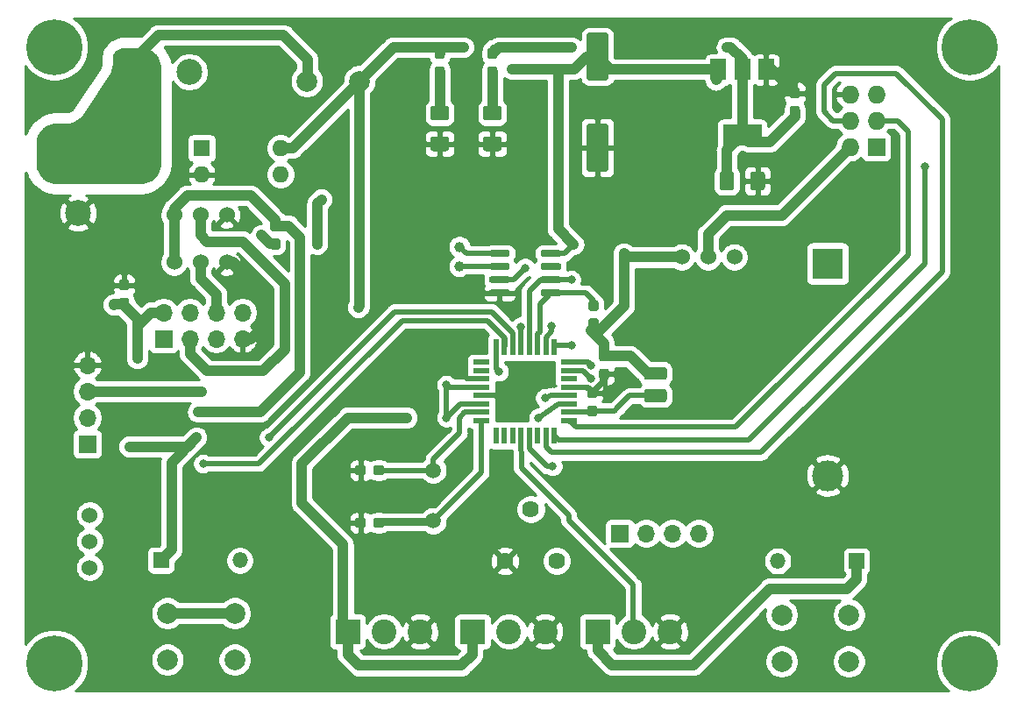
<source format=gbr>
G04 #@! TF.GenerationSoftware,KiCad,Pcbnew,(5.1.5)-3*
G04 #@! TF.CreationDate,2020-04-30T19:54:07+02:00*
G04 #@! TF.ProjectId,PONG_Display,504f4e47-5f44-4697-9370-6c61792e6b69,rev?*
G04 #@! TF.SameCoordinates,Original*
G04 #@! TF.FileFunction,Copper,L1,Top*
G04 #@! TF.FilePolarity,Positive*
%FSLAX46Y46*%
G04 Gerber Fmt 4.6, Leading zero omitted, Abs format (unit mm)*
G04 Created by KiCad (PCBNEW (5.1.5)-3) date 2020-04-30 19:54:07*
%MOMM*%
%LPD*%
G04 APERTURE LIST*
%ADD10C,0.100000*%
%ADD11R,1.700000X1.700000*%
%ADD12O,1.700000X1.700000*%
%ADD13C,3.000000*%
%ADD14R,3.000000X3.000000*%
%ADD15R,1.500000X1.500000*%
%ADD16O,1.500000X1.500000*%
%ADD17C,0.800000*%
%ADD18C,5.400000*%
%ADD19R,2.400000X2.400000*%
%ADD20C,2.400000*%
%ADD21C,1.620000*%
%ADD22C,2.000000*%
%ADD23C,1.524000*%
%ADD24R,1.600000X1.600000*%
%ADD25O,1.600000X1.600000*%
%ADD26R,3.800000X2.000000*%
%ADD27R,1.500000X2.000000*%
%ADD28R,1.600000X0.550000*%
%ADD29R,0.550000X1.600000*%
%ADD30C,1.500000*%
%ADD31C,1.000000*%
%ADD32R,1.727200X1.727200*%
%ADD33O,1.727200X1.727200*%
%ADD34R,2.500000X2.500000*%
%ADD35C,2.500000*%
%ADD36C,1.000000*%
%ADD37C,0.500000*%
%ADD38C,0.254000*%
G04 APERTURE END LIST*
G04 #@! TA.AperFunction,SMDPad,CuDef*
D10*
G36*
X68332779Y-49627144D02*
G01*
X68355834Y-49630563D01*
X68378443Y-49636227D01*
X68400387Y-49644079D01*
X68421457Y-49654044D01*
X68441448Y-49666026D01*
X68460168Y-49679910D01*
X68477438Y-49695562D01*
X68493090Y-49712832D01*
X68506974Y-49731552D01*
X68518956Y-49751543D01*
X68528921Y-49772613D01*
X68536773Y-49794557D01*
X68542437Y-49817166D01*
X68545856Y-49840221D01*
X68547000Y-49863500D01*
X68547000Y-50438500D01*
X68545856Y-50461779D01*
X68542437Y-50484834D01*
X68536773Y-50507443D01*
X68528921Y-50529387D01*
X68518956Y-50550457D01*
X68506974Y-50570448D01*
X68493090Y-50589168D01*
X68477438Y-50606438D01*
X68460168Y-50622090D01*
X68441448Y-50635974D01*
X68421457Y-50647956D01*
X68400387Y-50657921D01*
X68378443Y-50665773D01*
X68355834Y-50671437D01*
X68332779Y-50674856D01*
X68309500Y-50676000D01*
X67834500Y-50676000D01*
X67811221Y-50674856D01*
X67788166Y-50671437D01*
X67765557Y-50665773D01*
X67743613Y-50657921D01*
X67722543Y-50647956D01*
X67702552Y-50635974D01*
X67683832Y-50622090D01*
X67666562Y-50606438D01*
X67650910Y-50589168D01*
X67637026Y-50570448D01*
X67625044Y-50550457D01*
X67615079Y-50529387D01*
X67607227Y-50507443D01*
X67601563Y-50484834D01*
X67598144Y-50461779D01*
X67597000Y-50438500D01*
X67597000Y-49863500D01*
X67598144Y-49840221D01*
X67601563Y-49817166D01*
X67607227Y-49794557D01*
X67615079Y-49772613D01*
X67625044Y-49751543D01*
X67637026Y-49731552D01*
X67650910Y-49712832D01*
X67666562Y-49695562D01*
X67683832Y-49679910D01*
X67702552Y-49666026D01*
X67722543Y-49654044D01*
X67743613Y-49644079D01*
X67765557Y-49636227D01*
X67788166Y-49630563D01*
X67811221Y-49627144D01*
X67834500Y-49626000D01*
X68309500Y-49626000D01*
X68332779Y-49627144D01*
G37*
G04 #@! TD.AperFunction*
G04 #@! TA.AperFunction,SMDPad,CuDef*
G36*
X68332779Y-47877144D02*
G01*
X68355834Y-47880563D01*
X68378443Y-47886227D01*
X68400387Y-47894079D01*
X68421457Y-47904044D01*
X68441448Y-47916026D01*
X68460168Y-47929910D01*
X68477438Y-47945562D01*
X68493090Y-47962832D01*
X68506974Y-47981552D01*
X68518956Y-48001543D01*
X68528921Y-48022613D01*
X68536773Y-48044557D01*
X68542437Y-48067166D01*
X68545856Y-48090221D01*
X68547000Y-48113500D01*
X68547000Y-48688500D01*
X68545856Y-48711779D01*
X68542437Y-48734834D01*
X68536773Y-48757443D01*
X68528921Y-48779387D01*
X68518956Y-48800457D01*
X68506974Y-48820448D01*
X68493090Y-48839168D01*
X68477438Y-48856438D01*
X68460168Y-48872090D01*
X68441448Y-48885974D01*
X68421457Y-48897956D01*
X68400387Y-48907921D01*
X68378443Y-48915773D01*
X68355834Y-48921437D01*
X68332779Y-48924856D01*
X68309500Y-48926000D01*
X67834500Y-48926000D01*
X67811221Y-48924856D01*
X67788166Y-48921437D01*
X67765557Y-48915773D01*
X67743613Y-48907921D01*
X67722543Y-48897956D01*
X67702552Y-48885974D01*
X67683832Y-48872090D01*
X67666562Y-48856438D01*
X67650910Y-48839168D01*
X67637026Y-48820448D01*
X67625044Y-48800457D01*
X67615079Y-48779387D01*
X67607227Y-48757443D01*
X67601563Y-48734834D01*
X67598144Y-48711779D01*
X67597000Y-48688500D01*
X67597000Y-48113500D01*
X67598144Y-48090221D01*
X67601563Y-48067166D01*
X67607227Y-48044557D01*
X67615079Y-48022613D01*
X67625044Y-48001543D01*
X67637026Y-47981552D01*
X67650910Y-47962832D01*
X67666562Y-47945562D01*
X67683832Y-47929910D01*
X67702552Y-47916026D01*
X67722543Y-47904044D01*
X67743613Y-47894079D01*
X67765557Y-47886227D01*
X67788166Y-47880563D01*
X67811221Y-47877144D01*
X67834500Y-47876000D01*
X68309500Y-47876000D01*
X68332779Y-47877144D01*
G37*
G04 #@! TD.AperFunction*
D11*
X70739000Y-61976000D03*
D12*
X73279000Y-61976000D03*
X75819000Y-61976000D03*
X78359000Y-61976000D03*
D13*
X90805000Y-56400000D03*
D14*
X90805000Y-35910000D03*
G04 #@! TA.AperFunction,SMDPad,CuDef*
D10*
G36*
X23120779Y-39213144D02*
G01*
X23143834Y-39216563D01*
X23166443Y-39222227D01*
X23188387Y-39230079D01*
X23209457Y-39240044D01*
X23229448Y-39252026D01*
X23248168Y-39265910D01*
X23265438Y-39281562D01*
X23281090Y-39298832D01*
X23294974Y-39317552D01*
X23306956Y-39337543D01*
X23316921Y-39358613D01*
X23324773Y-39380557D01*
X23330437Y-39403166D01*
X23333856Y-39426221D01*
X23335000Y-39449500D01*
X23335000Y-40024500D01*
X23333856Y-40047779D01*
X23330437Y-40070834D01*
X23324773Y-40093443D01*
X23316921Y-40115387D01*
X23306956Y-40136457D01*
X23294974Y-40156448D01*
X23281090Y-40175168D01*
X23265438Y-40192438D01*
X23248168Y-40208090D01*
X23229448Y-40221974D01*
X23209457Y-40233956D01*
X23188387Y-40243921D01*
X23166443Y-40251773D01*
X23143834Y-40257437D01*
X23120779Y-40260856D01*
X23097500Y-40262000D01*
X22622500Y-40262000D01*
X22599221Y-40260856D01*
X22576166Y-40257437D01*
X22553557Y-40251773D01*
X22531613Y-40243921D01*
X22510543Y-40233956D01*
X22490552Y-40221974D01*
X22471832Y-40208090D01*
X22454562Y-40192438D01*
X22438910Y-40175168D01*
X22425026Y-40156448D01*
X22413044Y-40136457D01*
X22403079Y-40115387D01*
X22395227Y-40093443D01*
X22389563Y-40070834D01*
X22386144Y-40047779D01*
X22385000Y-40024500D01*
X22385000Y-39449500D01*
X22386144Y-39426221D01*
X22389563Y-39403166D01*
X22395227Y-39380557D01*
X22403079Y-39358613D01*
X22413044Y-39337543D01*
X22425026Y-39317552D01*
X22438910Y-39298832D01*
X22454562Y-39281562D01*
X22471832Y-39265910D01*
X22490552Y-39252026D01*
X22510543Y-39240044D01*
X22531613Y-39230079D01*
X22553557Y-39222227D01*
X22576166Y-39216563D01*
X22599221Y-39213144D01*
X22622500Y-39212000D01*
X23097500Y-39212000D01*
X23120779Y-39213144D01*
G37*
G04 #@! TD.AperFunction*
G04 #@! TA.AperFunction,SMDPad,CuDef*
G36*
X23120779Y-37463144D02*
G01*
X23143834Y-37466563D01*
X23166443Y-37472227D01*
X23188387Y-37480079D01*
X23209457Y-37490044D01*
X23229448Y-37502026D01*
X23248168Y-37515910D01*
X23265438Y-37531562D01*
X23281090Y-37548832D01*
X23294974Y-37567552D01*
X23306956Y-37587543D01*
X23316921Y-37608613D01*
X23324773Y-37630557D01*
X23330437Y-37653166D01*
X23333856Y-37676221D01*
X23335000Y-37699500D01*
X23335000Y-38274500D01*
X23333856Y-38297779D01*
X23330437Y-38320834D01*
X23324773Y-38343443D01*
X23316921Y-38365387D01*
X23306956Y-38386457D01*
X23294974Y-38406448D01*
X23281090Y-38425168D01*
X23265438Y-38442438D01*
X23248168Y-38458090D01*
X23229448Y-38471974D01*
X23209457Y-38483956D01*
X23188387Y-38493921D01*
X23166443Y-38501773D01*
X23143834Y-38507437D01*
X23120779Y-38510856D01*
X23097500Y-38512000D01*
X22622500Y-38512000D01*
X22599221Y-38510856D01*
X22576166Y-38507437D01*
X22553557Y-38501773D01*
X22531613Y-38493921D01*
X22510543Y-38483956D01*
X22490552Y-38471974D01*
X22471832Y-38458090D01*
X22454562Y-38442438D01*
X22438910Y-38425168D01*
X22425026Y-38406448D01*
X22413044Y-38386457D01*
X22403079Y-38365387D01*
X22395227Y-38343443D01*
X22389563Y-38320834D01*
X22386144Y-38297779D01*
X22385000Y-38274500D01*
X22385000Y-37699500D01*
X22386144Y-37676221D01*
X22389563Y-37653166D01*
X22395227Y-37630557D01*
X22403079Y-37608613D01*
X22413044Y-37587543D01*
X22425026Y-37567552D01*
X22438910Y-37548832D01*
X22454562Y-37531562D01*
X22471832Y-37515910D01*
X22490552Y-37502026D01*
X22510543Y-37490044D01*
X22531613Y-37480079D01*
X22553557Y-37472227D01*
X22576166Y-37466563D01*
X22599221Y-37463144D01*
X22622500Y-37462000D01*
X23097500Y-37462000D01*
X23120779Y-37463144D01*
G37*
G04 #@! TD.AperFunction*
G04 #@! TA.AperFunction,SMDPad,CuDef*
G36*
X37725779Y-33498144D02*
G01*
X37748834Y-33501563D01*
X37771443Y-33507227D01*
X37793387Y-33515079D01*
X37814457Y-33525044D01*
X37834448Y-33537026D01*
X37853168Y-33550910D01*
X37870438Y-33566562D01*
X37886090Y-33583832D01*
X37899974Y-33602552D01*
X37911956Y-33622543D01*
X37921921Y-33643613D01*
X37929773Y-33665557D01*
X37935437Y-33688166D01*
X37938856Y-33711221D01*
X37940000Y-33734500D01*
X37940000Y-34309500D01*
X37938856Y-34332779D01*
X37935437Y-34355834D01*
X37929773Y-34378443D01*
X37921921Y-34400387D01*
X37911956Y-34421457D01*
X37899974Y-34441448D01*
X37886090Y-34460168D01*
X37870438Y-34477438D01*
X37853168Y-34493090D01*
X37834448Y-34506974D01*
X37814457Y-34518956D01*
X37793387Y-34528921D01*
X37771443Y-34536773D01*
X37748834Y-34542437D01*
X37725779Y-34545856D01*
X37702500Y-34547000D01*
X37227500Y-34547000D01*
X37204221Y-34545856D01*
X37181166Y-34542437D01*
X37158557Y-34536773D01*
X37136613Y-34528921D01*
X37115543Y-34518956D01*
X37095552Y-34506974D01*
X37076832Y-34493090D01*
X37059562Y-34477438D01*
X37043910Y-34460168D01*
X37030026Y-34441448D01*
X37018044Y-34421457D01*
X37008079Y-34400387D01*
X37000227Y-34378443D01*
X36994563Y-34355834D01*
X36991144Y-34332779D01*
X36990000Y-34309500D01*
X36990000Y-33734500D01*
X36991144Y-33711221D01*
X36994563Y-33688166D01*
X37000227Y-33665557D01*
X37008079Y-33643613D01*
X37018044Y-33622543D01*
X37030026Y-33602552D01*
X37043910Y-33583832D01*
X37059562Y-33566562D01*
X37076832Y-33550910D01*
X37095552Y-33537026D01*
X37115543Y-33525044D01*
X37136613Y-33515079D01*
X37158557Y-33507227D01*
X37181166Y-33501563D01*
X37204221Y-33498144D01*
X37227500Y-33497000D01*
X37702500Y-33497000D01*
X37725779Y-33498144D01*
G37*
G04 #@! TD.AperFunction*
G04 #@! TA.AperFunction,SMDPad,CuDef*
G36*
X37725779Y-31748144D02*
G01*
X37748834Y-31751563D01*
X37771443Y-31757227D01*
X37793387Y-31765079D01*
X37814457Y-31775044D01*
X37834448Y-31787026D01*
X37853168Y-31800910D01*
X37870438Y-31816562D01*
X37886090Y-31833832D01*
X37899974Y-31852552D01*
X37911956Y-31872543D01*
X37921921Y-31893613D01*
X37929773Y-31915557D01*
X37935437Y-31938166D01*
X37938856Y-31961221D01*
X37940000Y-31984500D01*
X37940000Y-32559500D01*
X37938856Y-32582779D01*
X37935437Y-32605834D01*
X37929773Y-32628443D01*
X37921921Y-32650387D01*
X37911956Y-32671457D01*
X37899974Y-32691448D01*
X37886090Y-32710168D01*
X37870438Y-32727438D01*
X37853168Y-32743090D01*
X37834448Y-32756974D01*
X37814457Y-32768956D01*
X37793387Y-32778921D01*
X37771443Y-32786773D01*
X37748834Y-32792437D01*
X37725779Y-32795856D01*
X37702500Y-32797000D01*
X37227500Y-32797000D01*
X37204221Y-32795856D01*
X37181166Y-32792437D01*
X37158557Y-32786773D01*
X37136613Y-32778921D01*
X37115543Y-32768956D01*
X37095552Y-32756974D01*
X37076832Y-32743090D01*
X37059562Y-32727438D01*
X37043910Y-32710168D01*
X37030026Y-32691448D01*
X37018044Y-32671457D01*
X37008079Y-32650387D01*
X37000227Y-32628443D01*
X36994563Y-32605834D01*
X36991144Y-32582779D01*
X36990000Y-32559500D01*
X36990000Y-31984500D01*
X36991144Y-31961221D01*
X36994563Y-31938166D01*
X37000227Y-31915557D01*
X37008079Y-31893613D01*
X37018044Y-31872543D01*
X37030026Y-31852552D01*
X37043910Y-31833832D01*
X37059562Y-31816562D01*
X37076832Y-31800910D01*
X37095552Y-31787026D01*
X37115543Y-31775044D01*
X37136613Y-31765079D01*
X37158557Y-31757227D01*
X37181166Y-31751563D01*
X37204221Y-31748144D01*
X37227500Y-31747000D01*
X37702500Y-31747000D01*
X37725779Y-31748144D01*
G37*
G04 #@! TD.AperFunction*
G04 #@! TA.AperFunction,SMDPad,CuDef*
G36*
X69404504Y-13621204D02*
G01*
X69428773Y-13624804D01*
X69452571Y-13630765D01*
X69475671Y-13639030D01*
X69497849Y-13649520D01*
X69518893Y-13662133D01*
X69538598Y-13676747D01*
X69556777Y-13693223D01*
X69573253Y-13711402D01*
X69587867Y-13731107D01*
X69600480Y-13752151D01*
X69610970Y-13774329D01*
X69619235Y-13797429D01*
X69625196Y-13821227D01*
X69628796Y-13845496D01*
X69630000Y-13870000D01*
X69630000Y-17970000D01*
X69628796Y-17994504D01*
X69625196Y-18018773D01*
X69619235Y-18042571D01*
X69610970Y-18065671D01*
X69600480Y-18087849D01*
X69587867Y-18108893D01*
X69573253Y-18128598D01*
X69556777Y-18146777D01*
X69538598Y-18163253D01*
X69518893Y-18177867D01*
X69497849Y-18190480D01*
X69475671Y-18200970D01*
X69452571Y-18209235D01*
X69428773Y-18215196D01*
X69404504Y-18218796D01*
X69380000Y-18220000D01*
X67780000Y-18220000D01*
X67755496Y-18218796D01*
X67731227Y-18215196D01*
X67707429Y-18209235D01*
X67684329Y-18200970D01*
X67662151Y-18190480D01*
X67641107Y-18177867D01*
X67621402Y-18163253D01*
X67603223Y-18146777D01*
X67586747Y-18128598D01*
X67572133Y-18108893D01*
X67559520Y-18087849D01*
X67549030Y-18065671D01*
X67540765Y-18042571D01*
X67534804Y-18018773D01*
X67531204Y-17994504D01*
X67530000Y-17970000D01*
X67530000Y-13870000D01*
X67531204Y-13845496D01*
X67534804Y-13821227D01*
X67540765Y-13797429D01*
X67549030Y-13774329D01*
X67559520Y-13752151D01*
X67572133Y-13731107D01*
X67586747Y-13711402D01*
X67603223Y-13693223D01*
X67621402Y-13676747D01*
X67641107Y-13662133D01*
X67662151Y-13649520D01*
X67684329Y-13639030D01*
X67707429Y-13630765D01*
X67731227Y-13624804D01*
X67755496Y-13621204D01*
X67780000Y-13620000D01*
X69380000Y-13620000D01*
X69404504Y-13621204D01*
G37*
G04 #@! TD.AperFunction*
G04 #@! TA.AperFunction,SMDPad,CuDef*
G36*
X69404504Y-22421204D02*
G01*
X69428773Y-22424804D01*
X69452571Y-22430765D01*
X69475671Y-22439030D01*
X69497849Y-22449520D01*
X69518893Y-22462133D01*
X69538598Y-22476747D01*
X69556777Y-22493223D01*
X69573253Y-22511402D01*
X69587867Y-22531107D01*
X69600480Y-22552151D01*
X69610970Y-22574329D01*
X69619235Y-22597429D01*
X69625196Y-22621227D01*
X69628796Y-22645496D01*
X69630000Y-22670000D01*
X69630000Y-26770000D01*
X69628796Y-26794504D01*
X69625196Y-26818773D01*
X69619235Y-26842571D01*
X69610970Y-26865671D01*
X69600480Y-26887849D01*
X69587867Y-26908893D01*
X69573253Y-26928598D01*
X69556777Y-26946777D01*
X69538598Y-26963253D01*
X69518893Y-26977867D01*
X69497849Y-26990480D01*
X69475671Y-27000970D01*
X69452571Y-27009235D01*
X69428773Y-27015196D01*
X69404504Y-27018796D01*
X69380000Y-27020000D01*
X67780000Y-27020000D01*
X67755496Y-27018796D01*
X67731227Y-27015196D01*
X67707429Y-27009235D01*
X67684329Y-27000970D01*
X67662151Y-26990480D01*
X67641107Y-26977867D01*
X67621402Y-26963253D01*
X67603223Y-26946777D01*
X67586747Y-26928598D01*
X67572133Y-26908893D01*
X67559520Y-26887849D01*
X67549030Y-26865671D01*
X67540765Y-26842571D01*
X67534804Y-26818773D01*
X67531204Y-26794504D01*
X67530000Y-26770000D01*
X67530000Y-22670000D01*
X67531204Y-22645496D01*
X67534804Y-22621227D01*
X67540765Y-22597429D01*
X67549030Y-22574329D01*
X67559520Y-22552151D01*
X67572133Y-22531107D01*
X67586747Y-22511402D01*
X67603223Y-22493223D01*
X67621402Y-22476747D01*
X67641107Y-22462133D01*
X67662151Y-22449520D01*
X67684329Y-22439030D01*
X67707429Y-22430765D01*
X67731227Y-22424804D01*
X67755496Y-22421204D01*
X67780000Y-22420000D01*
X69380000Y-22420000D01*
X69404504Y-22421204D01*
G37*
G04 #@! TD.AperFunction*
G04 #@! TA.AperFunction,SMDPad,CuDef*
G36*
X53989504Y-20661204D02*
G01*
X54013773Y-20664804D01*
X54037571Y-20670765D01*
X54060671Y-20679030D01*
X54082849Y-20689520D01*
X54103893Y-20702133D01*
X54123598Y-20716747D01*
X54141777Y-20733223D01*
X54158253Y-20751402D01*
X54172867Y-20771107D01*
X54185480Y-20792151D01*
X54195970Y-20814329D01*
X54204235Y-20837429D01*
X54210196Y-20861227D01*
X54213796Y-20885496D01*
X54215000Y-20910000D01*
X54215000Y-21835000D01*
X54213796Y-21859504D01*
X54210196Y-21883773D01*
X54204235Y-21907571D01*
X54195970Y-21930671D01*
X54185480Y-21952849D01*
X54172867Y-21973893D01*
X54158253Y-21993598D01*
X54141777Y-22011777D01*
X54123598Y-22028253D01*
X54103893Y-22042867D01*
X54082849Y-22055480D01*
X54060671Y-22065970D01*
X54037571Y-22074235D01*
X54013773Y-22080196D01*
X53989504Y-22083796D01*
X53965000Y-22085000D01*
X52715000Y-22085000D01*
X52690496Y-22083796D01*
X52666227Y-22080196D01*
X52642429Y-22074235D01*
X52619329Y-22065970D01*
X52597151Y-22055480D01*
X52576107Y-22042867D01*
X52556402Y-22028253D01*
X52538223Y-22011777D01*
X52521747Y-21993598D01*
X52507133Y-21973893D01*
X52494520Y-21952849D01*
X52484030Y-21930671D01*
X52475765Y-21907571D01*
X52469804Y-21883773D01*
X52466204Y-21859504D01*
X52465000Y-21835000D01*
X52465000Y-20910000D01*
X52466204Y-20885496D01*
X52469804Y-20861227D01*
X52475765Y-20837429D01*
X52484030Y-20814329D01*
X52494520Y-20792151D01*
X52507133Y-20771107D01*
X52521747Y-20751402D01*
X52538223Y-20733223D01*
X52556402Y-20716747D01*
X52576107Y-20702133D01*
X52597151Y-20689520D01*
X52619329Y-20679030D01*
X52642429Y-20670765D01*
X52666227Y-20664804D01*
X52690496Y-20661204D01*
X52715000Y-20660000D01*
X53965000Y-20660000D01*
X53989504Y-20661204D01*
G37*
G04 #@! TD.AperFunction*
G04 #@! TA.AperFunction,SMDPad,CuDef*
G36*
X53989504Y-23636204D02*
G01*
X54013773Y-23639804D01*
X54037571Y-23645765D01*
X54060671Y-23654030D01*
X54082849Y-23664520D01*
X54103893Y-23677133D01*
X54123598Y-23691747D01*
X54141777Y-23708223D01*
X54158253Y-23726402D01*
X54172867Y-23746107D01*
X54185480Y-23767151D01*
X54195970Y-23789329D01*
X54204235Y-23812429D01*
X54210196Y-23836227D01*
X54213796Y-23860496D01*
X54215000Y-23885000D01*
X54215000Y-24810000D01*
X54213796Y-24834504D01*
X54210196Y-24858773D01*
X54204235Y-24882571D01*
X54195970Y-24905671D01*
X54185480Y-24927849D01*
X54172867Y-24948893D01*
X54158253Y-24968598D01*
X54141777Y-24986777D01*
X54123598Y-25003253D01*
X54103893Y-25017867D01*
X54082849Y-25030480D01*
X54060671Y-25040970D01*
X54037571Y-25049235D01*
X54013773Y-25055196D01*
X53989504Y-25058796D01*
X53965000Y-25060000D01*
X52715000Y-25060000D01*
X52690496Y-25058796D01*
X52666227Y-25055196D01*
X52642429Y-25049235D01*
X52619329Y-25040970D01*
X52597151Y-25030480D01*
X52576107Y-25017867D01*
X52556402Y-25003253D01*
X52538223Y-24986777D01*
X52521747Y-24968598D01*
X52507133Y-24948893D01*
X52494520Y-24927849D01*
X52484030Y-24905671D01*
X52475765Y-24882571D01*
X52469804Y-24858773D01*
X52466204Y-24834504D01*
X52465000Y-24810000D01*
X52465000Y-23885000D01*
X52466204Y-23860496D01*
X52469804Y-23836227D01*
X52475765Y-23812429D01*
X52484030Y-23789329D01*
X52494520Y-23767151D01*
X52507133Y-23746107D01*
X52521747Y-23726402D01*
X52538223Y-23708223D01*
X52556402Y-23691747D01*
X52576107Y-23677133D01*
X52597151Y-23664520D01*
X52619329Y-23654030D01*
X52642429Y-23645765D01*
X52666227Y-23639804D01*
X52690496Y-23636204D01*
X52715000Y-23635000D01*
X53965000Y-23635000D01*
X53989504Y-23636204D01*
G37*
G04 #@! TD.AperFunction*
G04 #@! TA.AperFunction,SMDPad,CuDef*
G36*
X59069504Y-23636204D02*
G01*
X59093773Y-23639804D01*
X59117571Y-23645765D01*
X59140671Y-23654030D01*
X59162849Y-23664520D01*
X59183893Y-23677133D01*
X59203598Y-23691747D01*
X59221777Y-23708223D01*
X59238253Y-23726402D01*
X59252867Y-23746107D01*
X59265480Y-23767151D01*
X59275970Y-23789329D01*
X59284235Y-23812429D01*
X59290196Y-23836227D01*
X59293796Y-23860496D01*
X59295000Y-23885000D01*
X59295000Y-24810000D01*
X59293796Y-24834504D01*
X59290196Y-24858773D01*
X59284235Y-24882571D01*
X59275970Y-24905671D01*
X59265480Y-24927849D01*
X59252867Y-24948893D01*
X59238253Y-24968598D01*
X59221777Y-24986777D01*
X59203598Y-25003253D01*
X59183893Y-25017867D01*
X59162849Y-25030480D01*
X59140671Y-25040970D01*
X59117571Y-25049235D01*
X59093773Y-25055196D01*
X59069504Y-25058796D01*
X59045000Y-25060000D01*
X57795000Y-25060000D01*
X57770496Y-25058796D01*
X57746227Y-25055196D01*
X57722429Y-25049235D01*
X57699329Y-25040970D01*
X57677151Y-25030480D01*
X57656107Y-25017867D01*
X57636402Y-25003253D01*
X57618223Y-24986777D01*
X57601747Y-24968598D01*
X57587133Y-24948893D01*
X57574520Y-24927849D01*
X57564030Y-24905671D01*
X57555765Y-24882571D01*
X57549804Y-24858773D01*
X57546204Y-24834504D01*
X57545000Y-24810000D01*
X57545000Y-23885000D01*
X57546204Y-23860496D01*
X57549804Y-23836227D01*
X57555765Y-23812429D01*
X57564030Y-23789329D01*
X57574520Y-23767151D01*
X57587133Y-23746107D01*
X57601747Y-23726402D01*
X57618223Y-23708223D01*
X57636402Y-23691747D01*
X57656107Y-23677133D01*
X57677151Y-23664520D01*
X57699329Y-23654030D01*
X57722429Y-23645765D01*
X57746227Y-23639804D01*
X57770496Y-23636204D01*
X57795000Y-23635000D01*
X59045000Y-23635000D01*
X59069504Y-23636204D01*
G37*
G04 #@! TD.AperFunction*
G04 #@! TA.AperFunction,SMDPad,CuDef*
G36*
X59069504Y-20661204D02*
G01*
X59093773Y-20664804D01*
X59117571Y-20670765D01*
X59140671Y-20679030D01*
X59162849Y-20689520D01*
X59183893Y-20702133D01*
X59203598Y-20716747D01*
X59221777Y-20733223D01*
X59238253Y-20751402D01*
X59252867Y-20771107D01*
X59265480Y-20792151D01*
X59275970Y-20814329D01*
X59284235Y-20837429D01*
X59290196Y-20861227D01*
X59293796Y-20885496D01*
X59295000Y-20910000D01*
X59295000Y-21835000D01*
X59293796Y-21859504D01*
X59290196Y-21883773D01*
X59284235Y-21907571D01*
X59275970Y-21930671D01*
X59265480Y-21952849D01*
X59252867Y-21973893D01*
X59238253Y-21993598D01*
X59221777Y-22011777D01*
X59203598Y-22028253D01*
X59183893Y-22042867D01*
X59162849Y-22055480D01*
X59140671Y-22065970D01*
X59117571Y-22074235D01*
X59093773Y-22080196D01*
X59069504Y-22083796D01*
X59045000Y-22085000D01*
X57795000Y-22085000D01*
X57770496Y-22083796D01*
X57746227Y-22080196D01*
X57722429Y-22074235D01*
X57699329Y-22065970D01*
X57677151Y-22055480D01*
X57656107Y-22042867D01*
X57636402Y-22028253D01*
X57618223Y-22011777D01*
X57601747Y-21993598D01*
X57587133Y-21973893D01*
X57574520Y-21952849D01*
X57564030Y-21930671D01*
X57555765Y-21907571D01*
X57549804Y-21883773D01*
X57546204Y-21859504D01*
X57545000Y-21835000D01*
X57545000Y-20910000D01*
X57546204Y-20885496D01*
X57549804Y-20861227D01*
X57555765Y-20837429D01*
X57564030Y-20814329D01*
X57574520Y-20792151D01*
X57587133Y-20771107D01*
X57601747Y-20751402D01*
X57618223Y-20733223D01*
X57636402Y-20716747D01*
X57656107Y-20702133D01*
X57677151Y-20689520D01*
X57699329Y-20679030D01*
X57722429Y-20670765D01*
X57746227Y-20664804D01*
X57770496Y-20661204D01*
X57795000Y-20660000D01*
X59045000Y-20660000D01*
X59069504Y-20661204D01*
G37*
G04 #@! TD.AperFunction*
D15*
X93599000Y-64643000D03*
D16*
X85979000Y-64643000D03*
X34036000Y-64579500D03*
D15*
X26416000Y-64579500D03*
D17*
X105952891Y-13554109D03*
X104521000Y-12961000D03*
X103089109Y-13554109D03*
X102496000Y-14986000D03*
X103089109Y-16417891D03*
X104521000Y-17011000D03*
X105952891Y-16417891D03*
X106546000Y-14986000D03*
D18*
X104521000Y-14986000D03*
X104521000Y-74549000D03*
D17*
X106546000Y-74549000D03*
X105952891Y-75980891D03*
X104521000Y-76574000D03*
X103089109Y-75980891D03*
X102496000Y-74549000D03*
X103089109Y-73117109D03*
X104521000Y-72524000D03*
X105952891Y-73117109D03*
X17553891Y-73117109D03*
X16122000Y-72524000D03*
X14690109Y-73117109D03*
X14097000Y-74549000D03*
X14690109Y-75980891D03*
X16122000Y-76574000D03*
X17553891Y-75980891D03*
X18147000Y-74549000D03*
D18*
X16122000Y-74549000D03*
X16129000Y-14986000D03*
D17*
X18154000Y-14986000D03*
X17560891Y-16417891D03*
X16129000Y-17011000D03*
X14697109Y-16417891D03*
X14104000Y-14986000D03*
X14697109Y-13554109D03*
X16129000Y-12961000D03*
X17560891Y-13554109D03*
D19*
X68580000Y-71470000D03*
D20*
X72080000Y-71470000D03*
X75580000Y-71470000D03*
X51450000Y-71470000D03*
X47950000Y-71470000D03*
D19*
X44450000Y-71470000D03*
D11*
X26670000Y-43180000D03*
D12*
X26670000Y-40640000D03*
X29210000Y-43180000D03*
X29210000Y-40640000D03*
X31750000Y-43180000D03*
X31750000Y-40640000D03*
X34290000Y-43180000D03*
X34290000Y-40640000D03*
X19304000Y-45720000D03*
X19304000Y-48260000D03*
X19304000Y-50800000D03*
D11*
X19304000Y-53340000D03*
D21*
X59643000Y-64643000D03*
X62143000Y-59643000D03*
X64643000Y-64643000D03*
D22*
X92860000Y-69850000D03*
X92860000Y-74350000D03*
X86360000Y-69850000D03*
X86360000Y-74350000D03*
X27051000Y-74192000D03*
X27051000Y-69692000D03*
X33551000Y-74192000D03*
X33551000Y-69692000D03*
D23*
X32766000Y-35790000D03*
X30226000Y-35790000D03*
X27686000Y-35790000D03*
X27686000Y-31218000D03*
X30226000Y-31218000D03*
X32766000Y-31218000D03*
D24*
X30353000Y-24765000D03*
D25*
X37973000Y-27305000D03*
X30353000Y-27305000D03*
X37973000Y-24765000D03*
D26*
X82550000Y-23470000D03*
D27*
X82550000Y-17170000D03*
X80250000Y-17170000D03*
X84850000Y-17170000D03*
D28*
X57345000Y-45460000D03*
X57345000Y-46260000D03*
X57345000Y-47060000D03*
X57345000Y-47860000D03*
X57345000Y-48660000D03*
X57345000Y-49460000D03*
X57345000Y-50260000D03*
X57345000Y-51060000D03*
D29*
X58795000Y-52510000D03*
X59595000Y-52510000D03*
X60395000Y-52510000D03*
X61195000Y-52510000D03*
X61995000Y-52510000D03*
X62795000Y-52510000D03*
X63595000Y-52510000D03*
X64395000Y-52510000D03*
D28*
X65845000Y-51060000D03*
X65845000Y-50260000D03*
X65845000Y-49460000D03*
X65845000Y-48660000D03*
X65845000Y-47860000D03*
X65845000Y-47060000D03*
X65845000Y-46260000D03*
X65845000Y-45460000D03*
D29*
X64395000Y-44010000D03*
X63595000Y-44010000D03*
X62795000Y-44010000D03*
X61995000Y-44010000D03*
X61195000Y-44010000D03*
X60395000Y-44010000D03*
X59595000Y-44010000D03*
X58795000Y-44010000D03*
G04 #@! TA.AperFunction,SMDPad,CuDef*
D10*
G36*
X59959703Y-34625722D02*
G01*
X59974264Y-34627882D01*
X59988543Y-34631459D01*
X60002403Y-34636418D01*
X60015710Y-34642712D01*
X60028336Y-34650280D01*
X60040159Y-34659048D01*
X60051066Y-34668934D01*
X60060952Y-34679841D01*
X60069720Y-34691664D01*
X60077288Y-34704290D01*
X60083582Y-34717597D01*
X60088541Y-34731457D01*
X60092118Y-34745736D01*
X60094278Y-34760297D01*
X60095000Y-34775000D01*
X60095000Y-35075000D01*
X60094278Y-35089703D01*
X60092118Y-35104264D01*
X60088541Y-35118543D01*
X60083582Y-35132403D01*
X60077288Y-35145710D01*
X60069720Y-35158336D01*
X60060952Y-35170159D01*
X60051066Y-35181066D01*
X60040159Y-35190952D01*
X60028336Y-35199720D01*
X60015710Y-35207288D01*
X60002403Y-35213582D01*
X59988543Y-35218541D01*
X59974264Y-35222118D01*
X59959703Y-35224278D01*
X59945000Y-35225000D01*
X58295000Y-35225000D01*
X58280297Y-35224278D01*
X58265736Y-35222118D01*
X58251457Y-35218541D01*
X58237597Y-35213582D01*
X58224290Y-35207288D01*
X58211664Y-35199720D01*
X58199841Y-35190952D01*
X58188934Y-35181066D01*
X58179048Y-35170159D01*
X58170280Y-35158336D01*
X58162712Y-35145710D01*
X58156418Y-35132403D01*
X58151459Y-35118543D01*
X58147882Y-35104264D01*
X58145722Y-35089703D01*
X58145000Y-35075000D01*
X58145000Y-34775000D01*
X58145722Y-34760297D01*
X58147882Y-34745736D01*
X58151459Y-34731457D01*
X58156418Y-34717597D01*
X58162712Y-34704290D01*
X58170280Y-34691664D01*
X58179048Y-34679841D01*
X58188934Y-34668934D01*
X58199841Y-34659048D01*
X58211664Y-34650280D01*
X58224290Y-34642712D01*
X58237597Y-34636418D01*
X58251457Y-34631459D01*
X58265736Y-34627882D01*
X58280297Y-34625722D01*
X58295000Y-34625000D01*
X59945000Y-34625000D01*
X59959703Y-34625722D01*
G37*
G04 #@! TD.AperFunction*
G04 #@! TA.AperFunction,SMDPad,CuDef*
G36*
X59959703Y-35895722D02*
G01*
X59974264Y-35897882D01*
X59988543Y-35901459D01*
X60002403Y-35906418D01*
X60015710Y-35912712D01*
X60028336Y-35920280D01*
X60040159Y-35929048D01*
X60051066Y-35938934D01*
X60060952Y-35949841D01*
X60069720Y-35961664D01*
X60077288Y-35974290D01*
X60083582Y-35987597D01*
X60088541Y-36001457D01*
X60092118Y-36015736D01*
X60094278Y-36030297D01*
X60095000Y-36045000D01*
X60095000Y-36345000D01*
X60094278Y-36359703D01*
X60092118Y-36374264D01*
X60088541Y-36388543D01*
X60083582Y-36402403D01*
X60077288Y-36415710D01*
X60069720Y-36428336D01*
X60060952Y-36440159D01*
X60051066Y-36451066D01*
X60040159Y-36460952D01*
X60028336Y-36469720D01*
X60015710Y-36477288D01*
X60002403Y-36483582D01*
X59988543Y-36488541D01*
X59974264Y-36492118D01*
X59959703Y-36494278D01*
X59945000Y-36495000D01*
X58295000Y-36495000D01*
X58280297Y-36494278D01*
X58265736Y-36492118D01*
X58251457Y-36488541D01*
X58237597Y-36483582D01*
X58224290Y-36477288D01*
X58211664Y-36469720D01*
X58199841Y-36460952D01*
X58188934Y-36451066D01*
X58179048Y-36440159D01*
X58170280Y-36428336D01*
X58162712Y-36415710D01*
X58156418Y-36402403D01*
X58151459Y-36388543D01*
X58147882Y-36374264D01*
X58145722Y-36359703D01*
X58145000Y-36345000D01*
X58145000Y-36045000D01*
X58145722Y-36030297D01*
X58147882Y-36015736D01*
X58151459Y-36001457D01*
X58156418Y-35987597D01*
X58162712Y-35974290D01*
X58170280Y-35961664D01*
X58179048Y-35949841D01*
X58188934Y-35938934D01*
X58199841Y-35929048D01*
X58211664Y-35920280D01*
X58224290Y-35912712D01*
X58237597Y-35906418D01*
X58251457Y-35901459D01*
X58265736Y-35897882D01*
X58280297Y-35895722D01*
X58295000Y-35895000D01*
X59945000Y-35895000D01*
X59959703Y-35895722D01*
G37*
G04 #@! TD.AperFunction*
G04 #@! TA.AperFunction,SMDPad,CuDef*
G36*
X59959703Y-37165722D02*
G01*
X59974264Y-37167882D01*
X59988543Y-37171459D01*
X60002403Y-37176418D01*
X60015710Y-37182712D01*
X60028336Y-37190280D01*
X60040159Y-37199048D01*
X60051066Y-37208934D01*
X60060952Y-37219841D01*
X60069720Y-37231664D01*
X60077288Y-37244290D01*
X60083582Y-37257597D01*
X60088541Y-37271457D01*
X60092118Y-37285736D01*
X60094278Y-37300297D01*
X60095000Y-37315000D01*
X60095000Y-37615000D01*
X60094278Y-37629703D01*
X60092118Y-37644264D01*
X60088541Y-37658543D01*
X60083582Y-37672403D01*
X60077288Y-37685710D01*
X60069720Y-37698336D01*
X60060952Y-37710159D01*
X60051066Y-37721066D01*
X60040159Y-37730952D01*
X60028336Y-37739720D01*
X60015710Y-37747288D01*
X60002403Y-37753582D01*
X59988543Y-37758541D01*
X59974264Y-37762118D01*
X59959703Y-37764278D01*
X59945000Y-37765000D01*
X58295000Y-37765000D01*
X58280297Y-37764278D01*
X58265736Y-37762118D01*
X58251457Y-37758541D01*
X58237597Y-37753582D01*
X58224290Y-37747288D01*
X58211664Y-37739720D01*
X58199841Y-37730952D01*
X58188934Y-37721066D01*
X58179048Y-37710159D01*
X58170280Y-37698336D01*
X58162712Y-37685710D01*
X58156418Y-37672403D01*
X58151459Y-37658543D01*
X58147882Y-37644264D01*
X58145722Y-37629703D01*
X58145000Y-37615000D01*
X58145000Y-37315000D01*
X58145722Y-37300297D01*
X58147882Y-37285736D01*
X58151459Y-37271457D01*
X58156418Y-37257597D01*
X58162712Y-37244290D01*
X58170280Y-37231664D01*
X58179048Y-37219841D01*
X58188934Y-37208934D01*
X58199841Y-37199048D01*
X58211664Y-37190280D01*
X58224290Y-37182712D01*
X58237597Y-37176418D01*
X58251457Y-37171459D01*
X58265736Y-37167882D01*
X58280297Y-37165722D01*
X58295000Y-37165000D01*
X59945000Y-37165000D01*
X59959703Y-37165722D01*
G37*
G04 #@! TD.AperFunction*
G04 #@! TA.AperFunction,SMDPad,CuDef*
G36*
X59959703Y-38435722D02*
G01*
X59974264Y-38437882D01*
X59988543Y-38441459D01*
X60002403Y-38446418D01*
X60015710Y-38452712D01*
X60028336Y-38460280D01*
X60040159Y-38469048D01*
X60051066Y-38478934D01*
X60060952Y-38489841D01*
X60069720Y-38501664D01*
X60077288Y-38514290D01*
X60083582Y-38527597D01*
X60088541Y-38541457D01*
X60092118Y-38555736D01*
X60094278Y-38570297D01*
X60095000Y-38585000D01*
X60095000Y-38885000D01*
X60094278Y-38899703D01*
X60092118Y-38914264D01*
X60088541Y-38928543D01*
X60083582Y-38942403D01*
X60077288Y-38955710D01*
X60069720Y-38968336D01*
X60060952Y-38980159D01*
X60051066Y-38991066D01*
X60040159Y-39000952D01*
X60028336Y-39009720D01*
X60015710Y-39017288D01*
X60002403Y-39023582D01*
X59988543Y-39028541D01*
X59974264Y-39032118D01*
X59959703Y-39034278D01*
X59945000Y-39035000D01*
X58295000Y-39035000D01*
X58280297Y-39034278D01*
X58265736Y-39032118D01*
X58251457Y-39028541D01*
X58237597Y-39023582D01*
X58224290Y-39017288D01*
X58211664Y-39009720D01*
X58199841Y-39000952D01*
X58188934Y-38991066D01*
X58179048Y-38980159D01*
X58170280Y-38968336D01*
X58162712Y-38955710D01*
X58156418Y-38942403D01*
X58151459Y-38928543D01*
X58147882Y-38914264D01*
X58145722Y-38899703D01*
X58145000Y-38885000D01*
X58145000Y-38585000D01*
X58145722Y-38570297D01*
X58147882Y-38555736D01*
X58151459Y-38541457D01*
X58156418Y-38527597D01*
X58162712Y-38514290D01*
X58170280Y-38501664D01*
X58179048Y-38489841D01*
X58188934Y-38478934D01*
X58199841Y-38469048D01*
X58211664Y-38460280D01*
X58224290Y-38452712D01*
X58237597Y-38446418D01*
X58251457Y-38441459D01*
X58265736Y-38437882D01*
X58280297Y-38435722D01*
X58295000Y-38435000D01*
X59945000Y-38435000D01*
X59959703Y-38435722D01*
G37*
G04 #@! TD.AperFunction*
G04 #@! TA.AperFunction,SMDPad,CuDef*
G36*
X64909703Y-38435722D02*
G01*
X64924264Y-38437882D01*
X64938543Y-38441459D01*
X64952403Y-38446418D01*
X64965710Y-38452712D01*
X64978336Y-38460280D01*
X64990159Y-38469048D01*
X65001066Y-38478934D01*
X65010952Y-38489841D01*
X65019720Y-38501664D01*
X65027288Y-38514290D01*
X65033582Y-38527597D01*
X65038541Y-38541457D01*
X65042118Y-38555736D01*
X65044278Y-38570297D01*
X65045000Y-38585000D01*
X65045000Y-38885000D01*
X65044278Y-38899703D01*
X65042118Y-38914264D01*
X65038541Y-38928543D01*
X65033582Y-38942403D01*
X65027288Y-38955710D01*
X65019720Y-38968336D01*
X65010952Y-38980159D01*
X65001066Y-38991066D01*
X64990159Y-39000952D01*
X64978336Y-39009720D01*
X64965710Y-39017288D01*
X64952403Y-39023582D01*
X64938543Y-39028541D01*
X64924264Y-39032118D01*
X64909703Y-39034278D01*
X64895000Y-39035000D01*
X63245000Y-39035000D01*
X63230297Y-39034278D01*
X63215736Y-39032118D01*
X63201457Y-39028541D01*
X63187597Y-39023582D01*
X63174290Y-39017288D01*
X63161664Y-39009720D01*
X63149841Y-39000952D01*
X63138934Y-38991066D01*
X63129048Y-38980159D01*
X63120280Y-38968336D01*
X63112712Y-38955710D01*
X63106418Y-38942403D01*
X63101459Y-38928543D01*
X63097882Y-38914264D01*
X63095722Y-38899703D01*
X63095000Y-38885000D01*
X63095000Y-38585000D01*
X63095722Y-38570297D01*
X63097882Y-38555736D01*
X63101459Y-38541457D01*
X63106418Y-38527597D01*
X63112712Y-38514290D01*
X63120280Y-38501664D01*
X63129048Y-38489841D01*
X63138934Y-38478934D01*
X63149841Y-38469048D01*
X63161664Y-38460280D01*
X63174290Y-38452712D01*
X63187597Y-38446418D01*
X63201457Y-38441459D01*
X63215736Y-38437882D01*
X63230297Y-38435722D01*
X63245000Y-38435000D01*
X64895000Y-38435000D01*
X64909703Y-38435722D01*
G37*
G04 #@! TD.AperFunction*
G04 #@! TA.AperFunction,SMDPad,CuDef*
G36*
X64909703Y-37165722D02*
G01*
X64924264Y-37167882D01*
X64938543Y-37171459D01*
X64952403Y-37176418D01*
X64965710Y-37182712D01*
X64978336Y-37190280D01*
X64990159Y-37199048D01*
X65001066Y-37208934D01*
X65010952Y-37219841D01*
X65019720Y-37231664D01*
X65027288Y-37244290D01*
X65033582Y-37257597D01*
X65038541Y-37271457D01*
X65042118Y-37285736D01*
X65044278Y-37300297D01*
X65045000Y-37315000D01*
X65045000Y-37615000D01*
X65044278Y-37629703D01*
X65042118Y-37644264D01*
X65038541Y-37658543D01*
X65033582Y-37672403D01*
X65027288Y-37685710D01*
X65019720Y-37698336D01*
X65010952Y-37710159D01*
X65001066Y-37721066D01*
X64990159Y-37730952D01*
X64978336Y-37739720D01*
X64965710Y-37747288D01*
X64952403Y-37753582D01*
X64938543Y-37758541D01*
X64924264Y-37762118D01*
X64909703Y-37764278D01*
X64895000Y-37765000D01*
X63245000Y-37765000D01*
X63230297Y-37764278D01*
X63215736Y-37762118D01*
X63201457Y-37758541D01*
X63187597Y-37753582D01*
X63174290Y-37747288D01*
X63161664Y-37739720D01*
X63149841Y-37730952D01*
X63138934Y-37721066D01*
X63129048Y-37710159D01*
X63120280Y-37698336D01*
X63112712Y-37685710D01*
X63106418Y-37672403D01*
X63101459Y-37658543D01*
X63097882Y-37644264D01*
X63095722Y-37629703D01*
X63095000Y-37615000D01*
X63095000Y-37315000D01*
X63095722Y-37300297D01*
X63097882Y-37285736D01*
X63101459Y-37271457D01*
X63106418Y-37257597D01*
X63112712Y-37244290D01*
X63120280Y-37231664D01*
X63129048Y-37219841D01*
X63138934Y-37208934D01*
X63149841Y-37199048D01*
X63161664Y-37190280D01*
X63174290Y-37182712D01*
X63187597Y-37176418D01*
X63201457Y-37171459D01*
X63215736Y-37167882D01*
X63230297Y-37165722D01*
X63245000Y-37165000D01*
X64895000Y-37165000D01*
X64909703Y-37165722D01*
G37*
G04 #@! TD.AperFunction*
G04 #@! TA.AperFunction,SMDPad,CuDef*
G36*
X64909703Y-35895722D02*
G01*
X64924264Y-35897882D01*
X64938543Y-35901459D01*
X64952403Y-35906418D01*
X64965710Y-35912712D01*
X64978336Y-35920280D01*
X64990159Y-35929048D01*
X65001066Y-35938934D01*
X65010952Y-35949841D01*
X65019720Y-35961664D01*
X65027288Y-35974290D01*
X65033582Y-35987597D01*
X65038541Y-36001457D01*
X65042118Y-36015736D01*
X65044278Y-36030297D01*
X65045000Y-36045000D01*
X65045000Y-36345000D01*
X65044278Y-36359703D01*
X65042118Y-36374264D01*
X65038541Y-36388543D01*
X65033582Y-36402403D01*
X65027288Y-36415710D01*
X65019720Y-36428336D01*
X65010952Y-36440159D01*
X65001066Y-36451066D01*
X64990159Y-36460952D01*
X64978336Y-36469720D01*
X64965710Y-36477288D01*
X64952403Y-36483582D01*
X64938543Y-36488541D01*
X64924264Y-36492118D01*
X64909703Y-36494278D01*
X64895000Y-36495000D01*
X63245000Y-36495000D01*
X63230297Y-36494278D01*
X63215736Y-36492118D01*
X63201457Y-36488541D01*
X63187597Y-36483582D01*
X63174290Y-36477288D01*
X63161664Y-36469720D01*
X63149841Y-36460952D01*
X63138934Y-36451066D01*
X63129048Y-36440159D01*
X63120280Y-36428336D01*
X63112712Y-36415710D01*
X63106418Y-36402403D01*
X63101459Y-36388543D01*
X63097882Y-36374264D01*
X63095722Y-36359703D01*
X63095000Y-36345000D01*
X63095000Y-36045000D01*
X63095722Y-36030297D01*
X63097882Y-36015736D01*
X63101459Y-36001457D01*
X63106418Y-35987597D01*
X63112712Y-35974290D01*
X63120280Y-35961664D01*
X63129048Y-35949841D01*
X63138934Y-35938934D01*
X63149841Y-35929048D01*
X63161664Y-35920280D01*
X63174290Y-35912712D01*
X63187597Y-35906418D01*
X63201457Y-35901459D01*
X63215736Y-35897882D01*
X63230297Y-35895722D01*
X63245000Y-35895000D01*
X64895000Y-35895000D01*
X64909703Y-35895722D01*
G37*
G04 #@! TD.AperFunction*
G04 #@! TA.AperFunction,SMDPad,CuDef*
G36*
X64909703Y-34625722D02*
G01*
X64924264Y-34627882D01*
X64938543Y-34631459D01*
X64952403Y-34636418D01*
X64965710Y-34642712D01*
X64978336Y-34650280D01*
X64990159Y-34659048D01*
X65001066Y-34668934D01*
X65010952Y-34679841D01*
X65019720Y-34691664D01*
X65027288Y-34704290D01*
X65033582Y-34717597D01*
X65038541Y-34731457D01*
X65042118Y-34745736D01*
X65044278Y-34760297D01*
X65045000Y-34775000D01*
X65045000Y-35075000D01*
X65044278Y-35089703D01*
X65042118Y-35104264D01*
X65038541Y-35118543D01*
X65033582Y-35132403D01*
X65027288Y-35145710D01*
X65019720Y-35158336D01*
X65010952Y-35170159D01*
X65001066Y-35181066D01*
X64990159Y-35190952D01*
X64978336Y-35199720D01*
X64965710Y-35207288D01*
X64952403Y-35213582D01*
X64938543Y-35218541D01*
X64924264Y-35222118D01*
X64909703Y-35224278D01*
X64895000Y-35225000D01*
X63245000Y-35225000D01*
X63230297Y-35224278D01*
X63215736Y-35222118D01*
X63201457Y-35218541D01*
X63187597Y-35213582D01*
X63174290Y-35207288D01*
X63161664Y-35199720D01*
X63149841Y-35190952D01*
X63138934Y-35181066D01*
X63129048Y-35170159D01*
X63120280Y-35158336D01*
X63112712Y-35145710D01*
X63106418Y-35132403D01*
X63101459Y-35118543D01*
X63097882Y-35104264D01*
X63095722Y-35089703D01*
X63095000Y-35075000D01*
X63095000Y-34775000D01*
X63095722Y-34760297D01*
X63097882Y-34745736D01*
X63101459Y-34731457D01*
X63106418Y-34717597D01*
X63112712Y-34704290D01*
X63120280Y-34691664D01*
X63129048Y-34679841D01*
X63138934Y-34668934D01*
X63149841Y-34659048D01*
X63161664Y-34650280D01*
X63174290Y-34642712D01*
X63187597Y-34636418D01*
X63201457Y-34631459D01*
X63215736Y-34627882D01*
X63230297Y-34625722D01*
X63245000Y-34625000D01*
X64895000Y-34625000D01*
X64909703Y-34625722D01*
G37*
G04 #@! TD.AperFunction*
D30*
X52705000Y-55880000D03*
X52705000Y-60760000D03*
D31*
X55245000Y-34290000D03*
X55245000Y-36190000D03*
G04 #@! TA.AperFunction,SMDPad,CuDef*
D10*
G36*
X81549504Y-27066204D02*
G01*
X81573773Y-27069804D01*
X81597571Y-27075765D01*
X81620671Y-27084030D01*
X81642849Y-27094520D01*
X81663893Y-27107133D01*
X81683598Y-27121747D01*
X81701777Y-27138223D01*
X81718253Y-27156402D01*
X81732867Y-27176107D01*
X81745480Y-27197151D01*
X81755970Y-27219329D01*
X81764235Y-27242429D01*
X81770196Y-27266227D01*
X81773796Y-27290496D01*
X81775000Y-27315000D01*
X81775000Y-28565000D01*
X81773796Y-28589504D01*
X81770196Y-28613773D01*
X81764235Y-28637571D01*
X81755970Y-28660671D01*
X81745480Y-28682849D01*
X81732867Y-28703893D01*
X81718253Y-28723598D01*
X81701777Y-28741777D01*
X81683598Y-28758253D01*
X81663893Y-28772867D01*
X81642849Y-28785480D01*
X81620671Y-28795970D01*
X81597571Y-28804235D01*
X81573773Y-28810196D01*
X81549504Y-28813796D01*
X81525000Y-28815000D01*
X80600000Y-28815000D01*
X80575496Y-28813796D01*
X80551227Y-28810196D01*
X80527429Y-28804235D01*
X80504329Y-28795970D01*
X80482151Y-28785480D01*
X80461107Y-28772867D01*
X80441402Y-28758253D01*
X80423223Y-28741777D01*
X80406747Y-28723598D01*
X80392133Y-28703893D01*
X80379520Y-28682849D01*
X80369030Y-28660671D01*
X80360765Y-28637571D01*
X80354804Y-28613773D01*
X80351204Y-28589504D01*
X80350000Y-28565000D01*
X80350000Y-27315000D01*
X80351204Y-27290496D01*
X80354804Y-27266227D01*
X80360765Y-27242429D01*
X80369030Y-27219329D01*
X80379520Y-27197151D01*
X80392133Y-27176107D01*
X80406747Y-27156402D01*
X80423223Y-27138223D01*
X80441402Y-27121747D01*
X80461107Y-27107133D01*
X80482151Y-27094520D01*
X80504329Y-27084030D01*
X80527429Y-27075765D01*
X80551227Y-27069804D01*
X80575496Y-27066204D01*
X80600000Y-27065000D01*
X81525000Y-27065000D01*
X81549504Y-27066204D01*
G37*
G04 #@! TD.AperFunction*
G04 #@! TA.AperFunction,SMDPad,CuDef*
G36*
X84524504Y-27066204D02*
G01*
X84548773Y-27069804D01*
X84572571Y-27075765D01*
X84595671Y-27084030D01*
X84617849Y-27094520D01*
X84638893Y-27107133D01*
X84658598Y-27121747D01*
X84676777Y-27138223D01*
X84693253Y-27156402D01*
X84707867Y-27176107D01*
X84720480Y-27197151D01*
X84730970Y-27219329D01*
X84739235Y-27242429D01*
X84745196Y-27266227D01*
X84748796Y-27290496D01*
X84750000Y-27315000D01*
X84750000Y-28565000D01*
X84748796Y-28589504D01*
X84745196Y-28613773D01*
X84739235Y-28637571D01*
X84730970Y-28660671D01*
X84720480Y-28682849D01*
X84707867Y-28703893D01*
X84693253Y-28723598D01*
X84676777Y-28741777D01*
X84658598Y-28758253D01*
X84638893Y-28772867D01*
X84617849Y-28785480D01*
X84595671Y-28795970D01*
X84572571Y-28804235D01*
X84548773Y-28810196D01*
X84524504Y-28813796D01*
X84500000Y-28815000D01*
X83575000Y-28815000D01*
X83550496Y-28813796D01*
X83526227Y-28810196D01*
X83502429Y-28804235D01*
X83479329Y-28795970D01*
X83457151Y-28785480D01*
X83436107Y-28772867D01*
X83416402Y-28758253D01*
X83398223Y-28741777D01*
X83381747Y-28723598D01*
X83367133Y-28703893D01*
X83354520Y-28682849D01*
X83344030Y-28660671D01*
X83335765Y-28637571D01*
X83329804Y-28613773D01*
X83326204Y-28589504D01*
X83325000Y-28565000D01*
X83325000Y-27315000D01*
X83326204Y-27290496D01*
X83329804Y-27266227D01*
X83335765Y-27242429D01*
X83344030Y-27219329D01*
X83354520Y-27197151D01*
X83367133Y-27176107D01*
X83381747Y-27156402D01*
X83398223Y-27138223D01*
X83416402Y-27121747D01*
X83436107Y-27107133D01*
X83457151Y-27094520D01*
X83479329Y-27084030D01*
X83502429Y-27075765D01*
X83526227Y-27069804D01*
X83550496Y-27066204D01*
X83575000Y-27065000D01*
X84500000Y-27065000D01*
X84524504Y-27066204D01*
G37*
G04 #@! TD.AperFunction*
G04 #@! TA.AperFunction,SMDPad,CuDef*
G36*
X87890779Y-18921144D02*
G01*
X87913834Y-18924563D01*
X87936443Y-18930227D01*
X87958387Y-18938079D01*
X87979457Y-18948044D01*
X87999448Y-18960026D01*
X88018168Y-18973910D01*
X88035438Y-18989562D01*
X88051090Y-19006832D01*
X88064974Y-19025552D01*
X88076956Y-19045543D01*
X88086921Y-19066613D01*
X88094773Y-19088557D01*
X88100437Y-19111166D01*
X88103856Y-19134221D01*
X88105000Y-19157500D01*
X88105000Y-19732500D01*
X88103856Y-19755779D01*
X88100437Y-19778834D01*
X88094773Y-19801443D01*
X88086921Y-19823387D01*
X88076956Y-19844457D01*
X88064974Y-19864448D01*
X88051090Y-19883168D01*
X88035438Y-19900438D01*
X88018168Y-19916090D01*
X87999448Y-19929974D01*
X87979457Y-19941956D01*
X87958387Y-19951921D01*
X87936443Y-19959773D01*
X87913834Y-19965437D01*
X87890779Y-19968856D01*
X87867500Y-19970000D01*
X87392500Y-19970000D01*
X87369221Y-19968856D01*
X87346166Y-19965437D01*
X87323557Y-19959773D01*
X87301613Y-19951921D01*
X87280543Y-19941956D01*
X87260552Y-19929974D01*
X87241832Y-19916090D01*
X87224562Y-19900438D01*
X87208910Y-19883168D01*
X87195026Y-19864448D01*
X87183044Y-19844457D01*
X87173079Y-19823387D01*
X87165227Y-19801443D01*
X87159563Y-19778834D01*
X87156144Y-19755779D01*
X87155000Y-19732500D01*
X87155000Y-19157500D01*
X87156144Y-19134221D01*
X87159563Y-19111166D01*
X87165227Y-19088557D01*
X87173079Y-19066613D01*
X87183044Y-19045543D01*
X87195026Y-19025552D01*
X87208910Y-19006832D01*
X87224562Y-18989562D01*
X87241832Y-18973910D01*
X87260552Y-18960026D01*
X87280543Y-18948044D01*
X87301613Y-18938079D01*
X87323557Y-18930227D01*
X87346166Y-18924563D01*
X87369221Y-18921144D01*
X87392500Y-18920000D01*
X87867500Y-18920000D01*
X87890779Y-18921144D01*
G37*
G04 #@! TD.AperFunction*
G04 #@! TA.AperFunction,SMDPad,CuDef*
G36*
X87890779Y-20671144D02*
G01*
X87913834Y-20674563D01*
X87936443Y-20680227D01*
X87958387Y-20688079D01*
X87979457Y-20698044D01*
X87999448Y-20710026D01*
X88018168Y-20723910D01*
X88035438Y-20739562D01*
X88051090Y-20756832D01*
X88064974Y-20775552D01*
X88076956Y-20795543D01*
X88086921Y-20816613D01*
X88094773Y-20838557D01*
X88100437Y-20861166D01*
X88103856Y-20884221D01*
X88105000Y-20907500D01*
X88105000Y-21482500D01*
X88103856Y-21505779D01*
X88100437Y-21528834D01*
X88094773Y-21551443D01*
X88086921Y-21573387D01*
X88076956Y-21594457D01*
X88064974Y-21614448D01*
X88051090Y-21633168D01*
X88035438Y-21650438D01*
X88018168Y-21666090D01*
X87999448Y-21679974D01*
X87979457Y-21691956D01*
X87958387Y-21701921D01*
X87936443Y-21709773D01*
X87913834Y-21715437D01*
X87890779Y-21718856D01*
X87867500Y-21720000D01*
X87392500Y-21720000D01*
X87369221Y-21718856D01*
X87346166Y-21715437D01*
X87323557Y-21709773D01*
X87301613Y-21701921D01*
X87280543Y-21691956D01*
X87260552Y-21679974D01*
X87241832Y-21666090D01*
X87224562Y-21650438D01*
X87208910Y-21633168D01*
X87195026Y-21614448D01*
X87183044Y-21594457D01*
X87173079Y-21573387D01*
X87165227Y-21551443D01*
X87159563Y-21528834D01*
X87156144Y-21505779D01*
X87155000Y-21482500D01*
X87155000Y-20907500D01*
X87156144Y-20884221D01*
X87159563Y-20861166D01*
X87165227Y-20838557D01*
X87173079Y-20816613D01*
X87183044Y-20795543D01*
X87195026Y-20775552D01*
X87208910Y-20756832D01*
X87224562Y-20739562D01*
X87241832Y-20723910D01*
X87260552Y-20710026D01*
X87280543Y-20698044D01*
X87301613Y-20688079D01*
X87323557Y-20680227D01*
X87346166Y-20674563D01*
X87369221Y-20671144D01*
X87392500Y-20670000D01*
X87867500Y-20670000D01*
X87890779Y-20671144D01*
G37*
G04 #@! TD.AperFunction*
G04 #@! TA.AperFunction,SMDPad,CuDef*
G36*
X69475779Y-46071144D02*
G01*
X69498834Y-46074563D01*
X69521443Y-46080227D01*
X69543387Y-46088079D01*
X69564457Y-46098044D01*
X69584448Y-46110026D01*
X69603168Y-46123910D01*
X69620438Y-46139562D01*
X69636090Y-46156832D01*
X69649974Y-46175552D01*
X69661956Y-46195543D01*
X69671921Y-46216613D01*
X69679773Y-46238557D01*
X69685437Y-46261166D01*
X69688856Y-46284221D01*
X69690000Y-46307500D01*
X69690000Y-46882500D01*
X69688856Y-46905779D01*
X69685437Y-46928834D01*
X69679773Y-46951443D01*
X69671921Y-46973387D01*
X69661956Y-46994457D01*
X69649974Y-47014448D01*
X69636090Y-47033168D01*
X69620438Y-47050438D01*
X69603168Y-47066090D01*
X69584448Y-47079974D01*
X69564457Y-47091956D01*
X69543387Y-47101921D01*
X69521443Y-47109773D01*
X69498834Y-47115437D01*
X69475779Y-47118856D01*
X69452500Y-47120000D01*
X68977500Y-47120000D01*
X68954221Y-47118856D01*
X68931166Y-47115437D01*
X68908557Y-47109773D01*
X68886613Y-47101921D01*
X68865543Y-47091956D01*
X68845552Y-47079974D01*
X68826832Y-47066090D01*
X68809562Y-47050438D01*
X68793910Y-47033168D01*
X68780026Y-47014448D01*
X68768044Y-46994457D01*
X68758079Y-46973387D01*
X68750227Y-46951443D01*
X68744563Y-46928834D01*
X68741144Y-46905779D01*
X68740000Y-46882500D01*
X68740000Y-46307500D01*
X68741144Y-46284221D01*
X68744563Y-46261166D01*
X68750227Y-46238557D01*
X68758079Y-46216613D01*
X68768044Y-46195543D01*
X68780026Y-46175552D01*
X68793910Y-46156832D01*
X68809562Y-46139562D01*
X68826832Y-46123910D01*
X68845552Y-46110026D01*
X68865543Y-46098044D01*
X68886613Y-46088079D01*
X68908557Y-46080227D01*
X68931166Y-46074563D01*
X68954221Y-46071144D01*
X68977500Y-46070000D01*
X69452500Y-46070000D01*
X69475779Y-46071144D01*
G37*
G04 #@! TD.AperFunction*
G04 #@! TA.AperFunction,SMDPad,CuDef*
G36*
X69475779Y-44321144D02*
G01*
X69498834Y-44324563D01*
X69521443Y-44330227D01*
X69543387Y-44338079D01*
X69564457Y-44348044D01*
X69584448Y-44360026D01*
X69603168Y-44373910D01*
X69620438Y-44389562D01*
X69636090Y-44406832D01*
X69649974Y-44425552D01*
X69661956Y-44445543D01*
X69671921Y-44466613D01*
X69679773Y-44488557D01*
X69685437Y-44511166D01*
X69688856Y-44534221D01*
X69690000Y-44557500D01*
X69690000Y-45132500D01*
X69688856Y-45155779D01*
X69685437Y-45178834D01*
X69679773Y-45201443D01*
X69671921Y-45223387D01*
X69661956Y-45244457D01*
X69649974Y-45264448D01*
X69636090Y-45283168D01*
X69620438Y-45300438D01*
X69603168Y-45316090D01*
X69584448Y-45329974D01*
X69564457Y-45341956D01*
X69543387Y-45351921D01*
X69521443Y-45359773D01*
X69498834Y-45365437D01*
X69475779Y-45368856D01*
X69452500Y-45370000D01*
X68977500Y-45370000D01*
X68954221Y-45368856D01*
X68931166Y-45365437D01*
X68908557Y-45359773D01*
X68886613Y-45351921D01*
X68865543Y-45341956D01*
X68845552Y-45329974D01*
X68826832Y-45316090D01*
X68809562Y-45300438D01*
X68793910Y-45283168D01*
X68780026Y-45264448D01*
X68768044Y-45244457D01*
X68758079Y-45223387D01*
X68750227Y-45201443D01*
X68744563Y-45178834D01*
X68741144Y-45155779D01*
X68740000Y-45132500D01*
X68740000Y-44557500D01*
X68741144Y-44534221D01*
X68744563Y-44511166D01*
X68750227Y-44488557D01*
X68758079Y-44466613D01*
X68768044Y-44445543D01*
X68780026Y-44425552D01*
X68793910Y-44406832D01*
X68809562Y-44389562D01*
X68826832Y-44373910D01*
X68845552Y-44360026D01*
X68865543Y-44348044D01*
X68886613Y-44338079D01*
X68908557Y-44330227D01*
X68931166Y-44324563D01*
X68954221Y-44321144D01*
X68977500Y-44320000D01*
X69452500Y-44320000D01*
X69475779Y-44321144D01*
G37*
G04 #@! TD.AperFunction*
G04 #@! TA.AperFunction,SMDPad,CuDef*
G36*
X46008279Y-55406144D02*
G01*
X46031334Y-55409563D01*
X46053943Y-55415227D01*
X46075887Y-55423079D01*
X46096957Y-55433044D01*
X46116948Y-55445026D01*
X46135668Y-55458910D01*
X46152938Y-55474562D01*
X46168590Y-55491832D01*
X46182474Y-55510552D01*
X46194456Y-55530543D01*
X46204421Y-55551613D01*
X46212273Y-55573557D01*
X46217937Y-55596166D01*
X46221356Y-55619221D01*
X46222500Y-55642500D01*
X46222500Y-56117500D01*
X46221356Y-56140779D01*
X46217937Y-56163834D01*
X46212273Y-56186443D01*
X46204421Y-56208387D01*
X46194456Y-56229457D01*
X46182474Y-56249448D01*
X46168590Y-56268168D01*
X46152938Y-56285438D01*
X46135668Y-56301090D01*
X46116948Y-56314974D01*
X46096957Y-56326956D01*
X46075887Y-56336921D01*
X46053943Y-56344773D01*
X46031334Y-56350437D01*
X46008279Y-56353856D01*
X45985000Y-56355000D01*
X45410000Y-56355000D01*
X45386721Y-56353856D01*
X45363666Y-56350437D01*
X45341057Y-56344773D01*
X45319113Y-56336921D01*
X45298043Y-56326956D01*
X45278052Y-56314974D01*
X45259332Y-56301090D01*
X45242062Y-56285438D01*
X45226410Y-56268168D01*
X45212526Y-56249448D01*
X45200544Y-56229457D01*
X45190579Y-56208387D01*
X45182727Y-56186443D01*
X45177063Y-56163834D01*
X45173644Y-56140779D01*
X45172500Y-56117500D01*
X45172500Y-55642500D01*
X45173644Y-55619221D01*
X45177063Y-55596166D01*
X45182727Y-55573557D01*
X45190579Y-55551613D01*
X45200544Y-55530543D01*
X45212526Y-55510552D01*
X45226410Y-55491832D01*
X45242062Y-55474562D01*
X45259332Y-55458910D01*
X45278052Y-55445026D01*
X45298043Y-55433044D01*
X45319113Y-55423079D01*
X45341057Y-55415227D01*
X45363666Y-55409563D01*
X45386721Y-55406144D01*
X45410000Y-55405000D01*
X45985000Y-55405000D01*
X46008279Y-55406144D01*
G37*
G04 #@! TD.AperFunction*
G04 #@! TA.AperFunction,SMDPad,CuDef*
G36*
X47758279Y-55406144D02*
G01*
X47781334Y-55409563D01*
X47803943Y-55415227D01*
X47825887Y-55423079D01*
X47846957Y-55433044D01*
X47866948Y-55445026D01*
X47885668Y-55458910D01*
X47902938Y-55474562D01*
X47918590Y-55491832D01*
X47932474Y-55510552D01*
X47944456Y-55530543D01*
X47954421Y-55551613D01*
X47962273Y-55573557D01*
X47967937Y-55596166D01*
X47971356Y-55619221D01*
X47972500Y-55642500D01*
X47972500Y-56117500D01*
X47971356Y-56140779D01*
X47967937Y-56163834D01*
X47962273Y-56186443D01*
X47954421Y-56208387D01*
X47944456Y-56229457D01*
X47932474Y-56249448D01*
X47918590Y-56268168D01*
X47902938Y-56285438D01*
X47885668Y-56301090D01*
X47866948Y-56314974D01*
X47846957Y-56326956D01*
X47825887Y-56336921D01*
X47803943Y-56344773D01*
X47781334Y-56350437D01*
X47758279Y-56353856D01*
X47735000Y-56355000D01*
X47160000Y-56355000D01*
X47136721Y-56353856D01*
X47113666Y-56350437D01*
X47091057Y-56344773D01*
X47069113Y-56336921D01*
X47048043Y-56326956D01*
X47028052Y-56314974D01*
X47009332Y-56301090D01*
X46992062Y-56285438D01*
X46976410Y-56268168D01*
X46962526Y-56249448D01*
X46950544Y-56229457D01*
X46940579Y-56208387D01*
X46932727Y-56186443D01*
X46927063Y-56163834D01*
X46923644Y-56140779D01*
X46922500Y-56117500D01*
X46922500Y-55642500D01*
X46923644Y-55619221D01*
X46927063Y-55596166D01*
X46932727Y-55573557D01*
X46940579Y-55551613D01*
X46950544Y-55530543D01*
X46962526Y-55510552D01*
X46976410Y-55491832D01*
X46992062Y-55474562D01*
X47009332Y-55458910D01*
X47028052Y-55445026D01*
X47048043Y-55433044D01*
X47069113Y-55423079D01*
X47091057Y-55415227D01*
X47113666Y-55409563D01*
X47136721Y-55406144D01*
X47160000Y-55405000D01*
X47735000Y-55405000D01*
X47758279Y-55406144D01*
G37*
G04 #@! TD.AperFunction*
G04 #@! TA.AperFunction,SMDPad,CuDef*
G36*
X46008279Y-60486144D02*
G01*
X46031334Y-60489563D01*
X46053943Y-60495227D01*
X46075887Y-60503079D01*
X46096957Y-60513044D01*
X46116948Y-60525026D01*
X46135668Y-60538910D01*
X46152938Y-60554562D01*
X46168590Y-60571832D01*
X46182474Y-60590552D01*
X46194456Y-60610543D01*
X46204421Y-60631613D01*
X46212273Y-60653557D01*
X46217937Y-60676166D01*
X46221356Y-60699221D01*
X46222500Y-60722500D01*
X46222500Y-61197500D01*
X46221356Y-61220779D01*
X46217937Y-61243834D01*
X46212273Y-61266443D01*
X46204421Y-61288387D01*
X46194456Y-61309457D01*
X46182474Y-61329448D01*
X46168590Y-61348168D01*
X46152938Y-61365438D01*
X46135668Y-61381090D01*
X46116948Y-61394974D01*
X46096957Y-61406956D01*
X46075887Y-61416921D01*
X46053943Y-61424773D01*
X46031334Y-61430437D01*
X46008279Y-61433856D01*
X45985000Y-61435000D01*
X45410000Y-61435000D01*
X45386721Y-61433856D01*
X45363666Y-61430437D01*
X45341057Y-61424773D01*
X45319113Y-61416921D01*
X45298043Y-61406956D01*
X45278052Y-61394974D01*
X45259332Y-61381090D01*
X45242062Y-61365438D01*
X45226410Y-61348168D01*
X45212526Y-61329448D01*
X45200544Y-61309457D01*
X45190579Y-61288387D01*
X45182727Y-61266443D01*
X45177063Y-61243834D01*
X45173644Y-61220779D01*
X45172500Y-61197500D01*
X45172500Y-60722500D01*
X45173644Y-60699221D01*
X45177063Y-60676166D01*
X45182727Y-60653557D01*
X45190579Y-60631613D01*
X45200544Y-60610543D01*
X45212526Y-60590552D01*
X45226410Y-60571832D01*
X45242062Y-60554562D01*
X45259332Y-60538910D01*
X45278052Y-60525026D01*
X45298043Y-60513044D01*
X45319113Y-60503079D01*
X45341057Y-60495227D01*
X45363666Y-60489563D01*
X45386721Y-60486144D01*
X45410000Y-60485000D01*
X45985000Y-60485000D01*
X46008279Y-60486144D01*
G37*
G04 #@! TD.AperFunction*
G04 #@! TA.AperFunction,SMDPad,CuDef*
G36*
X47758279Y-60486144D02*
G01*
X47781334Y-60489563D01*
X47803943Y-60495227D01*
X47825887Y-60503079D01*
X47846957Y-60513044D01*
X47866948Y-60525026D01*
X47885668Y-60538910D01*
X47902938Y-60554562D01*
X47918590Y-60571832D01*
X47932474Y-60590552D01*
X47944456Y-60610543D01*
X47954421Y-60631613D01*
X47962273Y-60653557D01*
X47967937Y-60676166D01*
X47971356Y-60699221D01*
X47972500Y-60722500D01*
X47972500Y-61197500D01*
X47971356Y-61220779D01*
X47967937Y-61243834D01*
X47962273Y-61266443D01*
X47954421Y-61288387D01*
X47944456Y-61309457D01*
X47932474Y-61329448D01*
X47918590Y-61348168D01*
X47902938Y-61365438D01*
X47885668Y-61381090D01*
X47866948Y-61394974D01*
X47846957Y-61406956D01*
X47825887Y-61416921D01*
X47803943Y-61424773D01*
X47781334Y-61430437D01*
X47758279Y-61433856D01*
X47735000Y-61435000D01*
X47160000Y-61435000D01*
X47136721Y-61433856D01*
X47113666Y-61430437D01*
X47091057Y-61424773D01*
X47069113Y-61416921D01*
X47048043Y-61406956D01*
X47028052Y-61394974D01*
X47009332Y-61381090D01*
X46992062Y-61365438D01*
X46976410Y-61348168D01*
X46962526Y-61329448D01*
X46950544Y-61309457D01*
X46940579Y-61288387D01*
X46932727Y-61266443D01*
X46927063Y-61243834D01*
X46923644Y-61220779D01*
X46922500Y-61197500D01*
X46922500Y-60722500D01*
X46923644Y-60699221D01*
X46927063Y-60676166D01*
X46932727Y-60653557D01*
X46940579Y-60631613D01*
X46950544Y-60610543D01*
X46962526Y-60590552D01*
X46976410Y-60571832D01*
X46992062Y-60554562D01*
X47009332Y-60538910D01*
X47028052Y-60525026D01*
X47048043Y-60513044D01*
X47069113Y-60503079D01*
X47091057Y-60495227D01*
X47113666Y-60489563D01*
X47136721Y-60486144D01*
X47160000Y-60485000D01*
X47735000Y-60485000D01*
X47758279Y-60486144D01*
G37*
G04 #@! TD.AperFunction*
G04 #@! TA.AperFunction,SMDPad,CuDef*
G36*
X53600779Y-15111144D02*
G01*
X53623834Y-15114563D01*
X53646443Y-15120227D01*
X53668387Y-15128079D01*
X53689457Y-15138044D01*
X53709448Y-15150026D01*
X53728168Y-15163910D01*
X53745438Y-15179562D01*
X53761090Y-15196832D01*
X53774974Y-15215552D01*
X53786956Y-15235543D01*
X53796921Y-15256613D01*
X53804773Y-15278557D01*
X53810437Y-15301166D01*
X53813856Y-15324221D01*
X53815000Y-15347500D01*
X53815000Y-15922500D01*
X53813856Y-15945779D01*
X53810437Y-15968834D01*
X53804773Y-15991443D01*
X53796921Y-16013387D01*
X53786956Y-16034457D01*
X53774974Y-16054448D01*
X53761090Y-16073168D01*
X53745438Y-16090438D01*
X53728168Y-16106090D01*
X53709448Y-16119974D01*
X53689457Y-16131956D01*
X53668387Y-16141921D01*
X53646443Y-16149773D01*
X53623834Y-16155437D01*
X53600779Y-16158856D01*
X53577500Y-16160000D01*
X53102500Y-16160000D01*
X53079221Y-16158856D01*
X53056166Y-16155437D01*
X53033557Y-16149773D01*
X53011613Y-16141921D01*
X52990543Y-16131956D01*
X52970552Y-16119974D01*
X52951832Y-16106090D01*
X52934562Y-16090438D01*
X52918910Y-16073168D01*
X52905026Y-16054448D01*
X52893044Y-16034457D01*
X52883079Y-16013387D01*
X52875227Y-15991443D01*
X52869563Y-15968834D01*
X52866144Y-15945779D01*
X52865000Y-15922500D01*
X52865000Y-15347500D01*
X52866144Y-15324221D01*
X52869563Y-15301166D01*
X52875227Y-15278557D01*
X52883079Y-15256613D01*
X52893044Y-15235543D01*
X52905026Y-15215552D01*
X52918910Y-15196832D01*
X52934562Y-15179562D01*
X52951832Y-15163910D01*
X52970552Y-15150026D01*
X52990543Y-15138044D01*
X53011613Y-15128079D01*
X53033557Y-15120227D01*
X53056166Y-15114563D01*
X53079221Y-15111144D01*
X53102500Y-15110000D01*
X53577500Y-15110000D01*
X53600779Y-15111144D01*
G37*
G04 #@! TD.AperFunction*
G04 #@! TA.AperFunction,SMDPad,CuDef*
G36*
X53600779Y-16861144D02*
G01*
X53623834Y-16864563D01*
X53646443Y-16870227D01*
X53668387Y-16878079D01*
X53689457Y-16888044D01*
X53709448Y-16900026D01*
X53728168Y-16913910D01*
X53745438Y-16929562D01*
X53761090Y-16946832D01*
X53774974Y-16965552D01*
X53786956Y-16985543D01*
X53796921Y-17006613D01*
X53804773Y-17028557D01*
X53810437Y-17051166D01*
X53813856Y-17074221D01*
X53815000Y-17097500D01*
X53815000Y-17672500D01*
X53813856Y-17695779D01*
X53810437Y-17718834D01*
X53804773Y-17741443D01*
X53796921Y-17763387D01*
X53786956Y-17784457D01*
X53774974Y-17804448D01*
X53761090Y-17823168D01*
X53745438Y-17840438D01*
X53728168Y-17856090D01*
X53709448Y-17869974D01*
X53689457Y-17881956D01*
X53668387Y-17891921D01*
X53646443Y-17899773D01*
X53623834Y-17905437D01*
X53600779Y-17908856D01*
X53577500Y-17910000D01*
X53102500Y-17910000D01*
X53079221Y-17908856D01*
X53056166Y-17905437D01*
X53033557Y-17899773D01*
X53011613Y-17891921D01*
X52990543Y-17881956D01*
X52970552Y-17869974D01*
X52951832Y-17856090D01*
X52934562Y-17840438D01*
X52918910Y-17823168D01*
X52905026Y-17804448D01*
X52893044Y-17784457D01*
X52883079Y-17763387D01*
X52875227Y-17741443D01*
X52869563Y-17718834D01*
X52866144Y-17695779D01*
X52865000Y-17672500D01*
X52865000Y-17097500D01*
X52866144Y-17074221D01*
X52869563Y-17051166D01*
X52875227Y-17028557D01*
X52883079Y-17006613D01*
X52893044Y-16985543D01*
X52905026Y-16965552D01*
X52918910Y-16946832D01*
X52934562Y-16929562D01*
X52951832Y-16913910D01*
X52970552Y-16900026D01*
X52990543Y-16888044D01*
X53011613Y-16878079D01*
X53033557Y-16870227D01*
X53056166Y-16864563D01*
X53079221Y-16861144D01*
X53102500Y-16860000D01*
X53577500Y-16860000D01*
X53600779Y-16861144D01*
G37*
G04 #@! TD.AperFunction*
G04 #@! TA.AperFunction,SMDPad,CuDef*
G36*
X58680779Y-16861144D02*
G01*
X58703834Y-16864563D01*
X58726443Y-16870227D01*
X58748387Y-16878079D01*
X58769457Y-16888044D01*
X58789448Y-16900026D01*
X58808168Y-16913910D01*
X58825438Y-16929562D01*
X58841090Y-16946832D01*
X58854974Y-16965552D01*
X58866956Y-16985543D01*
X58876921Y-17006613D01*
X58884773Y-17028557D01*
X58890437Y-17051166D01*
X58893856Y-17074221D01*
X58895000Y-17097500D01*
X58895000Y-17672500D01*
X58893856Y-17695779D01*
X58890437Y-17718834D01*
X58884773Y-17741443D01*
X58876921Y-17763387D01*
X58866956Y-17784457D01*
X58854974Y-17804448D01*
X58841090Y-17823168D01*
X58825438Y-17840438D01*
X58808168Y-17856090D01*
X58789448Y-17869974D01*
X58769457Y-17881956D01*
X58748387Y-17891921D01*
X58726443Y-17899773D01*
X58703834Y-17905437D01*
X58680779Y-17908856D01*
X58657500Y-17910000D01*
X58182500Y-17910000D01*
X58159221Y-17908856D01*
X58136166Y-17905437D01*
X58113557Y-17899773D01*
X58091613Y-17891921D01*
X58070543Y-17881956D01*
X58050552Y-17869974D01*
X58031832Y-17856090D01*
X58014562Y-17840438D01*
X57998910Y-17823168D01*
X57985026Y-17804448D01*
X57973044Y-17784457D01*
X57963079Y-17763387D01*
X57955227Y-17741443D01*
X57949563Y-17718834D01*
X57946144Y-17695779D01*
X57945000Y-17672500D01*
X57945000Y-17097500D01*
X57946144Y-17074221D01*
X57949563Y-17051166D01*
X57955227Y-17028557D01*
X57963079Y-17006613D01*
X57973044Y-16985543D01*
X57985026Y-16965552D01*
X57998910Y-16946832D01*
X58014562Y-16929562D01*
X58031832Y-16913910D01*
X58050552Y-16900026D01*
X58070543Y-16888044D01*
X58091613Y-16878079D01*
X58113557Y-16870227D01*
X58136166Y-16864563D01*
X58159221Y-16861144D01*
X58182500Y-16860000D01*
X58657500Y-16860000D01*
X58680779Y-16861144D01*
G37*
G04 #@! TD.AperFunction*
G04 #@! TA.AperFunction,SMDPad,CuDef*
G36*
X58680779Y-15111144D02*
G01*
X58703834Y-15114563D01*
X58726443Y-15120227D01*
X58748387Y-15128079D01*
X58769457Y-15138044D01*
X58789448Y-15150026D01*
X58808168Y-15163910D01*
X58825438Y-15179562D01*
X58841090Y-15196832D01*
X58854974Y-15215552D01*
X58866956Y-15235543D01*
X58876921Y-15256613D01*
X58884773Y-15278557D01*
X58890437Y-15301166D01*
X58893856Y-15324221D01*
X58895000Y-15347500D01*
X58895000Y-15922500D01*
X58893856Y-15945779D01*
X58890437Y-15968834D01*
X58884773Y-15991443D01*
X58876921Y-16013387D01*
X58866956Y-16034457D01*
X58854974Y-16054448D01*
X58841090Y-16073168D01*
X58825438Y-16090438D01*
X58808168Y-16106090D01*
X58789448Y-16119974D01*
X58769457Y-16131956D01*
X58748387Y-16141921D01*
X58726443Y-16149773D01*
X58703834Y-16155437D01*
X58680779Y-16158856D01*
X58657500Y-16160000D01*
X58182500Y-16160000D01*
X58159221Y-16158856D01*
X58136166Y-16155437D01*
X58113557Y-16149773D01*
X58091613Y-16141921D01*
X58070543Y-16131956D01*
X58050552Y-16119974D01*
X58031832Y-16106090D01*
X58014562Y-16090438D01*
X57998910Y-16073168D01*
X57985026Y-16054448D01*
X57973044Y-16034457D01*
X57963079Y-16013387D01*
X57955227Y-15991443D01*
X57949563Y-15968834D01*
X57946144Y-15945779D01*
X57945000Y-15922500D01*
X57945000Y-15347500D01*
X57946144Y-15324221D01*
X57949563Y-15301166D01*
X57955227Y-15278557D01*
X57963079Y-15256613D01*
X57973044Y-15235543D01*
X57985026Y-15215552D01*
X57998910Y-15196832D01*
X58014562Y-15179562D01*
X58031832Y-15163910D01*
X58050552Y-15150026D01*
X58070543Y-15138044D01*
X58091613Y-15128079D01*
X58113557Y-15120227D01*
X58136166Y-15114563D01*
X58159221Y-15111144D01*
X58182500Y-15110000D01*
X58657500Y-15110000D01*
X58680779Y-15111144D01*
G37*
G04 #@! TD.AperFunction*
G04 #@! TA.AperFunction,SMDPad,CuDef*
G36*
X68459779Y-41208644D02*
G01*
X68482834Y-41212063D01*
X68505443Y-41217727D01*
X68527387Y-41225579D01*
X68548457Y-41235544D01*
X68568448Y-41247526D01*
X68587168Y-41261410D01*
X68604438Y-41277062D01*
X68620090Y-41294332D01*
X68633974Y-41313052D01*
X68645956Y-41333043D01*
X68655921Y-41354113D01*
X68663773Y-41376057D01*
X68669437Y-41398666D01*
X68672856Y-41421721D01*
X68674000Y-41445000D01*
X68674000Y-42020000D01*
X68672856Y-42043279D01*
X68669437Y-42066334D01*
X68663773Y-42088943D01*
X68655921Y-42110887D01*
X68645956Y-42131957D01*
X68633974Y-42151948D01*
X68620090Y-42170668D01*
X68604438Y-42187938D01*
X68587168Y-42203590D01*
X68568448Y-42217474D01*
X68548457Y-42229456D01*
X68527387Y-42239421D01*
X68505443Y-42247273D01*
X68482834Y-42252937D01*
X68459779Y-42256356D01*
X68436500Y-42257500D01*
X67961500Y-42257500D01*
X67938221Y-42256356D01*
X67915166Y-42252937D01*
X67892557Y-42247273D01*
X67870613Y-42239421D01*
X67849543Y-42229456D01*
X67829552Y-42217474D01*
X67810832Y-42203590D01*
X67793562Y-42187938D01*
X67777910Y-42170668D01*
X67764026Y-42151948D01*
X67752044Y-42131957D01*
X67742079Y-42110887D01*
X67734227Y-42088943D01*
X67728563Y-42066334D01*
X67725144Y-42043279D01*
X67724000Y-42020000D01*
X67724000Y-41445000D01*
X67725144Y-41421721D01*
X67728563Y-41398666D01*
X67734227Y-41376057D01*
X67742079Y-41354113D01*
X67752044Y-41333043D01*
X67764026Y-41313052D01*
X67777910Y-41294332D01*
X67793562Y-41277062D01*
X67810832Y-41261410D01*
X67829552Y-41247526D01*
X67849543Y-41235544D01*
X67870613Y-41225579D01*
X67892557Y-41217727D01*
X67915166Y-41212063D01*
X67938221Y-41208644D01*
X67961500Y-41207500D01*
X68436500Y-41207500D01*
X68459779Y-41208644D01*
G37*
G04 #@! TD.AperFunction*
G04 #@! TA.AperFunction,SMDPad,CuDef*
G36*
X68459779Y-39458644D02*
G01*
X68482834Y-39462063D01*
X68505443Y-39467727D01*
X68527387Y-39475579D01*
X68548457Y-39485544D01*
X68568448Y-39497526D01*
X68587168Y-39511410D01*
X68604438Y-39527062D01*
X68620090Y-39544332D01*
X68633974Y-39563052D01*
X68645956Y-39583043D01*
X68655921Y-39604113D01*
X68663773Y-39626057D01*
X68669437Y-39648666D01*
X68672856Y-39671721D01*
X68674000Y-39695000D01*
X68674000Y-40270000D01*
X68672856Y-40293279D01*
X68669437Y-40316334D01*
X68663773Y-40338943D01*
X68655921Y-40360887D01*
X68645956Y-40381957D01*
X68633974Y-40401948D01*
X68620090Y-40420668D01*
X68604438Y-40437938D01*
X68587168Y-40453590D01*
X68568448Y-40467474D01*
X68548457Y-40479456D01*
X68527387Y-40489421D01*
X68505443Y-40497273D01*
X68482834Y-40502937D01*
X68459779Y-40506356D01*
X68436500Y-40507500D01*
X67961500Y-40507500D01*
X67938221Y-40506356D01*
X67915166Y-40502937D01*
X67892557Y-40497273D01*
X67870613Y-40489421D01*
X67849543Y-40479456D01*
X67829552Y-40467474D01*
X67810832Y-40453590D01*
X67793562Y-40437938D01*
X67777910Y-40420668D01*
X67764026Y-40401948D01*
X67752044Y-40381957D01*
X67742079Y-40360887D01*
X67734227Y-40338943D01*
X67728563Y-40316334D01*
X67725144Y-40293279D01*
X67724000Y-40270000D01*
X67724000Y-39695000D01*
X67725144Y-39671721D01*
X67728563Y-39648666D01*
X67734227Y-39626057D01*
X67742079Y-39604113D01*
X67752044Y-39583043D01*
X67764026Y-39563052D01*
X67777910Y-39544332D01*
X67793562Y-39527062D01*
X67810832Y-39511410D01*
X67829552Y-39497526D01*
X67849543Y-39485544D01*
X67870613Y-39475579D01*
X67892557Y-39467727D01*
X67915166Y-39462063D01*
X67938221Y-39458644D01*
X67961500Y-39457500D01*
X68436500Y-39457500D01*
X68459779Y-39458644D01*
G37*
G04 #@! TD.AperFunction*
D22*
X45593000Y-18288000D03*
X40513000Y-18288000D03*
D32*
X95504000Y-24638000D03*
D33*
X92964000Y-24638000D03*
X95504000Y-22098000D03*
X92964000Y-22098000D03*
X95504000Y-19558000D03*
X92964000Y-19558000D03*
D19*
X56515000Y-71470000D03*
D20*
X60015000Y-71470000D03*
X63515000Y-71470000D03*
D34*
X34163000Y-17399000D03*
D35*
X29163000Y-17399000D03*
X24163000Y-17399000D03*
D34*
X18415000Y-26035000D03*
D35*
X18415000Y-31035000D03*
G04 #@! TA.AperFunction,SMDPad,CuDef*
D10*
G36*
X75042504Y-48051204D02*
G01*
X75066773Y-48054804D01*
X75090571Y-48060765D01*
X75113671Y-48069030D01*
X75135849Y-48079520D01*
X75156893Y-48092133D01*
X75176598Y-48106747D01*
X75194777Y-48123223D01*
X75211253Y-48141402D01*
X75225867Y-48161107D01*
X75238480Y-48182151D01*
X75248970Y-48204329D01*
X75257235Y-48227429D01*
X75263196Y-48251227D01*
X75266796Y-48275496D01*
X75268000Y-48300000D01*
X75268000Y-49050000D01*
X75266796Y-49074504D01*
X75263196Y-49098773D01*
X75257235Y-49122571D01*
X75248970Y-49145671D01*
X75238480Y-49167849D01*
X75225867Y-49188893D01*
X75211253Y-49208598D01*
X75194777Y-49226777D01*
X75176598Y-49243253D01*
X75156893Y-49257867D01*
X75135849Y-49270480D01*
X75113671Y-49280970D01*
X75090571Y-49289235D01*
X75066773Y-49295196D01*
X75042504Y-49298796D01*
X75018000Y-49300000D01*
X73318000Y-49300000D01*
X73293496Y-49298796D01*
X73269227Y-49295196D01*
X73245429Y-49289235D01*
X73222329Y-49280970D01*
X73200151Y-49270480D01*
X73179107Y-49257867D01*
X73159402Y-49243253D01*
X73141223Y-49226777D01*
X73124747Y-49208598D01*
X73110133Y-49188893D01*
X73097520Y-49167849D01*
X73087030Y-49145671D01*
X73078765Y-49122571D01*
X73072804Y-49098773D01*
X73069204Y-49074504D01*
X73068000Y-49050000D01*
X73068000Y-48300000D01*
X73069204Y-48275496D01*
X73072804Y-48251227D01*
X73078765Y-48227429D01*
X73087030Y-48204329D01*
X73097520Y-48182151D01*
X73110133Y-48161107D01*
X73124747Y-48141402D01*
X73141223Y-48123223D01*
X73159402Y-48106747D01*
X73179107Y-48092133D01*
X73200151Y-48079520D01*
X73222329Y-48069030D01*
X73245429Y-48060765D01*
X73269227Y-48054804D01*
X73293496Y-48051204D01*
X73318000Y-48050000D01*
X75018000Y-48050000D01*
X75042504Y-48051204D01*
G37*
G04 #@! TD.AperFunction*
G04 #@! TA.AperFunction,SMDPad,CuDef*
G36*
X75042504Y-45901204D02*
G01*
X75066773Y-45904804D01*
X75090571Y-45910765D01*
X75113671Y-45919030D01*
X75135849Y-45929520D01*
X75156893Y-45942133D01*
X75176598Y-45956747D01*
X75194777Y-45973223D01*
X75211253Y-45991402D01*
X75225867Y-46011107D01*
X75238480Y-46032151D01*
X75248970Y-46054329D01*
X75257235Y-46077429D01*
X75263196Y-46101227D01*
X75266796Y-46125496D01*
X75268000Y-46150000D01*
X75268000Y-46900000D01*
X75266796Y-46924504D01*
X75263196Y-46948773D01*
X75257235Y-46972571D01*
X75248970Y-46995671D01*
X75238480Y-47017849D01*
X75225867Y-47038893D01*
X75211253Y-47058598D01*
X75194777Y-47076777D01*
X75176598Y-47093253D01*
X75156893Y-47107867D01*
X75135849Y-47120480D01*
X75113671Y-47130970D01*
X75090571Y-47139235D01*
X75066773Y-47145196D01*
X75042504Y-47148796D01*
X75018000Y-47150000D01*
X73318000Y-47150000D01*
X73293496Y-47148796D01*
X73269227Y-47145196D01*
X73245429Y-47139235D01*
X73222329Y-47130970D01*
X73200151Y-47120480D01*
X73179107Y-47107867D01*
X73159402Y-47093253D01*
X73141223Y-47076777D01*
X73124747Y-47058598D01*
X73110133Y-47038893D01*
X73097520Y-47017849D01*
X73087030Y-46995671D01*
X73078765Y-46972571D01*
X73072804Y-46948773D01*
X73069204Y-46924504D01*
X73068000Y-46900000D01*
X73068000Y-46150000D01*
X73069204Y-46125496D01*
X73072804Y-46101227D01*
X73078765Y-46077429D01*
X73087030Y-46054329D01*
X73097520Y-46032151D01*
X73110133Y-46011107D01*
X73124747Y-45991402D01*
X73141223Y-45973223D01*
X73159402Y-45956747D01*
X73179107Y-45942133D01*
X73200151Y-45929520D01*
X73222329Y-45919030D01*
X73245429Y-45910765D01*
X73269227Y-45904804D01*
X73293496Y-45901204D01*
X73318000Y-45900000D01*
X75018000Y-45900000D01*
X75042504Y-45901204D01*
G37*
G04 #@! TD.AperFunction*
D23*
X81788000Y-35282000D03*
X79248000Y-35282000D03*
X76708000Y-35282000D03*
X19534000Y-65278000D03*
X19534000Y-62738000D03*
X19534000Y-60198000D03*
D17*
X38290500Y-35750500D03*
X41592500Y-35750500D03*
X34750000Y-31500000D03*
X56500000Y-43000000D03*
X56750000Y-37750000D03*
X46750000Y-47500000D03*
X43500000Y-43500000D03*
X69500000Y-38250000D03*
X87750000Y-25750000D03*
X97750000Y-75000000D03*
X82250000Y-75000000D03*
X65750000Y-71500000D03*
X53750000Y-71750000D03*
X78000000Y-71750000D03*
X21500000Y-75750000D03*
X15000000Y-69500000D03*
X37750000Y-62000000D03*
X18000000Y-35560000D03*
X27500000Y-38000000D03*
X30250000Y-22250000D03*
X48250000Y-22750000D03*
X56000000Y-19500000D03*
X84582000Y-39624000D03*
X98250000Y-44500000D03*
X81250000Y-47250000D03*
X72500000Y-64250000D03*
X68500000Y-59000000D03*
X57000000Y-63500000D03*
X49750000Y-58250000D03*
X41000000Y-71750000D03*
X89500000Y-61500000D03*
X30000000Y-61750000D03*
X61750000Y-23000000D03*
X47500000Y-32750000D03*
X15250000Y-19500000D03*
X85500000Y-20250000D03*
X60750000Y-48250000D03*
X19304000Y-41148000D03*
X69850000Y-48768000D03*
X61594988Y-36322000D03*
X80010000Y-18180000D03*
X66257500Y-34072500D03*
X55662500Y-15022500D03*
X60325000Y-17145000D03*
X53975000Y-50800000D03*
X53975000Y-47625000D03*
X71120000Y-34925000D03*
X40005000Y-59055000D03*
X50165000Y-50800000D03*
X44000000Y-67000000D03*
X45466000Y-40132000D03*
X81062500Y-15022500D03*
X66040000Y-15022500D03*
X24130000Y-45085000D03*
X29845000Y-52705000D03*
X36115000Y-33147000D03*
X41910000Y-29718000D03*
X41510001Y-34054999D03*
X23368000Y-53594000D03*
X63500000Y-48895000D03*
X61145000Y-42009990D03*
X59055000Y-46355000D03*
X100203000Y-26543000D03*
X67945000Y-46990000D03*
X67945000Y-45720000D03*
X66040000Y-43815000D03*
X64135000Y-41910000D03*
X30000000Y-50250002D03*
X64250000Y-55500000D03*
X66040000Y-37465000D03*
X62865000Y-50800000D03*
X30336697Y-48260000D03*
X30480000Y-55245000D03*
X36830000Y-52705000D03*
X20320000Y-20320000D03*
X21590000Y-20320000D03*
X22860000Y-20320000D03*
X24130000Y-20320000D03*
X25400000Y-20320000D03*
X21590000Y-21590000D03*
X22860000Y-21590000D03*
X24130000Y-21590000D03*
X25400000Y-21590000D03*
X25400000Y-22860000D03*
X24130000Y-22860000D03*
X22860000Y-22860000D03*
X21590000Y-22860000D03*
X20320000Y-22860000D03*
X19050000Y-22860000D03*
X17780000Y-22860000D03*
X16510000Y-22860000D03*
X25400000Y-24130000D03*
X24130000Y-24130000D03*
X22860000Y-24130000D03*
X21590000Y-24130000D03*
X21590000Y-25400000D03*
X22860000Y-25400000D03*
X24130000Y-25400000D03*
X25400000Y-25400000D03*
X25400000Y-26670000D03*
X24130000Y-26670000D03*
X22860000Y-26670000D03*
X21590000Y-26670000D03*
X21590000Y-19050000D03*
X25400000Y-19050000D03*
X15240000Y-24130000D03*
X15240000Y-25400000D03*
X15240000Y-26670000D03*
X22225000Y-15875000D03*
X16510000Y-24130000D03*
X17780000Y-24130000D03*
X19050000Y-24130000D03*
X20320000Y-24130000D03*
X20320000Y-25400000D03*
X16510000Y-25400000D03*
X16510000Y-26670000D03*
X22860000Y-19050000D03*
X20325000Y-26650000D03*
D36*
X85355000Y-17170000D02*
X87630000Y-19445000D01*
X84850000Y-17170000D02*
X85355000Y-17170000D01*
D37*
X67675000Y-47860000D02*
X68075000Y-48260000D01*
X65845000Y-47860000D02*
X67675000Y-47860000D01*
X57345000Y-47060000D02*
X55950000Y-47060000D01*
D36*
X33377000Y-35790000D02*
X32766000Y-35790000D01*
X36703000Y-39116000D02*
X33377000Y-35790000D01*
X36703000Y-41592500D02*
X36703000Y-39116000D01*
X34290000Y-43180000D02*
X35115500Y-43180000D01*
X35115500Y-43180000D02*
X36703000Y-41592500D01*
D37*
X57345000Y-48660000D02*
X60340000Y-48660000D01*
X60340000Y-48660000D02*
X60750000Y-48250000D01*
X69215000Y-47120000D02*
X68075000Y-48260000D01*
X69215000Y-46595000D02*
X69215000Y-47120000D01*
X67531000Y-47860000D02*
X68072000Y-48401000D01*
X65845000Y-47860000D02*
X67531000Y-47860000D01*
X69215000Y-47258000D02*
X68072000Y-48401000D01*
X69215000Y-46595000D02*
X69215000Y-47258000D01*
X59120000Y-37465000D02*
X60451988Y-37465000D01*
X60451988Y-37465000D02*
X61594988Y-36322000D01*
D36*
X80250000Y-17940000D02*
X80010000Y-18180000D01*
X80250000Y-17170000D02*
X80250000Y-17940000D01*
X69215000Y-43615000D02*
X67945000Y-42345000D01*
X69215000Y-44845000D02*
X69215000Y-43615000D01*
D37*
X65405000Y-34925000D02*
X66257500Y-34072500D01*
X64070000Y-34925000D02*
X65405000Y-34925000D01*
D36*
X53340000Y-15022500D02*
X55662500Y-15022500D01*
X67530000Y-15920000D02*
X66305000Y-17145000D01*
X68580000Y-15920000D02*
X67530000Y-15920000D01*
D37*
X57345000Y-49460000D02*
X55315000Y-49460000D01*
X55315000Y-49460000D02*
X53975000Y-50800000D01*
X54210000Y-47860000D02*
X57345000Y-47860000D01*
X53975000Y-47625000D02*
X54210000Y-47860000D01*
D36*
X68820000Y-42345000D02*
X71120000Y-40045000D01*
X67945000Y-42345000D02*
X68820000Y-42345000D01*
X71120000Y-40045000D02*
X71120000Y-34925000D01*
X64770000Y-32585000D02*
X66257500Y-34072500D01*
X64770000Y-22860000D02*
X64770000Y-32585000D01*
X64770000Y-22860000D02*
X64770000Y-17145000D01*
X66305000Y-17145000D02*
X64770000Y-17145000D01*
X64770000Y-17145000D02*
X60325000Y-17145000D01*
X40005000Y-59055000D02*
X40005000Y-55245000D01*
X40005000Y-55245000D02*
X44450000Y-50800000D01*
X44450000Y-50800000D02*
X50165000Y-50800000D01*
D37*
X53975000Y-47625000D02*
X53975000Y-50800000D01*
X68111500Y-42345000D02*
X67945000Y-42345000D01*
X68199000Y-42257500D02*
X68111500Y-42345000D01*
X68199000Y-41732500D02*
X68199000Y-42257500D01*
D36*
X53340000Y-15635000D02*
X53340000Y-15367000D01*
D37*
X53340000Y-15367000D02*
X53340000Y-15022500D01*
D36*
X48858500Y-15022500D02*
X45593000Y-18288000D01*
X53340000Y-15022500D02*
X48858500Y-15022500D01*
X80225000Y-17145000D02*
X80250000Y-17170000D01*
X68580000Y-15920000D02*
X69805000Y-17145000D01*
X69805000Y-17145000D02*
X80225000Y-17145000D01*
X92682000Y-67310000D02*
X93599000Y-66393000D01*
X93599000Y-66393000D02*
X93599000Y-64643000D01*
X68580000Y-73279000D02*
X69977000Y-74676000D01*
X77851000Y-74676000D02*
X85217000Y-67310000D01*
X68580000Y-71470000D02*
X68580000Y-73279000D01*
X69977000Y-74676000D02*
X77851000Y-74676000D01*
X85217000Y-67310000D02*
X92682000Y-67310000D01*
X44000000Y-71020000D02*
X44450000Y-71470000D01*
X40005000Y-59055000D02*
X44000000Y-63050000D01*
X44000000Y-67000000D02*
X44000000Y-71020000D01*
X44000000Y-63050000D02*
X44000000Y-67000000D01*
X55435000Y-74750000D02*
X56515000Y-73670000D01*
X56515000Y-73670000D02*
X56515000Y-71470000D01*
X45530000Y-74750000D02*
X55435000Y-74750000D01*
X44450000Y-71470000D02*
X44450000Y-73670000D01*
X44450000Y-73670000D02*
X45530000Y-74750000D01*
X71745000Y-44845000D02*
X69215000Y-44845000D01*
X73425000Y-46525000D02*
X71745000Y-44845000D01*
X71477000Y-35282000D02*
X71120000Y-34925000D01*
X76708000Y-35282000D02*
X71477000Y-35282000D01*
X39116000Y-24765000D02*
X45593000Y-18288000D01*
X37973000Y-24765000D02*
X39116000Y-24765000D01*
X45593000Y-40005000D02*
X45466000Y-40132000D01*
X45593000Y-18288000D02*
X45593000Y-40005000D01*
X87630000Y-21720000D02*
X85220000Y-24130000D01*
X87630000Y-21195000D02*
X87630000Y-21720000D01*
X83210000Y-24130000D02*
X82550000Y-23470000D01*
X85220000Y-24130000D02*
X83210000Y-24130000D01*
X81062500Y-24957500D02*
X82550000Y-23470000D01*
X81062500Y-27940000D02*
X81062500Y-24957500D01*
X82550000Y-17170000D02*
X82550000Y-23470000D01*
X25467919Y-40640000D02*
X24130000Y-41977919D01*
X26670000Y-40640000D02*
X25467919Y-40640000D01*
X24130000Y-41977919D02*
X24130000Y-45085000D01*
D37*
X58420000Y-15635000D02*
X58420000Y-15022500D01*
D36*
X36990000Y-34022000D02*
X36115000Y-33147000D01*
X37465000Y-34022000D02*
X36990000Y-34022000D01*
X41510001Y-30117999D02*
X41510001Y-34054999D01*
X41910000Y-29718000D02*
X41510001Y-30117999D01*
X82550000Y-16129000D02*
X82550000Y-17170000D01*
X81062500Y-15022500D02*
X81443500Y-15022500D01*
X81443500Y-15022500D02*
X82550000Y-16129000D01*
X62012500Y-15022500D02*
X66040000Y-15022500D01*
X58420000Y-15635000D02*
X59032500Y-15022500D01*
X59032500Y-15022500D02*
X62012500Y-15022500D01*
X24130000Y-41280000D02*
X24130000Y-41977919D01*
X21844000Y-39878000D02*
X21858000Y-39864000D01*
X22714000Y-39864000D02*
X24130000Y-41280000D01*
X21858000Y-39864000D02*
X22714000Y-39864000D01*
X26416000Y-64579500D02*
X27432000Y-63563500D01*
X27432000Y-63563500D02*
X27432000Y-55118000D01*
X27432000Y-55118000D02*
X29845000Y-52705000D01*
X29845000Y-52705000D02*
X28956000Y-53594000D01*
X24428660Y-53594000D02*
X23368000Y-53594000D01*
X28956000Y-53594000D02*
X24428660Y-53594000D01*
D37*
X64135000Y-48634493D02*
X65845000Y-48660000D01*
X63500000Y-48895000D02*
X64135000Y-48634493D01*
X67850000Y-50260000D02*
X65845000Y-50260000D01*
X67945000Y-50165000D02*
X67850000Y-50260000D01*
X70525000Y-49825000D02*
X70525000Y-49850000D01*
X73425000Y-48675000D02*
X71675000Y-48675000D01*
X71675000Y-48675000D02*
X70525000Y-49825000D01*
X70199000Y-50151000D02*
X68072000Y-50151000D01*
X70525000Y-49825000D02*
X70199000Y-50151000D01*
X55785000Y-50260000D02*
X57345000Y-50260000D01*
X55245000Y-52279340D02*
X55245000Y-50800000D01*
X52705000Y-55880000D02*
X52705000Y-54819340D01*
X55245000Y-50800000D02*
X55785000Y-50260000D01*
X52705000Y-54819340D02*
X55245000Y-52279340D01*
X48060000Y-55880000D02*
X52705000Y-55880000D01*
X47447500Y-55880000D02*
X52705000Y-55880000D01*
X57345000Y-56120000D02*
X52705000Y-60760000D01*
X57345000Y-51060000D02*
X57345000Y-56120000D01*
X52505000Y-60960000D02*
X52705000Y-60760000D01*
X48060000Y-60960000D02*
X52505000Y-60960000D01*
X47647500Y-60760000D02*
X47447500Y-60960000D01*
X52705000Y-60760000D02*
X47647500Y-60760000D01*
X61195000Y-44010000D02*
X61195000Y-42009990D01*
X61195000Y-42009990D02*
X61145000Y-42009990D01*
X55880000Y-34925000D02*
X59120000Y-34925000D01*
X55245000Y-34290000D02*
X55880000Y-34925000D01*
X55250000Y-36195000D02*
X55245000Y-36190000D01*
X59120000Y-36195000D02*
X55250000Y-36195000D01*
D36*
X27051000Y-69692000D02*
X33551000Y-69692000D01*
X53340000Y-17997500D02*
X53340000Y-21372500D01*
X53340000Y-17385000D02*
X53340000Y-17997500D01*
X58420000Y-17997500D02*
X58420000Y-21372500D01*
X58420000Y-17385000D02*
X58420000Y-17997500D01*
D37*
X61214000Y-55499000D02*
X61195000Y-52510000D01*
X61214000Y-55626000D02*
X61214000Y-55499000D01*
X72030056Y-71420056D02*
X72030056Y-66950056D01*
X65786000Y-60198000D02*
X61214000Y-55626000D01*
X72080000Y-71470000D02*
X72030056Y-71420056D01*
X72030056Y-66950056D02*
X65786000Y-60706000D01*
X65786000Y-60706000D02*
X65786000Y-60198000D01*
X58795000Y-44010000D02*
X58795000Y-46095000D01*
X58795000Y-46095000D02*
X59055000Y-46355000D01*
X91313000Y-22098000D02*
X92964000Y-22098000D01*
X97409000Y-17526000D02*
X91567000Y-17526000D01*
X91567000Y-17526000D02*
X90424000Y-18669000D01*
X101854000Y-21971000D02*
X97409000Y-17526000D01*
X63595000Y-53595002D02*
X64149998Y-54150000D01*
X63595000Y-52510000D02*
X63595000Y-53595002D01*
X84407000Y-54150000D02*
X101854000Y-36703000D01*
X90424000Y-21209000D02*
X91313000Y-22098000D01*
X90424000Y-18669000D02*
X90424000Y-21209000D01*
X64149998Y-54150000D02*
X84407000Y-54150000D01*
X101854000Y-36703000D02*
X101854000Y-21971000D01*
X66510000Y-51725000D02*
X65845000Y-51060000D01*
X97536000Y-22098000D02*
X98552000Y-23114000D01*
X98552000Y-35052000D02*
X81879000Y-51725000D01*
X95504000Y-22098000D02*
X97536000Y-22098000D01*
X98552000Y-23114000D02*
X98552000Y-35052000D01*
X81879000Y-51725000D02*
X66510000Y-51725000D01*
X100203000Y-27108685D02*
X100203000Y-26543000D01*
X100203000Y-35941000D02*
X100203000Y-27108685D01*
X83194000Y-52950000D02*
X100203000Y-35941000D01*
X64395000Y-52510000D02*
X64835000Y-52950000D01*
X64835000Y-52950000D02*
X83194000Y-52950000D01*
X67215000Y-46260000D02*
X65845000Y-46260000D01*
X67945000Y-46990000D02*
X67215000Y-46260000D01*
X67685000Y-45460000D02*
X65845000Y-45460000D01*
X67945000Y-45720000D02*
X67685000Y-45460000D01*
X64590000Y-43815000D02*
X64395000Y-44010000D01*
X66040000Y-43815000D02*
X64590000Y-43815000D01*
X64135000Y-42475685D02*
X64135000Y-41910000D01*
X63595000Y-43015685D02*
X64135000Y-42475685D01*
X63595000Y-44010000D02*
X63595000Y-43015685D01*
D36*
X30226000Y-33147000D02*
X30226000Y-31218000D01*
X30861000Y-33782000D02*
X30226000Y-33147000D01*
X34290000Y-33782000D02*
X30861000Y-33782000D01*
X29210000Y-44640500D02*
X30861000Y-46291500D01*
X38354000Y-37846000D02*
X34290000Y-33782000D01*
X29210000Y-43180000D02*
X29210000Y-44640500D01*
X38354000Y-44196000D02*
X38354000Y-37846000D01*
X30861000Y-46291500D02*
X36258500Y-46291500D01*
X36258500Y-46291500D02*
X38354000Y-44196000D01*
X27686000Y-31218000D02*
X27686000Y-35790000D01*
X35055000Y-29337000D02*
X37465000Y-31747000D01*
X28956000Y-29337000D02*
X35055000Y-29337000D01*
X27686000Y-31218000D02*
X27686000Y-30607000D01*
X37465000Y-31747000D02*
X37465000Y-32272000D01*
X27686000Y-30607000D02*
X28956000Y-29337000D01*
X37465000Y-32272000D02*
X38749000Y-32272000D01*
X39835001Y-46397999D02*
X35982998Y-50250002D01*
X35982998Y-50250002D02*
X30565685Y-50250002D01*
X30565685Y-50250002D02*
X30000000Y-50250002D01*
X38749000Y-32272000D02*
X39835001Y-33358001D01*
X39835001Y-33358001D02*
X39835001Y-46397999D01*
X30226000Y-37338000D02*
X31750000Y-38862000D01*
X30226000Y-35790000D02*
X30226000Y-37338000D01*
X31750000Y-38862000D02*
X31750000Y-40640000D01*
D37*
X61995000Y-53810000D02*
X63685000Y-55500000D01*
X61995000Y-52510000D02*
X61995000Y-53810000D01*
X63685000Y-55500000D02*
X64250000Y-55500000D01*
X64070000Y-37465000D02*
X66040000Y-37465000D01*
X63095000Y-37465000D02*
X61995000Y-38565000D01*
X61995000Y-42710000D02*
X61995000Y-44010000D01*
X61995000Y-38565000D02*
X61995000Y-42710000D01*
X64070000Y-37465000D02*
X63095000Y-37465000D01*
X62994990Y-42510010D02*
X62994990Y-39810010D01*
X63770000Y-39035000D02*
X64070000Y-38735000D01*
X62994990Y-39810010D02*
X63770000Y-39035000D01*
X62795000Y-42710000D02*
X62994990Y-42510010D01*
X62795000Y-44010000D02*
X62795000Y-42710000D01*
X64070000Y-38735000D02*
X67310000Y-38735000D01*
X68199000Y-39457500D02*
X67476500Y-38735000D01*
X67476500Y-38735000D02*
X67310000Y-38735000D01*
X68199000Y-39982500D02*
X68199000Y-39457500D01*
X64828002Y-49460000D02*
X65845000Y-49460000D01*
X62865000Y-50800000D02*
X64828002Y-49460000D01*
D36*
X29276037Y-48260000D02*
X30336697Y-48260000D01*
X19304000Y-48260000D02*
X29276037Y-48260000D01*
D37*
X59669999Y-43935001D02*
X59595000Y-44010000D01*
X35877500Y-55245000D02*
X49720500Y-41402000D01*
X30480000Y-55245000D02*
X35877500Y-55245000D01*
X49720500Y-41402000D02*
X57912000Y-41402000D01*
X57912000Y-41402000D02*
X59669999Y-43159999D01*
X59669999Y-43159999D02*
X59669999Y-43935001D01*
X48960010Y-40574990D02*
X36830000Y-52705000D01*
X58354990Y-40574990D02*
X48960010Y-40574990D01*
X60395000Y-44010000D02*
X60395000Y-42615000D01*
X60395000Y-42615000D02*
X58354990Y-40574990D01*
D36*
X38227000Y-13843000D02*
X26162000Y-13843000D01*
X40576500Y-16192500D02*
X38227000Y-13843000D01*
X26162000Y-13843000D02*
X24003000Y-16002000D01*
X40513000Y-18288000D02*
X40576500Y-18224500D01*
X40576500Y-18224500D02*
X40576500Y-16192500D01*
X92964000Y-24638000D02*
X86360000Y-31242000D01*
X86360000Y-31242000D02*
X81026000Y-31242000D01*
X79248000Y-33020000D02*
X79248000Y-35282000D01*
X81026000Y-31242000D02*
X79248000Y-33020000D01*
D38*
G36*
X102395061Y-12395536D02*
G01*
X101930536Y-12860061D01*
X101565561Y-13406285D01*
X101314162Y-14013216D01*
X101186000Y-14657531D01*
X101186000Y-15314469D01*
X101314162Y-15958784D01*
X101565561Y-16565715D01*
X101930536Y-17111939D01*
X102395061Y-17576464D01*
X102941285Y-17941439D01*
X103548216Y-18192838D01*
X104192531Y-18321000D01*
X104849469Y-18321000D01*
X105493784Y-18192838D01*
X106100715Y-17941439D01*
X106646939Y-17576464D01*
X107111464Y-17111939D01*
X107290000Y-16844741D01*
X107290001Y-72690261D01*
X107111464Y-72423061D01*
X106646939Y-71958536D01*
X106100715Y-71593561D01*
X105493784Y-71342162D01*
X104849469Y-71214000D01*
X104192531Y-71214000D01*
X103548216Y-71342162D01*
X102941285Y-71593561D01*
X102395061Y-71958536D01*
X101930536Y-72423061D01*
X101565561Y-72969285D01*
X101314162Y-73576216D01*
X101186000Y-74220531D01*
X101186000Y-74877469D01*
X101314162Y-75521784D01*
X101565561Y-76128715D01*
X101930536Y-76674939D01*
X102395061Y-77139464D01*
X102472190Y-77191000D01*
X18170810Y-77191000D01*
X18247939Y-77139464D01*
X18712464Y-76674939D01*
X19077439Y-76128715D01*
X19328838Y-75521784D01*
X19457000Y-74877469D01*
X19457000Y-74220531D01*
X19419294Y-74030967D01*
X25416000Y-74030967D01*
X25416000Y-74353033D01*
X25478832Y-74668912D01*
X25602082Y-74966463D01*
X25781013Y-75234252D01*
X26008748Y-75461987D01*
X26276537Y-75640918D01*
X26574088Y-75764168D01*
X26889967Y-75827000D01*
X27212033Y-75827000D01*
X27527912Y-75764168D01*
X27825463Y-75640918D01*
X28093252Y-75461987D01*
X28320987Y-75234252D01*
X28499918Y-74966463D01*
X28623168Y-74668912D01*
X28686000Y-74353033D01*
X28686000Y-74030967D01*
X31916000Y-74030967D01*
X31916000Y-74353033D01*
X31978832Y-74668912D01*
X32102082Y-74966463D01*
X32281013Y-75234252D01*
X32508748Y-75461987D01*
X32776537Y-75640918D01*
X33074088Y-75764168D01*
X33389967Y-75827000D01*
X33712033Y-75827000D01*
X34027912Y-75764168D01*
X34325463Y-75640918D01*
X34593252Y-75461987D01*
X34820987Y-75234252D01*
X34999918Y-74966463D01*
X35123168Y-74668912D01*
X35186000Y-74353033D01*
X35186000Y-74030967D01*
X35123168Y-73715088D01*
X34999918Y-73417537D01*
X34820987Y-73149748D01*
X34593252Y-72922013D01*
X34325463Y-72743082D01*
X34027912Y-72619832D01*
X33712033Y-72557000D01*
X33389967Y-72557000D01*
X33074088Y-72619832D01*
X32776537Y-72743082D01*
X32508748Y-72922013D01*
X32281013Y-73149748D01*
X32102082Y-73417537D01*
X31978832Y-73715088D01*
X31916000Y-74030967D01*
X28686000Y-74030967D01*
X28623168Y-73715088D01*
X28499918Y-73417537D01*
X28320987Y-73149748D01*
X28093252Y-72922013D01*
X27825463Y-72743082D01*
X27527912Y-72619832D01*
X27212033Y-72557000D01*
X26889967Y-72557000D01*
X26574088Y-72619832D01*
X26276537Y-72743082D01*
X26008748Y-72922013D01*
X25781013Y-73149748D01*
X25602082Y-73417537D01*
X25478832Y-73715088D01*
X25416000Y-74030967D01*
X19419294Y-74030967D01*
X19328838Y-73576216D01*
X19077439Y-72969285D01*
X18712464Y-72423061D01*
X18247939Y-71958536D01*
X17701715Y-71593561D01*
X17094784Y-71342162D01*
X16450469Y-71214000D01*
X15793531Y-71214000D01*
X15149216Y-71342162D01*
X14542285Y-71593561D01*
X13996061Y-71958536D01*
X13531536Y-72423061D01*
X13360000Y-72679783D01*
X13360000Y-69530967D01*
X25416000Y-69530967D01*
X25416000Y-69853033D01*
X25478832Y-70168912D01*
X25602082Y-70466463D01*
X25781013Y-70734252D01*
X26008748Y-70961987D01*
X26276537Y-71140918D01*
X26574088Y-71264168D01*
X26889967Y-71327000D01*
X27212033Y-71327000D01*
X27527912Y-71264168D01*
X27825463Y-71140918D01*
X28093252Y-70961987D01*
X28228239Y-70827000D01*
X32373761Y-70827000D01*
X32508748Y-70961987D01*
X32776537Y-71140918D01*
X33074088Y-71264168D01*
X33389967Y-71327000D01*
X33712033Y-71327000D01*
X34027912Y-71264168D01*
X34325463Y-71140918D01*
X34593252Y-70961987D01*
X34820987Y-70734252D01*
X34999918Y-70466463D01*
X35123168Y-70168912D01*
X35186000Y-69853033D01*
X35186000Y-69530967D01*
X35123168Y-69215088D01*
X34999918Y-68917537D01*
X34820987Y-68649748D01*
X34593252Y-68422013D01*
X34325463Y-68243082D01*
X34027912Y-68119832D01*
X33712033Y-68057000D01*
X33389967Y-68057000D01*
X33074088Y-68119832D01*
X32776537Y-68243082D01*
X32508748Y-68422013D01*
X32373761Y-68557000D01*
X28228239Y-68557000D01*
X28093252Y-68422013D01*
X27825463Y-68243082D01*
X27527912Y-68119832D01*
X27212033Y-68057000D01*
X26889967Y-68057000D01*
X26574088Y-68119832D01*
X26276537Y-68243082D01*
X26008748Y-68422013D01*
X25781013Y-68649748D01*
X25602082Y-68917537D01*
X25478832Y-69215088D01*
X25416000Y-69530967D01*
X13360000Y-69530967D01*
X13360000Y-60060408D01*
X18137000Y-60060408D01*
X18137000Y-60335592D01*
X18190686Y-60605490D01*
X18295995Y-60859727D01*
X18448880Y-61088535D01*
X18643465Y-61283120D01*
X18872273Y-61436005D01*
X18949515Y-61468000D01*
X18872273Y-61499995D01*
X18643465Y-61652880D01*
X18448880Y-61847465D01*
X18295995Y-62076273D01*
X18190686Y-62330510D01*
X18137000Y-62600408D01*
X18137000Y-62875592D01*
X18190686Y-63145490D01*
X18295995Y-63399727D01*
X18448880Y-63628535D01*
X18643465Y-63823120D01*
X18872273Y-63976005D01*
X18949515Y-64008000D01*
X18872273Y-64039995D01*
X18643465Y-64192880D01*
X18448880Y-64387465D01*
X18295995Y-64616273D01*
X18190686Y-64870510D01*
X18137000Y-65140408D01*
X18137000Y-65415592D01*
X18190686Y-65685490D01*
X18295995Y-65939727D01*
X18448880Y-66168535D01*
X18643465Y-66363120D01*
X18872273Y-66516005D01*
X19126510Y-66621314D01*
X19396408Y-66675000D01*
X19671592Y-66675000D01*
X19941490Y-66621314D01*
X20195727Y-66516005D01*
X20424535Y-66363120D01*
X20619120Y-66168535D01*
X20772005Y-65939727D01*
X20877314Y-65685490D01*
X20931000Y-65415592D01*
X20931000Y-65140408D01*
X20877314Y-64870510D01*
X20772005Y-64616273D01*
X20619120Y-64387465D01*
X20424535Y-64192880D01*
X20195727Y-64039995D01*
X20118485Y-64008000D01*
X20195727Y-63976005D01*
X20424535Y-63823120D01*
X20619120Y-63628535D01*
X20772005Y-63399727D01*
X20877314Y-63145490D01*
X20931000Y-62875592D01*
X20931000Y-62600408D01*
X20877314Y-62330510D01*
X20772005Y-62076273D01*
X20619120Y-61847465D01*
X20424535Y-61652880D01*
X20195727Y-61499995D01*
X20118485Y-61468000D01*
X20195727Y-61436005D01*
X20424535Y-61283120D01*
X20619120Y-61088535D01*
X20772005Y-60859727D01*
X20877314Y-60605490D01*
X20931000Y-60335592D01*
X20931000Y-60060408D01*
X20877314Y-59790510D01*
X20772005Y-59536273D01*
X20619120Y-59307465D01*
X20424535Y-59112880D01*
X20195727Y-58959995D01*
X19941490Y-58854686D01*
X19671592Y-58801000D01*
X19396408Y-58801000D01*
X19126510Y-58854686D01*
X18872273Y-58959995D01*
X18643465Y-59112880D01*
X18448880Y-59307465D01*
X18295995Y-59536273D01*
X18190686Y-59790510D01*
X18137000Y-60060408D01*
X13360000Y-60060408D01*
X13360000Y-52490000D01*
X17815928Y-52490000D01*
X17815928Y-54190000D01*
X17828188Y-54314482D01*
X17864498Y-54434180D01*
X17923463Y-54544494D01*
X18002815Y-54641185D01*
X18099506Y-54720537D01*
X18209820Y-54779502D01*
X18329518Y-54815812D01*
X18454000Y-54828072D01*
X20154000Y-54828072D01*
X20278482Y-54815812D01*
X20398180Y-54779502D01*
X20508494Y-54720537D01*
X20605185Y-54641185D01*
X20684537Y-54544494D01*
X20743502Y-54434180D01*
X20779812Y-54314482D01*
X20792072Y-54190000D01*
X20792072Y-53594000D01*
X22227509Y-53594000D01*
X22249423Y-53816499D01*
X22314324Y-54030447D01*
X22419716Y-54227623D01*
X22561551Y-54400449D01*
X22734377Y-54542284D01*
X22931553Y-54647676D01*
X23145501Y-54712577D01*
X23312248Y-54729000D01*
X26363931Y-54729000D01*
X26313423Y-54895502D01*
X26291509Y-55118000D01*
X26297001Y-55173761D01*
X26297000Y-63093368D01*
X26198940Y-63191428D01*
X25666000Y-63191428D01*
X25541518Y-63203688D01*
X25421820Y-63239998D01*
X25311506Y-63298963D01*
X25214815Y-63378315D01*
X25135463Y-63475006D01*
X25076498Y-63585320D01*
X25040188Y-63705018D01*
X25027928Y-63829500D01*
X25027928Y-65329500D01*
X25040188Y-65453982D01*
X25076498Y-65573680D01*
X25135463Y-65683994D01*
X25214815Y-65780685D01*
X25311506Y-65860037D01*
X25421820Y-65919002D01*
X25541518Y-65955312D01*
X25666000Y-65967572D01*
X27166000Y-65967572D01*
X27290482Y-65955312D01*
X27410180Y-65919002D01*
X27520494Y-65860037D01*
X27617185Y-65780685D01*
X27696537Y-65683994D01*
X27755502Y-65573680D01*
X27791812Y-65453982D01*
X27804072Y-65329500D01*
X27804072Y-64796560D01*
X28157543Y-64443089D01*
X32651000Y-64443089D01*
X32651000Y-64715911D01*
X32704225Y-64983489D01*
X32808629Y-65235543D01*
X32960201Y-65462386D01*
X33153114Y-65655299D01*
X33379957Y-65806871D01*
X33632011Y-65911275D01*
X33899589Y-65964500D01*
X34172411Y-65964500D01*
X34439989Y-65911275D01*
X34692043Y-65806871D01*
X34918886Y-65655299D01*
X35111799Y-65462386D01*
X35263371Y-65235543D01*
X35367775Y-64983489D01*
X35421000Y-64715911D01*
X35421000Y-64443089D01*
X35367775Y-64175511D01*
X35263371Y-63923457D01*
X35111799Y-63696614D01*
X34918886Y-63503701D01*
X34692043Y-63352129D01*
X34439989Y-63247725D01*
X34172411Y-63194500D01*
X33899589Y-63194500D01*
X33632011Y-63247725D01*
X33379957Y-63352129D01*
X33153114Y-63503701D01*
X32960201Y-63696614D01*
X32808629Y-63923457D01*
X32704225Y-64175511D01*
X32651000Y-64443089D01*
X28157543Y-64443089D01*
X28195140Y-64405492D01*
X28238449Y-64369949D01*
X28380284Y-64197123D01*
X28485676Y-63999947D01*
X28550577Y-63785999D01*
X28567000Y-63619252D01*
X28567000Y-63619251D01*
X28572491Y-63563500D01*
X28567000Y-63507749D01*
X28567000Y-55588131D01*
X29012070Y-55143061D01*
X29445000Y-55143061D01*
X29445000Y-55346939D01*
X29484774Y-55546898D01*
X29562795Y-55735256D01*
X29676063Y-55904774D01*
X29820226Y-56048937D01*
X29989744Y-56162205D01*
X30178102Y-56240226D01*
X30378061Y-56280000D01*
X30581939Y-56280000D01*
X30781898Y-56240226D01*
X30970256Y-56162205D01*
X31018454Y-56130000D01*
X35834031Y-56130000D01*
X35877500Y-56134281D01*
X35920969Y-56130000D01*
X35920977Y-56130000D01*
X36050990Y-56117195D01*
X36217813Y-56066589D01*
X36371559Y-55984411D01*
X36506317Y-55873817D01*
X36534034Y-55840044D01*
X37129078Y-55245000D01*
X38864509Y-55245000D01*
X38870001Y-55300761D01*
X38870000Y-58999248D01*
X38864509Y-59055000D01*
X38870000Y-59110751D01*
X38886423Y-59277498D01*
X38951324Y-59491446D01*
X39056716Y-59688623D01*
X39198551Y-59861449D01*
X39241865Y-59896996D01*
X42865000Y-63520132D01*
X42865001Y-66944239D01*
X42865000Y-66944249D01*
X42865001Y-69764498D01*
X42798815Y-69818815D01*
X42719463Y-69915506D01*
X42660498Y-70025820D01*
X42624188Y-70145518D01*
X42611928Y-70270000D01*
X42611928Y-72670000D01*
X42624188Y-72794482D01*
X42660498Y-72914180D01*
X42719463Y-73024494D01*
X42798815Y-73121185D01*
X42895506Y-73200537D01*
X43005820Y-73259502D01*
X43125518Y-73295812D01*
X43250000Y-73308072D01*
X43315001Y-73308072D01*
X43315001Y-73614239D01*
X43309509Y-73670000D01*
X43331423Y-73892498D01*
X43396324Y-74106446D01*
X43445384Y-74198230D01*
X43501717Y-74303623D01*
X43643552Y-74476449D01*
X43686860Y-74511991D01*
X44688013Y-75513146D01*
X44723551Y-75556449D01*
X44766854Y-75591987D01*
X44766856Y-75591989D01*
X44896377Y-75698284D01*
X45093553Y-75803676D01*
X45307501Y-75868577D01*
X45530000Y-75890491D01*
X45585752Y-75885000D01*
X55379249Y-75885000D01*
X55435000Y-75890491D01*
X55490751Y-75885000D01*
X55490752Y-75885000D01*
X55657499Y-75868577D01*
X55871447Y-75803676D01*
X56068623Y-75698284D01*
X56241449Y-75556449D01*
X56276995Y-75513136D01*
X57278146Y-74511987D01*
X57321449Y-74476449D01*
X57356990Y-74433143D01*
X57463284Y-74303623D01*
X57568676Y-74106447D01*
X57633577Y-73892499D01*
X57655491Y-73670000D01*
X57650000Y-73614248D01*
X57650000Y-73308072D01*
X57715000Y-73308072D01*
X57839482Y-73295812D01*
X57959180Y-73259502D01*
X58069494Y-73200537D01*
X58166185Y-73121185D01*
X58245537Y-73024494D01*
X58304502Y-72914180D01*
X58340812Y-72794482D01*
X58353072Y-72670000D01*
X58353072Y-72252838D01*
X58388844Y-72339199D01*
X58589662Y-72639744D01*
X58845256Y-72895338D01*
X59145801Y-73096156D01*
X59479750Y-73234482D01*
X59834268Y-73305000D01*
X60195732Y-73305000D01*
X60550250Y-73234482D01*
X60884199Y-73096156D01*
X61184744Y-72895338D01*
X61332102Y-72747980D01*
X62416626Y-72747980D01*
X62536514Y-73032836D01*
X62860210Y-73193699D01*
X63209069Y-73288322D01*
X63569684Y-73313067D01*
X63928198Y-73266985D01*
X64270833Y-73151846D01*
X64493486Y-73032836D01*
X64613374Y-72747980D01*
X63515000Y-71649605D01*
X62416626Y-72747980D01*
X61332102Y-72747980D01*
X61440338Y-72639744D01*
X61641156Y-72339199D01*
X61768190Y-72032511D01*
X61833154Y-72225833D01*
X61952164Y-72448486D01*
X62237020Y-72568374D01*
X63335395Y-71470000D01*
X63694605Y-71470000D01*
X64792980Y-72568374D01*
X65077836Y-72448486D01*
X65238699Y-72124790D01*
X65333322Y-71775931D01*
X65358067Y-71415316D01*
X65311985Y-71056802D01*
X65196846Y-70714167D01*
X65077836Y-70491514D01*
X64792980Y-70371626D01*
X63694605Y-71470000D01*
X63335395Y-71470000D01*
X62237020Y-70371626D01*
X61952164Y-70491514D01*
X61791301Y-70815210D01*
X61767031Y-70904690D01*
X61641156Y-70600801D01*
X61440338Y-70300256D01*
X61332102Y-70192020D01*
X62416626Y-70192020D01*
X63515000Y-71290395D01*
X64613374Y-70192020D01*
X64493486Y-69907164D01*
X64169790Y-69746301D01*
X63820931Y-69651678D01*
X63460316Y-69626933D01*
X63101802Y-69673015D01*
X62759167Y-69788154D01*
X62536514Y-69907164D01*
X62416626Y-70192020D01*
X61332102Y-70192020D01*
X61184744Y-70044662D01*
X60884199Y-69843844D01*
X60550250Y-69705518D01*
X60195732Y-69635000D01*
X59834268Y-69635000D01*
X59479750Y-69705518D01*
X59145801Y-69843844D01*
X58845256Y-70044662D01*
X58589662Y-70300256D01*
X58388844Y-70600801D01*
X58353072Y-70687162D01*
X58353072Y-70270000D01*
X58340812Y-70145518D01*
X58304502Y-70025820D01*
X58245537Y-69915506D01*
X58166185Y-69818815D01*
X58069494Y-69739463D01*
X57959180Y-69680498D01*
X57839482Y-69644188D01*
X57715000Y-69631928D01*
X55315000Y-69631928D01*
X55190518Y-69644188D01*
X55070820Y-69680498D01*
X54960506Y-69739463D01*
X54863815Y-69818815D01*
X54784463Y-69915506D01*
X54725498Y-70025820D01*
X54689188Y-70145518D01*
X54676928Y-70270000D01*
X54676928Y-72670000D01*
X54689188Y-72794482D01*
X54725498Y-72914180D01*
X54784463Y-73024494D01*
X54863815Y-73121185D01*
X54960506Y-73200537D01*
X55070820Y-73259502D01*
X55190518Y-73295812D01*
X55275669Y-73304198D01*
X54964868Y-73615000D01*
X46000132Y-73615000D01*
X45689330Y-73304198D01*
X45774482Y-73295812D01*
X45894180Y-73259502D01*
X46004494Y-73200537D01*
X46101185Y-73121185D01*
X46180537Y-73024494D01*
X46239502Y-72914180D01*
X46275812Y-72794482D01*
X46288072Y-72670000D01*
X46288072Y-72252838D01*
X46323844Y-72339199D01*
X46524662Y-72639744D01*
X46780256Y-72895338D01*
X47080801Y-73096156D01*
X47414750Y-73234482D01*
X47769268Y-73305000D01*
X48130732Y-73305000D01*
X48485250Y-73234482D01*
X48819199Y-73096156D01*
X49119744Y-72895338D01*
X49267102Y-72747980D01*
X50351626Y-72747980D01*
X50471514Y-73032836D01*
X50795210Y-73193699D01*
X51144069Y-73288322D01*
X51504684Y-73313067D01*
X51863198Y-73266985D01*
X52205833Y-73151846D01*
X52428486Y-73032836D01*
X52548374Y-72747980D01*
X51450000Y-71649605D01*
X50351626Y-72747980D01*
X49267102Y-72747980D01*
X49375338Y-72639744D01*
X49576156Y-72339199D01*
X49703190Y-72032511D01*
X49768154Y-72225833D01*
X49887164Y-72448486D01*
X50172020Y-72568374D01*
X51270395Y-71470000D01*
X51629605Y-71470000D01*
X52727980Y-72568374D01*
X53012836Y-72448486D01*
X53173699Y-72124790D01*
X53268322Y-71775931D01*
X53293067Y-71415316D01*
X53246985Y-71056802D01*
X53131846Y-70714167D01*
X53012836Y-70491514D01*
X52727980Y-70371626D01*
X51629605Y-71470000D01*
X51270395Y-71470000D01*
X50172020Y-70371626D01*
X49887164Y-70491514D01*
X49726301Y-70815210D01*
X49702031Y-70904690D01*
X49576156Y-70600801D01*
X49375338Y-70300256D01*
X49267102Y-70192020D01*
X50351626Y-70192020D01*
X51450000Y-71290395D01*
X52548374Y-70192020D01*
X52428486Y-69907164D01*
X52104790Y-69746301D01*
X51755931Y-69651678D01*
X51395316Y-69626933D01*
X51036802Y-69673015D01*
X50694167Y-69788154D01*
X50471514Y-69907164D01*
X50351626Y-70192020D01*
X49267102Y-70192020D01*
X49119744Y-70044662D01*
X48819199Y-69843844D01*
X48485250Y-69705518D01*
X48130732Y-69635000D01*
X47769268Y-69635000D01*
X47414750Y-69705518D01*
X47080801Y-69843844D01*
X46780256Y-70044662D01*
X46524662Y-70300256D01*
X46323844Y-70600801D01*
X46288072Y-70687162D01*
X46288072Y-70270000D01*
X46275812Y-70145518D01*
X46239502Y-70025820D01*
X46180537Y-69915506D01*
X46101185Y-69818815D01*
X46004494Y-69739463D01*
X45894180Y-69680498D01*
X45774482Y-69644188D01*
X45650000Y-69631928D01*
X45135000Y-69631928D01*
X45135000Y-65642843D01*
X58822762Y-65642843D01*
X58895556Y-65887832D01*
X59152773Y-66009733D01*
X59428829Y-66079110D01*
X59713115Y-66093298D01*
X59994706Y-66051752D01*
X60262783Y-65956068D01*
X60390444Y-65887832D01*
X60463238Y-65642843D01*
X59643000Y-64822605D01*
X58822762Y-65642843D01*
X45135000Y-65642843D01*
X45135000Y-64713115D01*
X58192702Y-64713115D01*
X58234248Y-64994706D01*
X58329932Y-65262783D01*
X58398168Y-65390444D01*
X58643157Y-65463238D01*
X59463395Y-64643000D01*
X59822605Y-64643000D01*
X60642843Y-65463238D01*
X60887832Y-65390444D01*
X61009733Y-65133227D01*
X61079110Y-64857171D01*
X61093298Y-64572885D01*
X61082645Y-64500680D01*
X63198000Y-64500680D01*
X63198000Y-64785320D01*
X63253530Y-65064491D01*
X63362457Y-65327464D01*
X63520595Y-65564134D01*
X63721866Y-65765405D01*
X63958536Y-65923543D01*
X64221509Y-66032470D01*
X64500680Y-66088000D01*
X64785320Y-66088000D01*
X65064491Y-66032470D01*
X65327464Y-65923543D01*
X65564134Y-65765405D01*
X65765405Y-65564134D01*
X65923543Y-65327464D01*
X66032470Y-65064491D01*
X66088000Y-64785320D01*
X66088000Y-64500680D01*
X66032470Y-64221509D01*
X65923543Y-63958536D01*
X65765405Y-63721866D01*
X65564134Y-63520595D01*
X65327464Y-63362457D01*
X65064491Y-63253530D01*
X64785320Y-63198000D01*
X64500680Y-63198000D01*
X64221509Y-63253530D01*
X63958536Y-63362457D01*
X63721866Y-63520595D01*
X63520595Y-63721866D01*
X63362457Y-63958536D01*
X63253530Y-64221509D01*
X63198000Y-64500680D01*
X61082645Y-64500680D01*
X61051752Y-64291294D01*
X60956068Y-64023217D01*
X60887832Y-63895556D01*
X60642843Y-63822762D01*
X59822605Y-64643000D01*
X59463395Y-64643000D01*
X58643157Y-63822762D01*
X58398168Y-63895556D01*
X58276267Y-64152773D01*
X58206890Y-64428829D01*
X58192702Y-64713115D01*
X45135000Y-64713115D01*
X45135000Y-63643157D01*
X58822762Y-63643157D01*
X59643000Y-64463395D01*
X60463238Y-63643157D01*
X60390444Y-63398168D01*
X60133227Y-63276267D01*
X59857171Y-63206890D01*
X59572885Y-63192702D01*
X59291294Y-63234248D01*
X59023217Y-63329932D01*
X58895556Y-63398168D01*
X58822762Y-63643157D01*
X45135000Y-63643157D01*
X45135000Y-63105743D01*
X45140490Y-63049999D01*
X45135000Y-62994255D01*
X45135000Y-62994248D01*
X45118577Y-62827501D01*
X45053676Y-62613553D01*
X44948284Y-62416377D01*
X44806449Y-62243551D01*
X44763141Y-62208009D01*
X43990132Y-61435000D01*
X44534428Y-61435000D01*
X44546688Y-61559482D01*
X44582998Y-61679180D01*
X44641963Y-61789494D01*
X44721315Y-61886185D01*
X44818006Y-61965537D01*
X44928320Y-62024502D01*
X45048018Y-62060812D01*
X45172500Y-62073072D01*
X45411750Y-62070000D01*
X45570500Y-61911250D01*
X45570500Y-61087000D01*
X44696250Y-61087000D01*
X44537500Y-61245750D01*
X44534428Y-61435000D01*
X43990132Y-61435000D01*
X43040132Y-60485000D01*
X44534428Y-60485000D01*
X44537500Y-60674250D01*
X44696250Y-60833000D01*
X45570500Y-60833000D01*
X45570500Y-60008750D01*
X45411750Y-59850000D01*
X45172500Y-59846928D01*
X45048018Y-59859188D01*
X44928320Y-59895498D01*
X44818006Y-59954463D01*
X44721315Y-60033815D01*
X44641963Y-60130506D01*
X44582998Y-60240820D01*
X44546688Y-60360518D01*
X44534428Y-60485000D01*
X43040132Y-60485000D01*
X41140000Y-58584869D01*
X41140000Y-56355000D01*
X44534428Y-56355000D01*
X44546688Y-56479482D01*
X44582998Y-56599180D01*
X44641963Y-56709494D01*
X44721315Y-56806185D01*
X44818006Y-56885537D01*
X44928320Y-56944502D01*
X45048018Y-56980812D01*
X45172500Y-56993072D01*
X45411750Y-56990000D01*
X45570500Y-56831250D01*
X45570500Y-56007000D01*
X44696250Y-56007000D01*
X44537500Y-56165750D01*
X44534428Y-56355000D01*
X41140000Y-56355000D01*
X41140000Y-55715131D01*
X41450131Y-55405000D01*
X44534428Y-55405000D01*
X44537500Y-55594250D01*
X44696250Y-55753000D01*
X45570500Y-55753000D01*
X45570500Y-54928750D01*
X45411750Y-54770000D01*
X45172500Y-54766928D01*
X45048018Y-54779188D01*
X44928320Y-54815498D01*
X44818006Y-54874463D01*
X44721315Y-54953815D01*
X44641963Y-55050506D01*
X44582998Y-55160820D01*
X44546688Y-55280518D01*
X44534428Y-55405000D01*
X41450131Y-55405000D01*
X44920132Y-51935000D01*
X50220752Y-51935000D01*
X50387499Y-51918577D01*
X50601447Y-51853676D01*
X50798623Y-51748284D01*
X50971449Y-51606449D01*
X51113284Y-51433623D01*
X51218676Y-51236447D01*
X51283577Y-51022499D01*
X51305491Y-50800000D01*
X51283577Y-50577501D01*
X51218676Y-50363553D01*
X51113284Y-50166377D01*
X50971449Y-49993551D01*
X50798623Y-49851716D01*
X50601447Y-49746324D01*
X50387499Y-49681423D01*
X50220752Y-49665000D01*
X44505741Y-49665000D01*
X44449999Y-49659510D01*
X44394257Y-49665000D01*
X44394248Y-49665000D01*
X44227501Y-49681423D01*
X44013553Y-49746324D01*
X43816377Y-49851716D01*
X43643551Y-49993551D01*
X43608009Y-50036859D01*
X39241860Y-54403009D01*
X39198552Y-54438551D01*
X39056717Y-54611377D01*
X39019207Y-54681554D01*
X38951324Y-54808554D01*
X38886423Y-55022502D01*
X38864509Y-55245000D01*
X37129078Y-55245000D01*
X50087079Y-42287000D01*
X57545422Y-42287000D01*
X58045566Y-42787144D01*
X57989463Y-42855506D01*
X57930498Y-42965820D01*
X57894188Y-43085518D01*
X57881928Y-43210000D01*
X57881928Y-44546928D01*
X56545000Y-44546928D01*
X56420518Y-44559188D01*
X56300820Y-44595498D01*
X56190506Y-44654463D01*
X56093815Y-44733815D01*
X56014463Y-44830506D01*
X55955498Y-44940820D01*
X55919188Y-45060518D01*
X55906928Y-45185000D01*
X55906928Y-45735000D01*
X55919188Y-45859482D01*
X55919345Y-45860000D01*
X55919188Y-45860518D01*
X55906928Y-45985000D01*
X55906928Y-46535000D01*
X55919188Y-46659482D01*
X55919533Y-46660620D01*
X55910000Y-46774250D01*
X56002083Y-46866333D01*
X56014463Y-46889494D01*
X56050166Y-46932998D01*
X55910000Y-46932998D01*
X55910000Y-46975000D01*
X54785468Y-46975000D01*
X54778937Y-46965226D01*
X54634774Y-46821063D01*
X54465256Y-46707795D01*
X54276898Y-46629774D01*
X54076939Y-46590000D01*
X53873061Y-46590000D01*
X53673102Y-46629774D01*
X53484744Y-46707795D01*
X53315226Y-46821063D01*
X53171063Y-46965226D01*
X53057795Y-47134744D01*
X52979774Y-47323102D01*
X52940000Y-47523061D01*
X52940000Y-47726939D01*
X52979774Y-47926898D01*
X53057795Y-48115256D01*
X53090000Y-48163455D01*
X53090001Y-50261544D01*
X53057795Y-50309744D01*
X52979774Y-50498102D01*
X52940000Y-50698061D01*
X52940000Y-50901939D01*
X52979774Y-51101898D01*
X53057795Y-51290256D01*
X53171063Y-51459774D01*
X53315226Y-51603937D01*
X53484744Y-51717205D01*
X53673102Y-51795226D01*
X53873061Y-51835000D01*
X54076939Y-51835000D01*
X54276898Y-51795226D01*
X54360000Y-51760804D01*
X54360000Y-51912761D01*
X52109951Y-54162811D01*
X52076184Y-54190523D01*
X52048471Y-54224291D01*
X52048468Y-54224294D01*
X51965590Y-54325281D01*
X51883412Y-54479027D01*
X51832805Y-54645850D01*
X51816674Y-54809641D01*
X51631315Y-54995000D01*
X48319546Y-54995000D01*
X48221442Y-54914488D01*
X48070067Y-54833577D01*
X47905816Y-54783752D01*
X47735000Y-54766928D01*
X47160000Y-54766928D01*
X46989184Y-54783752D01*
X46824933Y-54833577D01*
X46673558Y-54914488D01*
X46649661Y-54934099D01*
X46576994Y-54874463D01*
X46466680Y-54815498D01*
X46346982Y-54779188D01*
X46222500Y-54766928D01*
X45983250Y-54770000D01*
X45824500Y-54928750D01*
X45824500Y-55753000D01*
X45844500Y-55753000D01*
X45844500Y-56007000D01*
X45824500Y-56007000D01*
X45824500Y-56831250D01*
X45983250Y-56990000D01*
X46222500Y-56993072D01*
X46346982Y-56980812D01*
X46466680Y-56944502D01*
X46576994Y-56885537D01*
X46649661Y-56825901D01*
X46673558Y-56845512D01*
X46824933Y-56926423D01*
X46989184Y-56976248D01*
X47160000Y-56993072D01*
X47735000Y-56993072D01*
X47905816Y-56976248D01*
X48070067Y-56926423D01*
X48221442Y-56845512D01*
X48319546Y-56765000D01*
X51631315Y-56765000D01*
X51822114Y-56955799D01*
X52048957Y-57107371D01*
X52301011Y-57211775D01*
X52568589Y-57265000D01*
X52841411Y-57265000D01*
X53108989Y-57211775D01*
X53361043Y-57107371D01*
X53587886Y-56955799D01*
X53780799Y-56762886D01*
X53932371Y-56536043D01*
X54036775Y-56283989D01*
X54090000Y-56016411D01*
X54090000Y-55743589D01*
X54036775Y-55476011D01*
X53932371Y-55223957D01*
X53780799Y-54997114D01*
X53779802Y-54996117D01*
X55840050Y-52935869D01*
X55873817Y-52908157D01*
X55916957Y-52855592D01*
X55984410Y-52773400D01*
X55984411Y-52773399D01*
X56066589Y-52619653D01*
X56117195Y-52452830D01*
X56130000Y-52322817D01*
X56130000Y-52322807D01*
X56134281Y-52279341D01*
X56130000Y-52235875D01*
X56130000Y-51815881D01*
X56190506Y-51865537D01*
X56300820Y-51924502D01*
X56420518Y-51960812D01*
X56460000Y-51964701D01*
X56460001Y-55753420D01*
X52838422Y-59375000D01*
X52568589Y-59375000D01*
X52301011Y-59428225D01*
X52048957Y-59532629D01*
X51822114Y-59684201D01*
X51631315Y-59875000D01*
X47942896Y-59875000D01*
X47905816Y-59863752D01*
X47735000Y-59846928D01*
X47160000Y-59846928D01*
X46989184Y-59863752D01*
X46824933Y-59913577D01*
X46673558Y-59994488D01*
X46649661Y-60014099D01*
X46576994Y-59954463D01*
X46466680Y-59895498D01*
X46346982Y-59859188D01*
X46222500Y-59846928D01*
X45983250Y-59850000D01*
X45824500Y-60008750D01*
X45824500Y-60833000D01*
X45844500Y-60833000D01*
X45844500Y-61087000D01*
X45824500Y-61087000D01*
X45824500Y-61911250D01*
X45983250Y-62070000D01*
X46222500Y-62073072D01*
X46346982Y-62060812D01*
X46466680Y-62024502D01*
X46576994Y-61965537D01*
X46649661Y-61905901D01*
X46673558Y-61925512D01*
X46824933Y-62006423D01*
X46989184Y-62056248D01*
X47160000Y-62073072D01*
X47735000Y-62073072D01*
X47905816Y-62056248D01*
X48070067Y-62006423D01*
X48221442Y-61925512D01*
X48319546Y-61845000D01*
X51835884Y-61845000D01*
X52048957Y-61987371D01*
X52301011Y-62091775D01*
X52568589Y-62145000D01*
X52841411Y-62145000D01*
X53108989Y-62091775D01*
X53361043Y-61987371D01*
X53587886Y-61835799D01*
X53780799Y-61642886D01*
X53932371Y-61416043D01*
X54036775Y-61163989D01*
X54090000Y-60896411D01*
X54090000Y-60626578D01*
X57940049Y-56776530D01*
X57973817Y-56748817D01*
X58012577Y-56701589D01*
X58084411Y-56614059D01*
X58126668Y-56535000D01*
X58166589Y-56460313D01*
X58201843Y-56344097D01*
X58217195Y-56293491D01*
X58222800Y-56236577D01*
X58230000Y-56163477D01*
X58230000Y-56163469D01*
X58234281Y-56120000D01*
X58230000Y-56076531D01*
X58230000Y-53875010D01*
X58275820Y-53899502D01*
X58395518Y-53935812D01*
X58520000Y-53948072D01*
X59070000Y-53948072D01*
X59194482Y-53935812D01*
X59195000Y-53935655D01*
X59195518Y-53935812D01*
X59320000Y-53948072D01*
X59870000Y-53948072D01*
X59994482Y-53935812D01*
X59995000Y-53935655D01*
X59995518Y-53935812D01*
X60120000Y-53948072D01*
X60319124Y-53948072D01*
X60329000Y-55501694D01*
X60329000Y-55582531D01*
X60324719Y-55626000D01*
X60329000Y-55669469D01*
X60329000Y-55669476D01*
X60337091Y-55751622D01*
X60341805Y-55799490D01*
X60352299Y-55834083D01*
X60392411Y-55966312D01*
X60474589Y-56120058D01*
X60585183Y-56254817D01*
X60618956Y-56282534D01*
X62607955Y-58271533D01*
X62564491Y-58253530D01*
X62285320Y-58198000D01*
X62000680Y-58198000D01*
X61721509Y-58253530D01*
X61458536Y-58362457D01*
X61221866Y-58520595D01*
X61020595Y-58721866D01*
X60862457Y-58958536D01*
X60753530Y-59221509D01*
X60698000Y-59500680D01*
X60698000Y-59785320D01*
X60753530Y-60064491D01*
X60862457Y-60327464D01*
X61020595Y-60564134D01*
X61221866Y-60765405D01*
X61458536Y-60923543D01*
X61721509Y-61032470D01*
X62000680Y-61088000D01*
X62285320Y-61088000D01*
X62564491Y-61032470D01*
X62827464Y-60923543D01*
X63064134Y-60765405D01*
X63265405Y-60564134D01*
X63423543Y-60327464D01*
X63532470Y-60064491D01*
X63588000Y-59785320D01*
X63588000Y-59500680D01*
X63532470Y-59221509D01*
X63514467Y-59178045D01*
X64901000Y-60564579D01*
X64901000Y-60662531D01*
X64896719Y-60706000D01*
X64901000Y-60749469D01*
X64901000Y-60749476D01*
X64913805Y-60879489D01*
X64964411Y-61046312D01*
X65046589Y-61200058D01*
X65157183Y-61334817D01*
X65190956Y-61362534D01*
X71145057Y-67316636D01*
X71145056Y-69887773D01*
X70910256Y-70044662D01*
X70654662Y-70300256D01*
X70453844Y-70600801D01*
X70418072Y-70687162D01*
X70418072Y-70270000D01*
X70405812Y-70145518D01*
X70369502Y-70025820D01*
X70310537Y-69915506D01*
X70231185Y-69818815D01*
X70134494Y-69739463D01*
X70024180Y-69680498D01*
X69904482Y-69644188D01*
X69780000Y-69631928D01*
X67380000Y-69631928D01*
X67255518Y-69644188D01*
X67135820Y-69680498D01*
X67025506Y-69739463D01*
X66928815Y-69818815D01*
X66849463Y-69915506D01*
X66790498Y-70025820D01*
X66754188Y-70145518D01*
X66741928Y-70270000D01*
X66741928Y-72670000D01*
X66754188Y-72794482D01*
X66790498Y-72914180D01*
X66849463Y-73024494D01*
X66928815Y-73121185D01*
X67025506Y-73200537D01*
X67135820Y-73259502D01*
X67255518Y-73295812D01*
X67380000Y-73308072D01*
X67442372Y-73308072D01*
X67461423Y-73501498D01*
X67526324Y-73715446D01*
X67542155Y-73745063D01*
X67631717Y-73912623D01*
X67773552Y-74085449D01*
X67816860Y-74120991D01*
X69135008Y-75439140D01*
X69170551Y-75482449D01*
X69343377Y-75624284D01*
X69540553Y-75729676D01*
X69754501Y-75794577D01*
X69921248Y-75811000D01*
X69921257Y-75811000D01*
X69976999Y-75816490D01*
X70032741Y-75811000D01*
X77795249Y-75811000D01*
X77851000Y-75816491D01*
X77906751Y-75811000D01*
X77906752Y-75811000D01*
X78073499Y-75794577D01*
X78287447Y-75729676D01*
X78484623Y-75624284D01*
X78657449Y-75482449D01*
X78692996Y-75439135D01*
X79943164Y-74188967D01*
X84725000Y-74188967D01*
X84725000Y-74511033D01*
X84787832Y-74826912D01*
X84911082Y-75124463D01*
X85090013Y-75392252D01*
X85317748Y-75619987D01*
X85585537Y-75798918D01*
X85883088Y-75922168D01*
X86198967Y-75985000D01*
X86521033Y-75985000D01*
X86836912Y-75922168D01*
X87134463Y-75798918D01*
X87402252Y-75619987D01*
X87629987Y-75392252D01*
X87808918Y-75124463D01*
X87932168Y-74826912D01*
X87995000Y-74511033D01*
X87995000Y-74188967D01*
X91225000Y-74188967D01*
X91225000Y-74511033D01*
X91287832Y-74826912D01*
X91411082Y-75124463D01*
X91590013Y-75392252D01*
X91817748Y-75619987D01*
X92085537Y-75798918D01*
X92383088Y-75922168D01*
X92698967Y-75985000D01*
X93021033Y-75985000D01*
X93336912Y-75922168D01*
X93634463Y-75798918D01*
X93902252Y-75619987D01*
X94129987Y-75392252D01*
X94308918Y-75124463D01*
X94432168Y-74826912D01*
X94495000Y-74511033D01*
X94495000Y-74188967D01*
X94432168Y-73873088D01*
X94308918Y-73575537D01*
X94129987Y-73307748D01*
X93902252Y-73080013D01*
X93634463Y-72901082D01*
X93336912Y-72777832D01*
X93021033Y-72715000D01*
X92698967Y-72715000D01*
X92383088Y-72777832D01*
X92085537Y-72901082D01*
X91817748Y-73080013D01*
X91590013Y-73307748D01*
X91411082Y-73575537D01*
X91287832Y-73873088D01*
X91225000Y-74188967D01*
X87995000Y-74188967D01*
X87932168Y-73873088D01*
X87808918Y-73575537D01*
X87629987Y-73307748D01*
X87402252Y-73080013D01*
X87134463Y-72901082D01*
X86836912Y-72777832D01*
X86521033Y-72715000D01*
X86198967Y-72715000D01*
X85883088Y-72777832D01*
X85585537Y-72901082D01*
X85317748Y-73080013D01*
X85090013Y-73307748D01*
X84911082Y-73575537D01*
X84787832Y-73873088D01*
X84725000Y-74188967D01*
X79943164Y-74188967D01*
X84808188Y-69323943D01*
X84787832Y-69373088D01*
X84725000Y-69688967D01*
X84725000Y-70011033D01*
X84787832Y-70326912D01*
X84911082Y-70624463D01*
X85090013Y-70892252D01*
X85317748Y-71119987D01*
X85585537Y-71298918D01*
X85883088Y-71422168D01*
X86198967Y-71485000D01*
X86521033Y-71485000D01*
X86836912Y-71422168D01*
X87134463Y-71298918D01*
X87402252Y-71119987D01*
X87629987Y-70892252D01*
X87808918Y-70624463D01*
X87932168Y-70326912D01*
X87995000Y-70011033D01*
X87995000Y-69688967D01*
X87932168Y-69373088D01*
X87808918Y-69075537D01*
X87629987Y-68807748D01*
X87402252Y-68580013D01*
X87200191Y-68445000D01*
X92019809Y-68445000D01*
X91817748Y-68580013D01*
X91590013Y-68807748D01*
X91411082Y-69075537D01*
X91287832Y-69373088D01*
X91225000Y-69688967D01*
X91225000Y-70011033D01*
X91287832Y-70326912D01*
X91411082Y-70624463D01*
X91590013Y-70892252D01*
X91817748Y-71119987D01*
X92085537Y-71298918D01*
X92383088Y-71422168D01*
X92698967Y-71485000D01*
X93021033Y-71485000D01*
X93336912Y-71422168D01*
X93634463Y-71298918D01*
X93902252Y-71119987D01*
X94129987Y-70892252D01*
X94308918Y-70624463D01*
X94432168Y-70326912D01*
X94495000Y-70011033D01*
X94495000Y-69688967D01*
X94432168Y-69373088D01*
X94308918Y-69075537D01*
X94129987Y-68807748D01*
X93902252Y-68580013D01*
X93634463Y-68401082D01*
X93336912Y-68277832D01*
X93294744Y-68269444D01*
X93315623Y-68258284D01*
X93488449Y-68116449D01*
X93523995Y-68073136D01*
X94362140Y-67234992D01*
X94405449Y-67199449D01*
X94547284Y-67026623D01*
X94652676Y-66829447D01*
X94717577Y-66615499D01*
X94734000Y-66448752D01*
X94734000Y-66448751D01*
X94739491Y-66393000D01*
X94734000Y-66337248D01*
X94734000Y-65898501D01*
X94800185Y-65844185D01*
X94879537Y-65747494D01*
X94938502Y-65637180D01*
X94974812Y-65517482D01*
X94987072Y-65393000D01*
X94987072Y-63893000D01*
X94974812Y-63768518D01*
X94938502Y-63648820D01*
X94879537Y-63538506D01*
X94800185Y-63441815D01*
X94703494Y-63362463D01*
X94593180Y-63303498D01*
X94473482Y-63267188D01*
X94349000Y-63254928D01*
X92849000Y-63254928D01*
X92724518Y-63267188D01*
X92604820Y-63303498D01*
X92494506Y-63362463D01*
X92397815Y-63441815D01*
X92318463Y-63538506D01*
X92259498Y-63648820D01*
X92223188Y-63768518D01*
X92210928Y-63893000D01*
X92210928Y-65393000D01*
X92223188Y-65517482D01*
X92259498Y-65637180D01*
X92318463Y-65747494D01*
X92397815Y-65844185D01*
X92464000Y-65898501D01*
X92464000Y-65922868D01*
X92211869Y-66175000D01*
X85272751Y-66175000D01*
X85216999Y-66169509D01*
X85161248Y-66175000D01*
X84994501Y-66191423D01*
X84780553Y-66256324D01*
X84583377Y-66361716D01*
X84410551Y-66503551D01*
X84375011Y-66546857D01*
X77380869Y-73541000D01*
X70447132Y-73541000D01*
X70116361Y-73210229D01*
X70134494Y-73200537D01*
X70231185Y-73121185D01*
X70310537Y-73024494D01*
X70369502Y-72914180D01*
X70405812Y-72794482D01*
X70418072Y-72670000D01*
X70418072Y-72252838D01*
X70453844Y-72339199D01*
X70654662Y-72639744D01*
X70910256Y-72895338D01*
X71210801Y-73096156D01*
X71544750Y-73234482D01*
X71899268Y-73305000D01*
X72260732Y-73305000D01*
X72615250Y-73234482D01*
X72949199Y-73096156D01*
X73249744Y-72895338D01*
X73397102Y-72747980D01*
X74481626Y-72747980D01*
X74601514Y-73032836D01*
X74925210Y-73193699D01*
X75274069Y-73288322D01*
X75634684Y-73313067D01*
X75993198Y-73266985D01*
X76335833Y-73151846D01*
X76558486Y-73032836D01*
X76678374Y-72747980D01*
X75580000Y-71649605D01*
X74481626Y-72747980D01*
X73397102Y-72747980D01*
X73505338Y-72639744D01*
X73706156Y-72339199D01*
X73833190Y-72032511D01*
X73898154Y-72225833D01*
X74017164Y-72448486D01*
X74302020Y-72568374D01*
X75400395Y-71470000D01*
X75759605Y-71470000D01*
X76857980Y-72568374D01*
X77142836Y-72448486D01*
X77303699Y-72124790D01*
X77398322Y-71775931D01*
X77423067Y-71415316D01*
X77376985Y-71056802D01*
X77261846Y-70714167D01*
X77142836Y-70491514D01*
X76857980Y-70371626D01*
X75759605Y-71470000D01*
X75400395Y-71470000D01*
X74302020Y-70371626D01*
X74017164Y-70491514D01*
X73856301Y-70815210D01*
X73832031Y-70904690D01*
X73706156Y-70600801D01*
X73505338Y-70300256D01*
X73397102Y-70192020D01*
X74481626Y-70192020D01*
X75580000Y-71290395D01*
X76678374Y-70192020D01*
X76558486Y-69907164D01*
X76234790Y-69746301D01*
X75885931Y-69651678D01*
X75525316Y-69626933D01*
X75166802Y-69673015D01*
X74824167Y-69788154D01*
X74601514Y-69907164D01*
X74481626Y-70192020D01*
X73397102Y-70192020D01*
X73249744Y-70044662D01*
X72949199Y-69843844D01*
X72915056Y-69829702D01*
X72915056Y-66993525D01*
X72919337Y-66950056D01*
X72915056Y-66906587D01*
X72915056Y-66906579D01*
X72902251Y-66776566D01*
X72851645Y-66609743D01*
X72851645Y-66609742D01*
X72769467Y-66455997D01*
X72686588Y-66355009D01*
X72686586Y-66355007D01*
X72658873Y-66321239D01*
X72625105Y-66293526D01*
X70838168Y-64506589D01*
X84594000Y-64506589D01*
X84594000Y-64779411D01*
X84647225Y-65046989D01*
X84751629Y-65299043D01*
X84903201Y-65525886D01*
X85096114Y-65718799D01*
X85322957Y-65870371D01*
X85575011Y-65974775D01*
X85842589Y-66028000D01*
X86115411Y-66028000D01*
X86382989Y-65974775D01*
X86635043Y-65870371D01*
X86861886Y-65718799D01*
X87054799Y-65525886D01*
X87206371Y-65299043D01*
X87310775Y-65046989D01*
X87364000Y-64779411D01*
X87364000Y-64506589D01*
X87310775Y-64239011D01*
X87206371Y-63986957D01*
X87054799Y-63760114D01*
X86861886Y-63567201D01*
X86635043Y-63415629D01*
X86382989Y-63311225D01*
X86115411Y-63258000D01*
X85842589Y-63258000D01*
X85575011Y-63311225D01*
X85322957Y-63415629D01*
X85096114Y-63567201D01*
X84903201Y-63760114D01*
X84751629Y-63986957D01*
X84647225Y-64239011D01*
X84594000Y-64506589D01*
X70838168Y-64506589D01*
X69785452Y-63453874D01*
X69889000Y-63464072D01*
X71589000Y-63464072D01*
X71713482Y-63451812D01*
X71833180Y-63415502D01*
X71943494Y-63356537D01*
X72040185Y-63277185D01*
X72119537Y-63180494D01*
X72178502Y-63070180D01*
X72200513Y-62997620D01*
X72332368Y-63129475D01*
X72575589Y-63291990D01*
X72845842Y-63403932D01*
X73132740Y-63461000D01*
X73425260Y-63461000D01*
X73712158Y-63403932D01*
X73982411Y-63291990D01*
X74225632Y-63129475D01*
X74432475Y-62922632D01*
X74549000Y-62748240D01*
X74665525Y-62922632D01*
X74872368Y-63129475D01*
X75115589Y-63291990D01*
X75385842Y-63403932D01*
X75672740Y-63461000D01*
X75965260Y-63461000D01*
X76252158Y-63403932D01*
X76522411Y-63291990D01*
X76765632Y-63129475D01*
X76972475Y-62922632D01*
X77089000Y-62748240D01*
X77205525Y-62922632D01*
X77412368Y-63129475D01*
X77655589Y-63291990D01*
X77925842Y-63403932D01*
X78212740Y-63461000D01*
X78505260Y-63461000D01*
X78792158Y-63403932D01*
X79062411Y-63291990D01*
X79305632Y-63129475D01*
X79512475Y-62922632D01*
X79674990Y-62679411D01*
X79786932Y-62409158D01*
X79844000Y-62122260D01*
X79844000Y-61829740D01*
X79786932Y-61542842D01*
X79674990Y-61272589D01*
X79512475Y-61029368D01*
X79305632Y-60822525D01*
X79062411Y-60660010D01*
X78792158Y-60548068D01*
X78505260Y-60491000D01*
X78212740Y-60491000D01*
X77925842Y-60548068D01*
X77655589Y-60660010D01*
X77412368Y-60822525D01*
X77205525Y-61029368D01*
X77089000Y-61203760D01*
X76972475Y-61029368D01*
X76765632Y-60822525D01*
X76522411Y-60660010D01*
X76252158Y-60548068D01*
X75965260Y-60491000D01*
X75672740Y-60491000D01*
X75385842Y-60548068D01*
X75115589Y-60660010D01*
X74872368Y-60822525D01*
X74665525Y-61029368D01*
X74549000Y-61203760D01*
X74432475Y-61029368D01*
X74225632Y-60822525D01*
X73982411Y-60660010D01*
X73712158Y-60548068D01*
X73425260Y-60491000D01*
X73132740Y-60491000D01*
X72845842Y-60548068D01*
X72575589Y-60660010D01*
X72332368Y-60822525D01*
X72200513Y-60954380D01*
X72178502Y-60881820D01*
X72119537Y-60771506D01*
X72040185Y-60674815D01*
X71943494Y-60595463D01*
X71833180Y-60536498D01*
X71713482Y-60500188D01*
X71589000Y-60487928D01*
X69889000Y-60487928D01*
X69764518Y-60500188D01*
X69644820Y-60536498D01*
X69534506Y-60595463D01*
X69437815Y-60674815D01*
X69358463Y-60771506D01*
X69299498Y-60881820D01*
X69263188Y-61001518D01*
X69250928Y-61126000D01*
X69250928Y-62826000D01*
X69261126Y-62929548D01*
X66671000Y-60339422D01*
X66671000Y-60241465D01*
X66675281Y-60197999D01*
X66671000Y-60154533D01*
X66671000Y-60154523D01*
X66658195Y-60024510D01*
X66607589Y-59857687D01*
X66525411Y-59703941D01*
X66414817Y-59569183D01*
X66381049Y-59541470D01*
X64731232Y-57891653D01*
X89492952Y-57891653D01*
X89648962Y-58207214D01*
X90023745Y-58398020D01*
X90428551Y-58512044D01*
X90847824Y-58544902D01*
X91265451Y-58495334D01*
X91665383Y-58365243D01*
X91961038Y-58207214D01*
X92117048Y-57891653D01*
X90805000Y-56579605D01*
X89492952Y-57891653D01*
X64731232Y-57891653D01*
X62097485Y-55257907D01*
X62096884Y-55163463D01*
X63028470Y-56095049D01*
X63056183Y-56128817D01*
X63089951Y-56156530D01*
X63089953Y-56156532D01*
X63108406Y-56171676D01*
X63190941Y-56239411D01*
X63344687Y-56321589D01*
X63454827Y-56355000D01*
X63511509Y-56372195D01*
X63526306Y-56373652D01*
X63641523Y-56385000D01*
X63641531Y-56385000D01*
X63685000Y-56389281D01*
X63713720Y-56386453D01*
X63759744Y-56417205D01*
X63948102Y-56495226D01*
X64148061Y-56535000D01*
X64351939Y-56535000D01*
X64551898Y-56495226D01*
X64678406Y-56442824D01*
X88660098Y-56442824D01*
X88709666Y-56860451D01*
X88839757Y-57260383D01*
X88997786Y-57556038D01*
X89313347Y-57712048D01*
X90625395Y-56400000D01*
X90984605Y-56400000D01*
X92296653Y-57712048D01*
X92612214Y-57556038D01*
X92803020Y-57181255D01*
X92917044Y-56776449D01*
X92949902Y-56357176D01*
X92900334Y-55939549D01*
X92770243Y-55539617D01*
X92612214Y-55243962D01*
X92296653Y-55087952D01*
X90984605Y-56400000D01*
X90625395Y-56400000D01*
X89313347Y-55087952D01*
X88997786Y-55243962D01*
X88806980Y-55618745D01*
X88692956Y-56023551D01*
X88660098Y-56442824D01*
X64678406Y-56442824D01*
X64740256Y-56417205D01*
X64909774Y-56303937D01*
X65053937Y-56159774D01*
X65167205Y-55990256D01*
X65245226Y-55801898D01*
X65285000Y-55601939D01*
X65285000Y-55398061D01*
X65245226Y-55198102D01*
X65177666Y-55035000D01*
X84363531Y-55035000D01*
X84407000Y-55039281D01*
X84450469Y-55035000D01*
X84450477Y-55035000D01*
X84580490Y-55022195D01*
X84747313Y-54971589D01*
X84865631Y-54908347D01*
X89492952Y-54908347D01*
X90805000Y-56220395D01*
X92117048Y-54908347D01*
X91961038Y-54592786D01*
X91586255Y-54401980D01*
X91181449Y-54287956D01*
X90762176Y-54255098D01*
X90344549Y-54304666D01*
X89944617Y-54434757D01*
X89648962Y-54592786D01*
X89492952Y-54908347D01*
X84865631Y-54908347D01*
X84901059Y-54889411D01*
X85035817Y-54778817D01*
X85063534Y-54745044D01*
X102449051Y-37359528D01*
X102482817Y-37331817D01*
X102515897Y-37291510D01*
X102593410Y-37197060D01*
X102593411Y-37197059D01*
X102675589Y-37043313D01*
X102726195Y-36876490D01*
X102739000Y-36746477D01*
X102739000Y-36746467D01*
X102743281Y-36703001D01*
X102739000Y-36659534D01*
X102739000Y-22014465D01*
X102743281Y-21970999D01*
X102739000Y-21927533D01*
X102739000Y-21927523D01*
X102726195Y-21797510D01*
X102675589Y-21630687D01*
X102593411Y-21476941D01*
X102520539Y-21388147D01*
X102510532Y-21375953D01*
X102510530Y-21375951D01*
X102482817Y-21342183D01*
X102449049Y-21314470D01*
X98065534Y-16930956D01*
X98037817Y-16897183D01*
X97903059Y-16786589D01*
X97749313Y-16704411D01*
X97582490Y-16653805D01*
X97452477Y-16641000D01*
X97452469Y-16641000D01*
X97409000Y-16636719D01*
X97365531Y-16641000D01*
X91610465Y-16641000D01*
X91566999Y-16636719D01*
X91523533Y-16641000D01*
X91523523Y-16641000D01*
X91393510Y-16653805D01*
X91226687Y-16704411D01*
X91072941Y-16786589D01*
X91072939Y-16786590D01*
X91072940Y-16786590D01*
X90971953Y-16869468D01*
X90971951Y-16869470D01*
X90938183Y-16897183D01*
X90910470Y-16930951D01*
X89828956Y-18012466D01*
X89795183Y-18040183D01*
X89684589Y-18174942D01*
X89602411Y-18328688D01*
X89581326Y-18398195D01*
X89555935Y-18481898D01*
X89551805Y-18495511D01*
X89539000Y-18625524D01*
X89539000Y-18625531D01*
X89534719Y-18669000D01*
X89539000Y-18712469D01*
X89539001Y-21165521D01*
X89534719Y-21209000D01*
X89551805Y-21382490D01*
X89602412Y-21549313D01*
X89684590Y-21703059D01*
X89767468Y-21804046D01*
X89767471Y-21804049D01*
X89795184Y-21837817D01*
X89828951Y-21865529D01*
X90656470Y-22693049D01*
X90684183Y-22726817D01*
X90717951Y-22754530D01*
X90717953Y-22754532D01*
X90741295Y-22773688D01*
X90818941Y-22837411D01*
X90972687Y-22919589D01*
X91139510Y-22970195D01*
X91269523Y-22983000D01*
X91269531Y-22983000D01*
X91313000Y-22987281D01*
X91356469Y-22983000D01*
X91752987Y-22983000D01*
X91799961Y-23053302D01*
X92008698Y-23262039D01*
X92167281Y-23368000D01*
X92008698Y-23473961D01*
X91799961Y-23682698D01*
X91635958Y-23928147D01*
X91522990Y-24200875D01*
X91465400Y-24490401D01*
X91465400Y-24531468D01*
X85889869Y-30107000D01*
X81081752Y-30107000D01*
X81026000Y-30101509D01*
X80803501Y-30123423D01*
X80589553Y-30188324D01*
X80392377Y-30293716D01*
X80262856Y-30400011D01*
X80262854Y-30400013D01*
X80219551Y-30435551D01*
X80184013Y-30478854D01*
X78484864Y-32178005D01*
X78441551Y-32213551D01*
X78299716Y-32386377D01*
X78196800Y-32578922D01*
X78194324Y-32583554D01*
X78129423Y-32797502D01*
X78107509Y-33020000D01*
X78113000Y-33075752D01*
X78113001Y-34466115D01*
X78009995Y-34620273D01*
X77978000Y-34697515D01*
X77946005Y-34620273D01*
X77793120Y-34391465D01*
X77598535Y-34196880D01*
X77369727Y-34043995D01*
X77115490Y-33938686D01*
X76845592Y-33885000D01*
X76570408Y-33885000D01*
X76300510Y-33938686D01*
X76046273Y-34043995D01*
X75892116Y-34147000D01*
X71949797Y-34147000D01*
X71926449Y-34118551D01*
X71753623Y-33976716D01*
X71556447Y-33871324D01*
X71342499Y-33806423D01*
X71120000Y-33784509D01*
X70897502Y-33806423D01*
X70683554Y-33871324D01*
X70486378Y-33976716D01*
X70313552Y-34118551D01*
X70171717Y-34291377D01*
X70147240Y-34337171D01*
X70066324Y-34488554D01*
X70001423Y-34702502D01*
X69979509Y-34925000D01*
X69985001Y-34980761D01*
X69985000Y-39574868D01*
X69312072Y-40247796D01*
X69312072Y-39695000D01*
X69295248Y-39524184D01*
X69245423Y-39359933D01*
X69164512Y-39208558D01*
X69055623Y-39075877D01*
X68953877Y-38992376D01*
X68938411Y-38963441D01*
X68893314Y-38908491D01*
X68855532Y-38862453D01*
X68855530Y-38862451D01*
X68827817Y-38828683D01*
X68794049Y-38800970D01*
X68133034Y-38139956D01*
X68105317Y-38106183D01*
X67970559Y-37995589D01*
X67816813Y-37913411D01*
X67649990Y-37862805D01*
X67519977Y-37850000D01*
X67519969Y-37850000D01*
X67476500Y-37845719D01*
X67433031Y-37850000D01*
X67000804Y-37850000D01*
X67035226Y-37766898D01*
X67075000Y-37566939D01*
X67075000Y-37363061D01*
X67035226Y-37163102D01*
X66957205Y-36974744D01*
X66843937Y-36805226D01*
X66699774Y-36661063D01*
X66530256Y-36547795D01*
X66341898Y-36469774D01*
X66141939Y-36430000D01*
X65938061Y-36430000D01*
X65738102Y-36469774D01*
X65667896Y-36498855D01*
X65667929Y-36498745D01*
X65683072Y-36345000D01*
X65683072Y-36045000D01*
X65667929Y-35891255D01*
X65634264Y-35780276D01*
X65745313Y-35746589D01*
X65899059Y-35664411D01*
X66033817Y-35553817D01*
X66061534Y-35520044D01*
X66380724Y-35200855D01*
X66479999Y-35191077D01*
X66693947Y-35126176D01*
X66891123Y-35020784D01*
X67063949Y-34878949D01*
X67205784Y-34706123D01*
X67311176Y-34508947D01*
X67376077Y-34294999D01*
X67397991Y-34072500D01*
X67376077Y-33850001D01*
X67311176Y-33636053D01*
X67205784Y-33438877D01*
X67099489Y-33309356D01*
X65905000Y-32114869D01*
X65905000Y-27020000D01*
X66891928Y-27020000D01*
X66904188Y-27144482D01*
X66940498Y-27264180D01*
X66999463Y-27374494D01*
X67078815Y-27471185D01*
X67175506Y-27550537D01*
X67285820Y-27609502D01*
X67405518Y-27645812D01*
X67530000Y-27658072D01*
X68294250Y-27655000D01*
X68453000Y-27496250D01*
X68453000Y-24847000D01*
X68707000Y-24847000D01*
X68707000Y-27496250D01*
X68865750Y-27655000D01*
X69630000Y-27658072D01*
X69754482Y-27645812D01*
X69874180Y-27609502D01*
X69984494Y-27550537D01*
X70081185Y-27471185D01*
X70160537Y-27374494D01*
X70219502Y-27264180D01*
X70255812Y-27144482D01*
X70268072Y-27020000D01*
X70265000Y-25005750D01*
X70106250Y-24847000D01*
X68707000Y-24847000D01*
X68453000Y-24847000D01*
X67053750Y-24847000D01*
X66895000Y-25005750D01*
X66891928Y-27020000D01*
X65905000Y-27020000D01*
X65905000Y-22420000D01*
X66891928Y-22420000D01*
X66895000Y-24434250D01*
X67053750Y-24593000D01*
X68453000Y-24593000D01*
X68453000Y-21943750D01*
X68707000Y-21943750D01*
X68707000Y-24593000D01*
X70106250Y-24593000D01*
X70265000Y-24434250D01*
X70268072Y-22420000D01*
X70255812Y-22295518D01*
X70219502Y-22175820D01*
X70160537Y-22065506D01*
X70081185Y-21968815D01*
X69984494Y-21889463D01*
X69874180Y-21830498D01*
X69754482Y-21794188D01*
X69630000Y-21781928D01*
X68865750Y-21785000D01*
X68707000Y-21943750D01*
X68453000Y-21943750D01*
X68294250Y-21785000D01*
X67530000Y-21781928D01*
X67405518Y-21794188D01*
X67285820Y-21830498D01*
X67175506Y-21889463D01*
X67078815Y-21968815D01*
X66999463Y-22065506D01*
X66940498Y-22175820D01*
X66904188Y-22295518D01*
X66891928Y-22420000D01*
X65905000Y-22420000D01*
X65905000Y-18280000D01*
X66249249Y-18280000D01*
X66305000Y-18285491D01*
X66360751Y-18280000D01*
X66360752Y-18280000D01*
X66527499Y-18263577D01*
X66741447Y-18198676D01*
X66905798Y-18110829D01*
X66908992Y-18143254D01*
X66959528Y-18309850D01*
X67041595Y-18463386D01*
X67152038Y-18597962D01*
X67286614Y-18708405D01*
X67440150Y-18790472D01*
X67606746Y-18841008D01*
X67780000Y-18858072D01*
X69380000Y-18858072D01*
X69553254Y-18841008D01*
X69719850Y-18790472D01*
X69873386Y-18708405D01*
X70007962Y-18597962D01*
X70118405Y-18463386D01*
X70200472Y-18309850D01*
X70209527Y-18280000D01*
X78872762Y-18280000D01*
X78874188Y-18294482D01*
X78883956Y-18326682D01*
X78891423Y-18402498D01*
X78956324Y-18616446D01*
X79061717Y-18813622D01*
X79203552Y-18986448D01*
X79376378Y-19128283D01*
X79573554Y-19233676D01*
X79787502Y-19298577D01*
X80010000Y-19320491D01*
X80232498Y-19298577D01*
X80446446Y-19233676D01*
X80643622Y-19128283D01*
X80773143Y-19021988D01*
X80987059Y-18808072D01*
X81000000Y-18808072D01*
X81124482Y-18795812D01*
X81244180Y-18759502D01*
X81354494Y-18700537D01*
X81400000Y-18663191D01*
X81415000Y-18675502D01*
X81415001Y-21831928D01*
X80650000Y-21831928D01*
X80525518Y-21844188D01*
X80405820Y-21880498D01*
X80295506Y-21939463D01*
X80198815Y-22018815D01*
X80119463Y-22115506D01*
X80060498Y-22225820D01*
X80024188Y-22345518D01*
X80011928Y-22470000D01*
X80011928Y-24470000D01*
X80015691Y-24508207D01*
X80008824Y-24521054D01*
X79943923Y-24735002D01*
X79922009Y-24957500D01*
X79927501Y-25013261D01*
X79927500Y-26741308D01*
X79861595Y-26821614D01*
X79779528Y-26975150D01*
X79728992Y-27141746D01*
X79711928Y-27315000D01*
X79711928Y-28565000D01*
X79728992Y-28738254D01*
X79779528Y-28904850D01*
X79861595Y-29058386D01*
X79972038Y-29192962D01*
X80106614Y-29303405D01*
X80260150Y-29385472D01*
X80426746Y-29436008D01*
X80600000Y-29453072D01*
X81525000Y-29453072D01*
X81698254Y-29436008D01*
X81864850Y-29385472D01*
X82018386Y-29303405D01*
X82152962Y-29192962D01*
X82263405Y-29058386D01*
X82345472Y-28904850D01*
X82372727Y-28815000D01*
X82686928Y-28815000D01*
X82699188Y-28939482D01*
X82735498Y-29059180D01*
X82794463Y-29169494D01*
X82873815Y-29266185D01*
X82970506Y-29345537D01*
X83080820Y-29404502D01*
X83200518Y-29440812D01*
X83325000Y-29453072D01*
X83751750Y-29450000D01*
X83910500Y-29291250D01*
X83910500Y-28067000D01*
X84164500Y-28067000D01*
X84164500Y-29291250D01*
X84323250Y-29450000D01*
X84750000Y-29453072D01*
X84874482Y-29440812D01*
X84994180Y-29404502D01*
X85104494Y-29345537D01*
X85201185Y-29266185D01*
X85280537Y-29169494D01*
X85339502Y-29059180D01*
X85375812Y-28939482D01*
X85388072Y-28815000D01*
X85385000Y-28225750D01*
X85226250Y-28067000D01*
X84164500Y-28067000D01*
X83910500Y-28067000D01*
X82848750Y-28067000D01*
X82690000Y-28225750D01*
X82686928Y-28815000D01*
X82372727Y-28815000D01*
X82396008Y-28738254D01*
X82413072Y-28565000D01*
X82413072Y-27315000D01*
X82396008Y-27141746D01*
X82372728Y-27065000D01*
X82686928Y-27065000D01*
X82690000Y-27654250D01*
X82848750Y-27813000D01*
X83910500Y-27813000D01*
X83910500Y-26588750D01*
X84164500Y-26588750D01*
X84164500Y-27813000D01*
X85226250Y-27813000D01*
X85385000Y-27654250D01*
X85388072Y-27065000D01*
X85375812Y-26940518D01*
X85339502Y-26820820D01*
X85280537Y-26710506D01*
X85201185Y-26613815D01*
X85104494Y-26534463D01*
X84994180Y-26475498D01*
X84874482Y-26439188D01*
X84750000Y-26426928D01*
X84323250Y-26430000D01*
X84164500Y-26588750D01*
X83910500Y-26588750D01*
X83751750Y-26430000D01*
X83325000Y-26426928D01*
X83200518Y-26439188D01*
X83080820Y-26475498D01*
X82970506Y-26534463D01*
X82873815Y-26613815D01*
X82794463Y-26710506D01*
X82735498Y-26820820D01*
X82699188Y-26940518D01*
X82686928Y-27065000D01*
X82372728Y-27065000D01*
X82345472Y-26975150D01*
X82263405Y-26821614D01*
X82197500Y-26741308D01*
X82197500Y-25427631D01*
X82517060Y-25108072D01*
X82632107Y-25108072D01*
X82766672Y-25179998D01*
X82773553Y-25183676D01*
X82987501Y-25248577D01*
X83210000Y-25270491D01*
X83265751Y-25265000D01*
X85164249Y-25265000D01*
X85220000Y-25270491D01*
X85275751Y-25265000D01*
X85275752Y-25265000D01*
X85442499Y-25248577D01*
X85656447Y-25183676D01*
X85853623Y-25078284D01*
X86026449Y-24936449D01*
X86061996Y-24893136D01*
X88393146Y-22561987D01*
X88436449Y-22526449D01*
X88486832Y-22465058D01*
X88578284Y-22353623D01*
X88683676Y-22156447D01*
X88748577Y-21942499D01*
X88770491Y-21720000D01*
X88765000Y-21664248D01*
X88765000Y-21139248D01*
X88748577Y-20972501D01*
X88743072Y-20954354D01*
X88743072Y-20907500D01*
X88726248Y-20736684D01*
X88676423Y-20572433D01*
X88595512Y-20421058D01*
X88575901Y-20397161D01*
X88635537Y-20324494D01*
X88694502Y-20214180D01*
X88730812Y-20094482D01*
X88743072Y-19970000D01*
X88740000Y-19730750D01*
X88581250Y-19572000D01*
X87757000Y-19572000D01*
X87757000Y-19592000D01*
X87503000Y-19592000D01*
X87503000Y-19572000D01*
X86678750Y-19572000D01*
X86520000Y-19730750D01*
X86516928Y-19970000D01*
X86529188Y-20094482D01*
X86565498Y-20214180D01*
X86624463Y-20324494D01*
X86684099Y-20397161D01*
X86664488Y-20421058D01*
X86583577Y-20572433D01*
X86533752Y-20736684D01*
X86516928Y-20907500D01*
X86516928Y-20954355D01*
X86511423Y-20972502D01*
X86495000Y-21139249D01*
X86495000Y-21249867D01*
X85088072Y-22656796D01*
X85088072Y-22470000D01*
X85075812Y-22345518D01*
X85039502Y-22225820D01*
X84980537Y-22115506D01*
X84901185Y-22018815D01*
X84804494Y-21939463D01*
X84694180Y-21880498D01*
X84574482Y-21844188D01*
X84450000Y-21831928D01*
X83685000Y-21831928D01*
X83685000Y-18920000D01*
X86516928Y-18920000D01*
X86520000Y-19159250D01*
X86678750Y-19318000D01*
X87503000Y-19318000D01*
X87503000Y-18443750D01*
X87757000Y-18443750D01*
X87757000Y-19318000D01*
X88581250Y-19318000D01*
X88740000Y-19159250D01*
X88743072Y-18920000D01*
X88730812Y-18795518D01*
X88694502Y-18675820D01*
X88635537Y-18565506D01*
X88556185Y-18468815D01*
X88459494Y-18389463D01*
X88349180Y-18330498D01*
X88229482Y-18294188D01*
X88105000Y-18281928D01*
X87915750Y-18285000D01*
X87757000Y-18443750D01*
X87503000Y-18443750D01*
X87344250Y-18285000D01*
X87155000Y-18281928D01*
X87030518Y-18294188D01*
X86910820Y-18330498D01*
X86800506Y-18389463D01*
X86703815Y-18468815D01*
X86624463Y-18565506D01*
X86565498Y-18675820D01*
X86529188Y-18795518D01*
X86516928Y-18920000D01*
X83685000Y-18920000D01*
X83685000Y-18675501D01*
X83700000Y-18663191D01*
X83745506Y-18700537D01*
X83855820Y-18759502D01*
X83975518Y-18795812D01*
X84100000Y-18808072D01*
X84564250Y-18805000D01*
X84723000Y-18646250D01*
X84723000Y-17297000D01*
X84977000Y-17297000D01*
X84977000Y-18646250D01*
X85135750Y-18805000D01*
X85600000Y-18808072D01*
X85724482Y-18795812D01*
X85844180Y-18759502D01*
X85954494Y-18700537D01*
X86051185Y-18621185D01*
X86130537Y-18524494D01*
X86189502Y-18414180D01*
X86225812Y-18294482D01*
X86238072Y-18170000D01*
X86235000Y-17455750D01*
X86076250Y-17297000D01*
X84977000Y-17297000D01*
X84723000Y-17297000D01*
X84703000Y-17297000D01*
X84703000Y-17043000D01*
X84723000Y-17043000D01*
X84723000Y-15693750D01*
X84977000Y-15693750D01*
X84977000Y-17043000D01*
X86076250Y-17043000D01*
X86235000Y-16884250D01*
X86238072Y-16170000D01*
X86225812Y-16045518D01*
X86189502Y-15925820D01*
X86130537Y-15815506D01*
X86051185Y-15718815D01*
X85954494Y-15639463D01*
X85844180Y-15580498D01*
X85724482Y-15544188D01*
X85600000Y-15531928D01*
X85135750Y-15535000D01*
X84977000Y-15693750D01*
X84723000Y-15693750D01*
X84564250Y-15535000D01*
X84100000Y-15531928D01*
X83975518Y-15544188D01*
X83855820Y-15580498D01*
X83745506Y-15639463D01*
X83700000Y-15676809D01*
X83654494Y-15639463D01*
X83544180Y-15580498D01*
X83543705Y-15580354D01*
X83498284Y-15495377D01*
X83356449Y-15322551D01*
X83313140Y-15287008D01*
X82285496Y-14259364D01*
X82249949Y-14216051D01*
X82077123Y-14074216D01*
X81879947Y-13968824D01*
X81665999Y-13903923D01*
X81499252Y-13887500D01*
X81499251Y-13887500D01*
X81443500Y-13882009D01*
X81387749Y-13887500D01*
X81006748Y-13887500D01*
X80840001Y-13903923D01*
X80626053Y-13968824D01*
X80428877Y-14074216D01*
X80256051Y-14216051D01*
X80114216Y-14388877D01*
X80008824Y-14586053D01*
X79943923Y-14800001D01*
X79922009Y-15022500D01*
X79943923Y-15244999D01*
X80008824Y-15458947D01*
X80047833Y-15531928D01*
X79500000Y-15531928D01*
X79375518Y-15544188D01*
X79255820Y-15580498D01*
X79145506Y-15639463D01*
X79048815Y-15718815D01*
X78969463Y-15815506D01*
X78910498Y-15925820D01*
X78884962Y-16010000D01*
X70275132Y-16010000D01*
X70268072Y-16002940D01*
X70268072Y-13870000D01*
X70251008Y-13696746D01*
X70200472Y-13530150D01*
X70118405Y-13376614D01*
X70007962Y-13242038D01*
X69873386Y-13131595D01*
X69719850Y-13049528D01*
X69553254Y-12998992D01*
X69380000Y-12981928D01*
X67780000Y-12981928D01*
X67606746Y-12998992D01*
X67440150Y-13049528D01*
X67286614Y-13131595D01*
X67152038Y-13242038D01*
X67041595Y-13376614D01*
X66959528Y-13530150D01*
X66908992Y-13696746D01*
X66891928Y-13870000D01*
X66891928Y-14271467D01*
X66846449Y-14216051D01*
X66673623Y-14074216D01*
X66476447Y-13968824D01*
X66262499Y-13903923D01*
X66095752Y-13887500D01*
X59088252Y-13887500D01*
X59032500Y-13882009D01*
X58976748Y-13887500D01*
X58810001Y-13903923D01*
X58596053Y-13968824D01*
X58398877Y-14074216D01*
X58314298Y-14143629D01*
X58246511Y-14150305D01*
X58079688Y-14200911D01*
X57925942Y-14283089D01*
X57791184Y-14393683D01*
X57680590Y-14528441D01*
X57598412Y-14682187D01*
X57591369Y-14705405D01*
X57563377Y-14728377D01*
X57454488Y-14861058D01*
X57373577Y-15012433D01*
X57323752Y-15176684D01*
X57306928Y-15347500D01*
X57306928Y-15394355D01*
X57301423Y-15412502D01*
X57279509Y-15635000D01*
X57301423Y-15857498D01*
X57306928Y-15875645D01*
X57306928Y-15922500D01*
X57323752Y-16093316D01*
X57373577Y-16257567D01*
X57454488Y-16408942D01*
X57537425Y-16510000D01*
X57454488Y-16611058D01*
X57373577Y-16762433D01*
X57323752Y-16926684D01*
X57306928Y-17097500D01*
X57306928Y-17144355D01*
X57301423Y-17162502D01*
X57285000Y-17329249D01*
X57285000Y-17941749D01*
X57285001Y-20185229D01*
X57167038Y-20282038D01*
X57056595Y-20416614D01*
X56974528Y-20570150D01*
X56923992Y-20736746D01*
X56906928Y-20910000D01*
X56906928Y-21835000D01*
X56923992Y-22008254D01*
X56974528Y-22174850D01*
X57056595Y-22328386D01*
X57167038Y-22462962D01*
X57301614Y-22573405D01*
X57455150Y-22655472D01*
X57621746Y-22706008D01*
X57795000Y-22723072D01*
X59045000Y-22723072D01*
X59218254Y-22706008D01*
X59384850Y-22655472D01*
X59538386Y-22573405D01*
X59672962Y-22462962D01*
X59783405Y-22328386D01*
X59865472Y-22174850D01*
X59916008Y-22008254D01*
X59933072Y-21835000D01*
X59933072Y-20910000D01*
X59916008Y-20736746D01*
X59865472Y-20570150D01*
X59783405Y-20416614D01*
X59672962Y-20282038D01*
X59555000Y-20185230D01*
X59555000Y-17981362D01*
X59691377Y-18093284D01*
X59888553Y-18198676D01*
X60102501Y-18263577D01*
X60269248Y-18280000D01*
X63635001Y-18280000D01*
X63635000Y-22804248D01*
X63635000Y-22804249D01*
X63635001Y-32529239D01*
X63629509Y-32585000D01*
X63651423Y-32807498D01*
X63716324Y-33021446D01*
X63744263Y-33073716D01*
X63821717Y-33218623D01*
X63963552Y-33391449D01*
X64006860Y-33426991D01*
X64566796Y-33986928D01*
X63245000Y-33986928D01*
X63091255Y-34002071D01*
X62943418Y-34046916D01*
X62807171Y-34119742D01*
X62687749Y-34217749D01*
X62589742Y-34337171D01*
X62516916Y-34473418D01*
X62472071Y-34621255D01*
X62456928Y-34775000D01*
X62456928Y-35075000D01*
X62472071Y-35228745D01*
X62516916Y-35376582D01*
X62589742Y-35512829D01*
X62628454Y-35560000D01*
X62589742Y-35607171D01*
X62516916Y-35743418D01*
X62497014Y-35809027D01*
X62398925Y-35662226D01*
X62254762Y-35518063D01*
X62085244Y-35404795D01*
X61896886Y-35326774D01*
X61696927Y-35287000D01*
X61493049Y-35287000D01*
X61293090Y-35326774D01*
X61104732Y-35404795D01*
X60935214Y-35518063D01*
X60791051Y-35662226D01*
X60692978Y-35809002D01*
X60673084Y-35743418D01*
X60600258Y-35607171D01*
X60561546Y-35560000D01*
X60600258Y-35512829D01*
X60673084Y-35376582D01*
X60717929Y-35228745D01*
X60733072Y-35075000D01*
X60733072Y-34775000D01*
X60717929Y-34621255D01*
X60673084Y-34473418D01*
X60600258Y-34337171D01*
X60502251Y-34217749D01*
X60382829Y-34119742D01*
X60246582Y-34046916D01*
X60098745Y-34002071D01*
X59945000Y-33986928D01*
X58295000Y-33986928D01*
X58141255Y-34002071D01*
X58016217Y-34040000D01*
X56352508Y-34040000D01*
X56336383Y-33958933D01*
X56250824Y-33752376D01*
X56126612Y-33566480D01*
X55968520Y-33408388D01*
X55782624Y-33284176D01*
X55576067Y-33198617D01*
X55356788Y-33155000D01*
X55133212Y-33155000D01*
X54913933Y-33198617D01*
X54707376Y-33284176D01*
X54521480Y-33408388D01*
X54363388Y-33566480D01*
X54239176Y-33752376D01*
X54153617Y-33958933D01*
X54110000Y-34178212D01*
X54110000Y-34401788D01*
X54153617Y-34621067D01*
X54239176Y-34827624D01*
X54363388Y-35013520D01*
X54521480Y-35171612D01*
X54623830Y-35240000D01*
X54521480Y-35308388D01*
X54363388Y-35466480D01*
X54239176Y-35652376D01*
X54153617Y-35858933D01*
X54110000Y-36078212D01*
X54110000Y-36301788D01*
X54153617Y-36521067D01*
X54239176Y-36727624D01*
X54363388Y-36913520D01*
X54521480Y-37071612D01*
X54707376Y-37195824D01*
X54913933Y-37281383D01*
X55133212Y-37325000D01*
X55356788Y-37325000D01*
X55576067Y-37281383D01*
X55782624Y-37195824D01*
X55955966Y-37080000D01*
X57546719Y-37080000D01*
X57522071Y-37161255D01*
X57506928Y-37315000D01*
X57506928Y-37615000D01*
X57522071Y-37768745D01*
X57566916Y-37916582D01*
X57638730Y-38050936D01*
X57614463Y-38080506D01*
X57555498Y-38190820D01*
X57519188Y-38310518D01*
X57506928Y-38435000D01*
X57510000Y-38449250D01*
X57668750Y-38608000D01*
X58993000Y-38608000D01*
X58993000Y-38588000D01*
X59247000Y-38588000D01*
X59247000Y-38608000D01*
X60571250Y-38608000D01*
X60730000Y-38449250D01*
X60733072Y-38435000D01*
X60720812Y-38310518D01*
X60720189Y-38308464D01*
X60792301Y-38286589D01*
X60946047Y-38204411D01*
X61080805Y-38093817D01*
X61108522Y-38060044D01*
X61840032Y-37328535D01*
X61896886Y-37317226D01*
X62057883Y-37250538D01*
X61399956Y-37908466D01*
X61366183Y-37936183D01*
X61255589Y-38070942D01*
X61173411Y-38224688D01*
X61139282Y-38337195D01*
X61123892Y-38387929D01*
X61122805Y-38391511D01*
X61110000Y-38521524D01*
X61110000Y-38521531D01*
X61105719Y-38565000D01*
X61110000Y-38608469D01*
X61110001Y-40974990D01*
X61043061Y-40974990D01*
X60843102Y-41014764D01*
X60654744Y-41092785D01*
X60485226Y-41206053D01*
X60361429Y-41329850D01*
X59011524Y-39979946D01*
X58983807Y-39946173D01*
X58849049Y-39835579D01*
X58695303Y-39753401D01*
X58528480Y-39702795D01*
X58398467Y-39689990D01*
X58398459Y-39689990D01*
X58354990Y-39685709D01*
X58311521Y-39689990D01*
X49003479Y-39689990D01*
X48960010Y-39685709D01*
X48916541Y-39689990D01*
X48916533Y-39689990D01*
X48786520Y-39702795D01*
X48619696Y-39753401D01*
X48465951Y-39835579D01*
X48364963Y-39918458D01*
X48364961Y-39918460D01*
X48331193Y-39946173D01*
X48303480Y-39979941D01*
X36584957Y-51698465D01*
X36528102Y-51709774D01*
X36339744Y-51787795D01*
X36170226Y-51901063D01*
X36026063Y-52045226D01*
X35912795Y-52214744D01*
X35834774Y-52403102D01*
X35795000Y-52603061D01*
X35795000Y-52806939D01*
X35834774Y-53006898D01*
X35912795Y-53195256D01*
X36026063Y-53364774D01*
X36170226Y-53508937D01*
X36285177Y-53585745D01*
X35510922Y-54360000D01*
X31018454Y-54360000D01*
X30970256Y-54327795D01*
X30781898Y-54249774D01*
X30581939Y-54210000D01*
X30378061Y-54210000D01*
X30178102Y-54249774D01*
X29989744Y-54327795D01*
X29820226Y-54441063D01*
X29676063Y-54585226D01*
X29562795Y-54754744D01*
X29484774Y-54943102D01*
X29445000Y-55143061D01*
X29012070Y-55143061D01*
X29719139Y-54435993D01*
X29762449Y-54400449D01*
X29797993Y-54357139D01*
X30686988Y-53468144D01*
X30725258Y-53421512D01*
X30793284Y-53338623D01*
X30898676Y-53141447D01*
X30963577Y-52927499D01*
X30985491Y-52705000D01*
X30963577Y-52482501D01*
X30898676Y-52268554D01*
X30793284Y-52071378D01*
X30651449Y-51898551D01*
X30478622Y-51756716D01*
X30281446Y-51651324D01*
X30067499Y-51586423D01*
X29845000Y-51564509D01*
X29622501Y-51586423D01*
X29408553Y-51651324D01*
X29211377Y-51756716D01*
X29095362Y-51851928D01*
X29081856Y-51863012D01*
X28485868Y-52459000D01*
X23312248Y-52459000D01*
X23145501Y-52475423D01*
X22931553Y-52540324D01*
X22734377Y-52645716D01*
X22561551Y-52787551D01*
X22419716Y-52960377D01*
X22314324Y-53157553D01*
X22249423Y-53371501D01*
X22227509Y-53594000D01*
X20792072Y-53594000D01*
X20792072Y-52490000D01*
X20779812Y-52365518D01*
X20743502Y-52245820D01*
X20684537Y-52135506D01*
X20605185Y-52038815D01*
X20508494Y-51959463D01*
X20398180Y-51900498D01*
X20325620Y-51878487D01*
X20457475Y-51746632D01*
X20619990Y-51503411D01*
X20731932Y-51233158D01*
X20789000Y-50946260D01*
X20789000Y-50653740D01*
X20731932Y-50366842D01*
X20619990Y-50096589D01*
X20457475Y-49853368D01*
X20250632Y-49646525D01*
X20076240Y-49530000D01*
X20250632Y-49413475D01*
X20269107Y-49395000D01*
X29252713Y-49395000D01*
X29193551Y-49443553D01*
X29051716Y-49616379D01*
X28946324Y-49813555D01*
X28881423Y-50027503D01*
X28859509Y-50250002D01*
X28881423Y-50472501D01*
X28946324Y-50686449D01*
X29051716Y-50883625D01*
X29193551Y-51056451D01*
X29366377Y-51198286D01*
X29563553Y-51303678D01*
X29777501Y-51368579D01*
X29944248Y-51385002D01*
X35927247Y-51385002D01*
X35982998Y-51390493D01*
X36038749Y-51385002D01*
X36038750Y-51385002D01*
X36205497Y-51368579D01*
X36419445Y-51303678D01*
X36616621Y-51198286D01*
X36789447Y-51056451D01*
X36824994Y-51013137D01*
X40598142Y-47239990D01*
X40641450Y-47204448D01*
X40783285Y-47031622D01*
X40888677Y-46834446D01*
X40953578Y-46620498D01*
X40970001Y-46453751D01*
X40975492Y-46397999D01*
X40970001Y-46342247D01*
X40970001Y-35053325D01*
X41073555Y-35108675D01*
X41287503Y-35173576D01*
X41510001Y-35195490D01*
X41732500Y-35173576D01*
X41946448Y-35108675D01*
X42143624Y-35003283D01*
X42316450Y-34861448D01*
X42458285Y-34688622D01*
X42563677Y-34491446D01*
X42628578Y-34277498D01*
X42645001Y-34110751D01*
X42645001Y-30588130D01*
X42751988Y-30481143D01*
X42858283Y-30351622D01*
X42963676Y-30154446D01*
X43028577Y-29940499D01*
X43050491Y-29718001D01*
X43028577Y-29495502D01*
X42963676Y-29281554D01*
X42858283Y-29084378D01*
X42716448Y-28911552D01*
X42543622Y-28769717D01*
X42346446Y-28664324D01*
X42132498Y-28599423D01*
X41909999Y-28577509D01*
X41687501Y-28599423D01*
X41473554Y-28664324D01*
X41276378Y-28769717D01*
X41146857Y-28876012D01*
X40746866Y-29276003D01*
X40703552Y-29311550D01*
X40561717Y-29484376D01*
X40456326Y-29681552D01*
X40456325Y-29681553D01*
X40391424Y-29895501D01*
X40369510Y-30117999D01*
X40375001Y-30173751D01*
X40375002Y-32292870D01*
X39590996Y-31508864D01*
X39555449Y-31465551D01*
X39382623Y-31323716D01*
X39185447Y-31218324D01*
X38971499Y-31153423D01*
X38804752Y-31137000D01*
X38804751Y-31137000D01*
X38749000Y-31131509D01*
X38693249Y-31137000D01*
X38425911Y-31137000D01*
X38413284Y-31113377D01*
X38306989Y-30983856D01*
X38306987Y-30983854D01*
X38271449Y-30940551D01*
X38228146Y-30905013D01*
X35896996Y-28573864D01*
X35861449Y-28530551D01*
X35688623Y-28388716D01*
X35491447Y-28283324D01*
X35277499Y-28218423D01*
X35110752Y-28202000D01*
X35110751Y-28202000D01*
X35055000Y-28196509D01*
X34999249Y-28202000D01*
X31465748Y-28202000D01*
X31584037Y-28042420D01*
X31704246Y-27788087D01*
X31744904Y-27654039D01*
X31622915Y-27432000D01*
X30480000Y-27432000D01*
X30480000Y-27452000D01*
X30226000Y-27452000D01*
X30226000Y-27432000D01*
X29083085Y-27432000D01*
X28961096Y-27654039D01*
X29001754Y-27788087D01*
X29121963Y-28042420D01*
X29240252Y-28202000D01*
X29011743Y-28202000D01*
X28955999Y-28196510D01*
X28900255Y-28202000D01*
X28900248Y-28202000D01*
X28754493Y-28216356D01*
X28733500Y-28218423D01*
X28709347Y-28225750D01*
X28519553Y-28283324D01*
X28322377Y-28388716D01*
X28149551Y-28530551D01*
X28114008Y-28573860D01*
X26922860Y-29765009D01*
X26879552Y-29800551D01*
X26737717Y-29973377D01*
X26632324Y-30170553D01*
X26571292Y-30371746D01*
X26447995Y-30556273D01*
X26342686Y-30810510D01*
X26289000Y-31080408D01*
X26289000Y-31355592D01*
X26342686Y-31625490D01*
X26447995Y-31879727D01*
X26551000Y-32033885D01*
X26551001Y-34974114D01*
X26447995Y-35128273D01*
X26342686Y-35382510D01*
X26289000Y-35652408D01*
X26289000Y-35927592D01*
X26342686Y-36197490D01*
X26447995Y-36451727D01*
X26600880Y-36680535D01*
X26795465Y-36875120D01*
X27024273Y-37028005D01*
X27278510Y-37133314D01*
X27548408Y-37187000D01*
X27823592Y-37187000D01*
X28093490Y-37133314D01*
X28347727Y-37028005D01*
X28576535Y-36875120D01*
X28771120Y-36680535D01*
X28924005Y-36451727D01*
X28956000Y-36374485D01*
X28987995Y-36451727D01*
X29091000Y-36605884D01*
X29091000Y-37282249D01*
X29085509Y-37338000D01*
X29091000Y-37393751D01*
X29091000Y-37393752D01*
X29095793Y-37442411D01*
X29107423Y-37560498D01*
X29172324Y-37774446D01*
X29212709Y-37850000D01*
X29277717Y-37971623D01*
X29419552Y-38144449D01*
X29462860Y-38179991D01*
X30615000Y-39332132D01*
X30615000Y-39674893D01*
X30596525Y-39693368D01*
X30480000Y-39867760D01*
X30363475Y-39693368D01*
X30156632Y-39486525D01*
X29913411Y-39324010D01*
X29643158Y-39212068D01*
X29356260Y-39155000D01*
X29063740Y-39155000D01*
X28776842Y-39212068D01*
X28506589Y-39324010D01*
X28263368Y-39486525D01*
X28056525Y-39693368D01*
X27940000Y-39867760D01*
X27823475Y-39693368D01*
X27616632Y-39486525D01*
X27373411Y-39324010D01*
X27103158Y-39212068D01*
X26816260Y-39155000D01*
X26523740Y-39155000D01*
X26236842Y-39212068D01*
X25966589Y-39324010D01*
X25723368Y-39486525D01*
X25704893Y-39505000D01*
X25523662Y-39505000D01*
X25467918Y-39499510D01*
X25412174Y-39505000D01*
X25412167Y-39505000D01*
X25266412Y-39519356D01*
X25245419Y-39521423D01*
X25195624Y-39536529D01*
X25031472Y-39586324D01*
X24834296Y-39691716D01*
X24661470Y-39833551D01*
X24625927Y-39876860D01*
X24478959Y-40023828D01*
X23973072Y-39517941D01*
X23973072Y-39449500D01*
X23956248Y-39278684D01*
X23906423Y-39114433D01*
X23825512Y-38963058D01*
X23805901Y-38939161D01*
X23865537Y-38866494D01*
X23924502Y-38756180D01*
X23960812Y-38636482D01*
X23973072Y-38512000D01*
X23970000Y-38272750D01*
X23811250Y-38114000D01*
X22987000Y-38114000D01*
X22987000Y-38134000D01*
X22733000Y-38134000D01*
X22733000Y-38114000D01*
X21908750Y-38114000D01*
X21750000Y-38272750D01*
X21746928Y-38512000D01*
X21759188Y-38636482D01*
X21787688Y-38730434D01*
X21635501Y-38745423D01*
X21421553Y-38810324D01*
X21224377Y-38915716D01*
X21051551Y-39057551D01*
X21016004Y-39100865D01*
X21002012Y-39114857D01*
X20895717Y-39244378D01*
X20790324Y-39441554D01*
X20725423Y-39655502D01*
X20703509Y-39878000D01*
X20725423Y-40100498D01*
X20790324Y-40314446D01*
X20895717Y-40511622D01*
X21037552Y-40684448D01*
X21210378Y-40826283D01*
X21407554Y-40931676D01*
X21621502Y-40996577D01*
X21844000Y-41018491D01*
X22041897Y-40999000D01*
X22243869Y-40999000D01*
X22995000Y-41750132D01*
X22995000Y-41922167D01*
X22989509Y-41977919D01*
X22995000Y-42033670D01*
X22995001Y-45140752D01*
X23011424Y-45307499D01*
X23076325Y-45521447D01*
X23181717Y-45718623D01*
X23323552Y-45891449D01*
X23496378Y-46033284D01*
X23693554Y-46138676D01*
X23907502Y-46203577D01*
X24130000Y-46225491D01*
X24352499Y-46203577D01*
X24566447Y-46138676D01*
X24763623Y-46033284D01*
X24936449Y-45891449D01*
X25078284Y-45718623D01*
X25183676Y-45521447D01*
X25248577Y-45307499D01*
X25265000Y-45140752D01*
X25265000Y-44338728D01*
X25289463Y-44384494D01*
X25368815Y-44481185D01*
X25465506Y-44560537D01*
X25575820Y-44619502D01*
X25695518Y-44655812D01*
X25820000Y-44668072D01*
X27520000Y-44668072D01*
X27644482Y-44655812D01*
X27764180Y-44619502D01*
X27874494Y-44560537D01*
X27971185Y-44481185D01*
X28050537Y-44384494D01*
X28075000Y-44338728D01*
X28075000Y-44584749D01*
X28069509Y-44640500D01*
X28075000Y-44696251D01*
X28075000Y-44696252D01*
X28091423Y-44862999D01*
X28156324Y-45076947D01*
X28261717Y-45274123D01*
X28403552Y-45446949D01*
X28446860Y-45482491D01*
X30019013Y-47054646D01*
X30054551Y-47097949D01*
X30087513Y-47125000D01*
X20269107Y-47125000D01*
X20250632Y-47106525D01*
X20068466Y-46984805D01*
X20185355Y-46915178D01*
X20401588Y-46720269D01*
X20575641Y-46486920D01*
X20700825Y-46224099D01*
X20745476Y-46076890D01*
X20624155Y-45847000D01*
X19431000Y-45847000D01*
X19431000Y-45867000D01*
X19177000Y-45867000D01*
X19177000Y-45847000D01*
X17983845Y-45847000D01*
X17862524Y-46076890D01*
X17907175Y-46224099D01*
X18032359Y-46486920D01*
X18206412Y-46720269D01*
X18422645Y-46915178D01*
X18539534Y-46984805D01*
X18357368Y-47106525D01*
X18150525Y-47313368D01*
X17988010Y-47556589D01*
X17876068Y-47826842D01*
X17819000Y-48113740D01*
X17819000Y-48406260D01*
X17876068Y-48693158D01*
X17988010Y-48963411D01*
X18150525Y-49206632D01*
X18357368Y-49413475D01*
X18531760Y-49530000D01*
X18357368Y-49646525D01*
X18150525Y-49853368D01*
X17988010Y-50096589D01*
X17876068Y-50366842D01*
X17819000Y-50653740D01*
X17819000Y-50946260D01*
X17876068Y-51233158D01*
X17988010Y-51503411D01*
X18150525Y-51746632D01*
X18282380Y-51878487D01*
X18209820Y-51900498D01*
X18099506Y-51959463D01*
X18002815Y-52038815D01*
X17923463Y-52135506D01*
X17864498Y-52245820D01*
X17828188Y-52365518D01*
X17815928Y-52490000D01*
X13360000Y-52490000D01*
X13360000Y-45363110D01*
X17862524Y-45363110D01*
X17983845Y-45593000D01*
X19177000Y-45593000D01*
X19177000Y-44399186D01*
X19431000Y-44399186D01*
X19431000Y-45593000D01*
X20624155Y-45593000D01*
X20745476Y-45363110D01*
X20700825Y-45215901D01*
X20575641Y-44953080D01*
X20401588Y-44719731D01*
X20185355Y-44524822D01*
X19935252Y-44375843D01*
X19660891Y-44278519D01*
X19431000Y-44399186D01*
X19177000Y-44399186D01*
X18947109Y-44278519D01*
X18672748Y-44375843D01*
X18422645Y-44524822D01*
X18206412Y-44719731D01*
X18032359Y-44953080D01*
X17907175Y-45215901D01*
X17862524Y-45363110D01*
X13360000Y-45363110D01*
X13360000Y-37462000D01*
X21746928Y-37462000D01*
X21750000Y-37701250D01*
X21908750Y-37860000D01*
X22733000Y-37860000D01*
X22733000Y-36985750D01*
X22987000Y-36985750D01*
X22987000Y-37860000D01*
X23811250Y-37860000D01*
X23970000Y-37701250D01*
X23973072Y-37462000D01*
X23960812Y-37337518D01*
X23924502Y-37217820D01*
X23865537Y-37107506D01*
X23786185Y-37010815D01*
X23689494Y-36931463D01*
X23579180Y-36872498D01*
X23459482Y-36836188D01*
X23335000Y-36823928D01*
X23145750Y-36827000D01*
X22987000Y-36985750D01*
X22733000Y-36985750D01*
X22574250Y-36827000D01*
X22385000Y-36823928D01*
X22260518Y-36836188D01*
X22140820Y-36872498D01*
X22030506Y-36931463D01*
X21933815Y-37010815D01*
X21854463Y-37107506D01*
X21795498Y-37217820D01*
X21759188Y-37337518D01*
X21746928Y-37462000D01*
X13360000Y-37462000D01*
X13360000Y-32348605D01*
X17281000Y-32348605D01*
X17406914Y-32638577D01*
X17739126Y-32804433D01*
X18097312Y-32902290D01*
X18467706Y-32928389D01*
X18836075Y-32881725D01*
X19188262Y-32764094D01*
X19423086Y-32638577D01*
X19549000Y-32348605D01*
X18415000Y-31214605D01*
X17281000Y-32348605D01*
X13360000Y-32348605D01*
X13360000Y-31087706D01*
X16521611Y-31087706D01*
X16568275Y-31456075D01*
X16685906Y-31808262D01*
X16811423Y-32043086D01*
X17101395Y-32169000D01*
X18235395Y-31035000D01*
X18594605Y-31035000D01*
X19728605Y-32169000D01*
X20018577Y-32043086D01*
X20184433Y-31710874D01*
X20282290Y-31352688D01*
X20308389Y-30982294D01*
X20261725Y-30613925D01*
X20144094Y-30261738D01*
X20018577Y-30026914D01*
X19728605Y-29901000D01*
X18594605Y-31035000D01*
X18235395Y-31035000D01*
X17101395Y-29901000D01*
X16811423Y-30026914D01*
X16645567Y-30359126D01*
X16547710Y-30717312D01*
X16521611Y-31087706D01*
X13360000Y-31087706D01*
X13360000Y-27096575D01*
X13376072Y-27151311D01*
X13475794Y-27418676D01*
X13542592Y-27564943D01*
X13679349Y-27815395D01*
X13766284Y-27950670D01*
X13937292Y-28179109D01*
X14042592Y-28300630D01*
X14244370Y-28502408D01*
X14365891Y-28607708D01*
X14594330Y-28778716D01*
X14729605Y-28865651D01*
X14980057Y-29002408D01*
X15126324Y-29069206D01*
X15393689Y-29168928D01*
X15547973Y-29214230D01*
X15826808Y-29274887D01*
X15985971Y-29297772D01*
X16270601Y-29318129D01*
X16351000Y-29321000D01*
X17613499Y-29321000D01*
X17406914Y-29431423D01*
X17281000Y-29721395D01*
X18415000Y-30855395D01*
X19549000Y-29721395D01*
X19423086Y-29431423D01*
X19201907Y-29321000D01*
X24416000Y-29321000D01*
X24496399Y-29318129D01*
X24781029Y-29297772D01*
X24940192Y-29274887D01*
X25219027Y-29214230D01*
X25373311Y-29168928D01*
X25640676Y-29069206D01*
X25786943Y-29002408D01*
X26037395Y-28865651D01*
X26172670Y-28778716D01*
X26401109Y-28607708D01*
X26522630Y-28502408D01*
X26724408Y-28300630D01*
X26829708Y-28179109D01*
X27000716Y-27950670D01*
X27087651Y-27815395D01*
X27224408Y-27564943D01*
X27291206Y-27418676D01*
X27390928Y-27151311D01*
X27436230Y-26997027D01*
X27496887Y-26718192D01*
X27519772Y-26559029D01*
X27540129Y-26274399D01*
X27543000Y-26194000D01*
X27543000Y-23965000D01*
X28914928Y-23965000D01*
X28914928Y-25565000D01*
X28927188Y-25689482D01*
X28963498Y-25809180D01*
X29022463Y-25919494D01*
X29101815Y-26016185D01*
X29198506Y-26095537D01*
X29308820Y-26154502D01*
X29428518Y-26190812D01*
X29453080Y-26193231D01*
X29289481Y-26341586D01*
X29121963Y-26567580D01*
X29001754Y-26821913D01*
X28961096Y-26955961D01*
X29083085Y-27178000D01*
X30226000Y-27178000D01*
X30226000Y-27158000D01*
X30480000Y-27158000D01*
X30480000Y-27178000D01*
X31622915Y-27178000D01*
X31744904Y-26955961D01*
X31704246Y-26821913D01*
X31584037Y-26567580D01*
X31416519Y-26341586D01*
X31252920Y-26193231D01*
X31277482Y-26190812D01*
X31397180Y-26154502D01*
X31507494Y-26095537D01*
X31604185Y-26016185D01*
X31683537Y-25919494D01*
X31742502Y-25809180D01*
X31778812Y-25689482D01*
X31791072Y-25565000D01*
X31791072Y-24623665D01*
X36538000Y-24623665D01*
X36538000Y-24906335D01*
X36593147Y-25183574D01*
X36701320Y-25444727D01*
X36858363Y-25679759D01*
X37058241Y-25879637D01*
X37290759Y-26035000D01*
X37058241Y-26190363D01*
X36858363Y-26390241D01*
X36701320Y-26625273D01*
X36593147Y-26886426D01*
X36538000Y-27163665D01*
X36538000Y-27446335D01*
X36593147Y-27723574D01*
X36701320Y-27984727D01*
X36858363Y-28219759D01*
X37058241Y-28419637D01*
X37293273Y-28576680D01*
X37554426Y-28684853D01*
X37831665Y-28740000D01*
X38114335Y-28740000D01*
X38391574Y-28684853D01*
X38652727Y-28576680D01*
X38887759Y-28419637D01*
X39087637Y-28219759D01*
X39244680Y-27984727D01*
X39352853Y-27723574D01*
X39408000Y-27446335D01*
X39408000Y-27163665D01*
X39352853Y-26886426D01*
X39244680Y-26625273D01*
X39087637Y-26390241D01*
X38887759Y-26190363D01*
X38655241Y-26035000D01*
X38857284Y-25900000D01*
X39060249Y-25900000D01*
X39116000Y-25905491D01*
X39171751Y-25900000D01*
X39171752Y-25900000D01*
X39338499Y-25883577D01*
X39552447Y-25818676D01*
X39749623Y-25713284D01*
X39922449Y-25571449D01*
X39957996Y-25528135D01*
X44458000Y-21028132D01*
X44458001Y-39610099D01*
X44412324Y-39695554D01*
X44347423Y-39909502D01*
X44325509Y-40132000D01*
X44347423Y-40354498D01*
X44412324Y-40568446D01*
X44517717Y-40765622D01*
X44659552Y-40938448D01*
X44832378Y-41080283D01*
X45029554Y-41185676D01*
X45243502Y-41250577D01*
X45466000Y-41272491D01*
X45688498Y-41250577D01*
X45902446Y-41185676D01*
X46099622Y-41080283D01*
X46229143Y-40973988D01*
X46356135Y-40846996D01*
X46399449Y-40811449D01*
X46541284Y-40638623D01*
X46646676Y-40441447D01*
X46711577Y-40227499D01*
X46724060Y-40100752D01*
X46733491Y-40005001D01*
X46728000Y-39949249D01*
X46728000Y-39035000D01*
X57506928Y-39035000D01*
X57519188Y-39159482D01*
X57555498Y-39279180D01*
X57614463Y-39389494D01*
X57693815Y-39486185D01*
X57790506Y-39565537D01*
X57900820Y-39624502D01*
X58020518Y-39660812D01*
X58145000Y-39673072D01*
X58834250Y-39670000D01*
X58993000Y-39511250D01*
X58993000Y-38862000D01*
X59247000Y-38862000D01*
X59247000Y-39511250D01*
X59405750Y-39670000D01*
X60095000Y-39673072D01*
X60219482Y-39660812D01*
X60339180Y-39624502D01*
X60449494Y-39565537D01*
X60546185Y-39486185D01*
X60625537Y-39389494D01*
X60684502Y-39279180D01*
X60720812Y-39159482D01*
X60733072Y-39035000D01*
X60730000Y-39020750D01*
X60571250Y-38862000D01*
X59247000Y-38862000D01*
X58993000Y-38862000D01*
X57668750Y-38862000D01*
X57510000Y-39020750D01*
X57506928Y-39035000D01*
X46728000Y-39035000D01*
X46728000Y-25060000D01*
X51826928Y-25060000D01*
X51839188Y-25184482D01*
X51875498Y-25304180D01*
X51934463Y-25414494D01*
X52013815Y-25511185D01*
X52110506Y-25590537D01*
X52220820Y-25649502D01*
X52340518Y-25685812D01*
X52465000Y-25698072D01*
X53054250Y-25695000D01*
X53213000Y-25536250D01*
X53213000Y-24474500D01*
X53467000Y-24474500D01*
X53467000Y-25536250D01*
X53625750Y-25695000D01*
X54215000Y-25698072D01*
X54339482Y-25685812D01*
X54459180Y-25649502D01*
X54569494Y-25590537D01*
X54666185Y-25511185D01*
X54745537Y-25414494D01*
X54804502Y-25304180D01*
X54840812Y-25184482D01*
X54853072Y-25060000D01*
X56906928Y-25060000D01*
X56919188Y-25184482D01*
X56955498Y-25304180D01*
X57014463Y-25414494D01*
X57093815Y-25511185D01*
X57190506Y-25590537D01*
X57300820Y-25649502D01*
X57420518Y-25685812D01*
X57545000Y-25698072D01*
X58134250Y-25695000D01*
X58293000Y-25536250D01*
X58293000Y-24474500D01*
X58547000Y-24474500D01*
X58547000Y-25536250D01*
X58705750Y-25695000D01*
X59295000Y-25698072D01*
X59419482Y-25685812D01*
X59539180Y-25649502D01*
X59649494Y-25590537D01*
X59746185Y-25511185D01*
X59825537Y-25414494D01*
X59884502Y-25304180D01*
X59920812Y-25184482D01*
X59933072Y-25060000D01*
X59930000Y-24633250D01*
X59771250Y-24474500D01*
X58547000Y-24474500D01*
X58293000Y-24474500D01*
X57068750Y-24474500D01*
X56910000Y-24633250D01*
X56906928Y-25060000D01*
X54853072Y-25060000D01*
X54850000Y-24633250D01*
X54691250Y-24474500D01*
X53467000Y-24474500D01*
X53213000Y-24474500D01*
X51988750Y-24474500D01*
X51830000Y-24633250D01*
X51826928Y-25060000D01*
X46728000Y-25060000D01*
X46728000Y-23635000D01*
X51826928Y-23635000D01*
X51830000Y-24061750D01*
X51988750Y-24220500D01*
X53213000Y-24220500D01*
X53213000Y-23158750D01*
X53467000Y-23158750D01*
X53467000Y-24220500D01*
X54691250Y-24220500D01*
X54850000Y-24061750D01*
X54853072Y-23635000D01*
X56906928Y-23635000D01*
X56910000Y-24061750D01*
X57068750Y-24220500D01*
X58293000Y-24220500D01*
X58293000Y-23158750D01*
X58547000Y-23158750D01*
X58547000Y-24220500D01*
X59771250Y-24220500D01*
X59930000Y-24061750D01*
X59933072Y-23635000D01*
X59920812Y-23510518D01*
X59884502Y-23390820D01*
X59825537Y-23280506D01*
X59746185Y-23183815D01*
X59649494Y-23104463D01*
X59539180Y-23045498D01*
X59419482Y-23009188D01*
X59295000Y-22996928D01*
X58705750Y-23000000D01*
X58547000Y-23158750D01*
X58293000Y-23158750D01*
X58134250Y-23000000D01*
X57545000Y-22996928D01*
X57420518Y-23009188D01*
X57300820Y-23045498D01*
X57190506Y-23104463D01*
X57093815Y-23183815D01*
X57014463Y-23280506D01*
X56955498Y-23390820D01*
X56919188Y-23510518D01*
X56906928Y-23635000D01*
X54853072Y-23635000D01*
X54840812Y-23510518D01*
X54804502Y-23390820D01*
X54745537Y-23280506D01*
X54666185Y-23183815D01*
X54569494Y-23104463D01*
X54459180Y-23045498D01*
X54339482Y-23009188D01*
X54215000Y-22996928D01*
X53625750Y-23000000D01*
X53467000Y-23158750D01*
X53213000Y-23158750D01*
X53054250Y-23000000D01*
X52465000Y-22996928D01*
X52340518Y-23009188D01*
X52220820Y-23045498D01*
X52110506Y-23104463D01*
X52013815Y-23183815D01*
X51934463Y-23280506D01*
X51875498Y-23390820D01*
X51839188Y-23510518D01*
X51826928Y-23635000D01*
X46728000Y-23635000D01*
X46728000Y-19465239D01*
X46862987Y-19330252D01*
X47041918Y-19062463D01*
X47165168Y-18764912D01*
X47228000Y-18449033D01*
X47228000Y-18258131D01*
X49328632Y-16157500D01*
X52263222Y-16157500D01*
X52293577Y-16257567D01*
X52374488Y-16408942D01*
X52457425Y-16510000D01*
X52374488Y-16611058D01*
X52293577Y-16762433D01*
X52243752Y-16926684D01*
X52226928Y-17097500D01*
X52226928Y-17144355D01*
X52221423Y-17162502D01*
X52205000Y-17329249D01*
X52205000Y-17941749D01*
X52205001Y-20185229D01*
X52087038Y-20282038D01*
X51976595Y-20416614D01*
X51894528Y-20570150D01*
X51843992Y-20736746D01*
X51826928Y-20910000D01*
X51826928Y-21835000D01*
X51843992Y-22008254D01*
X51894528Y-22174850D01*
X51976595Y-22328386D01*
X52087038Y-22462962D01*
X52221614Y-22573405D01*
X52375150Y-22655472D01*
X52541746Y-22706008D01*
X52715000Y-22723072D01*
X53965000Y-22723072D01*
X54138254Y-22706008D01*
X54304850Y-22655472D01*
X54458386Y-22573405D01*
X54592962Y-22462962D01*
X54703405Y-22328386D01*
X54785472Y-22174850D01*
X54836008Y-22008254D01*
X54853072Y-21835000D01*
X54853072Y-20910000D01*
X54836008Y-20736746D01*
X54785472Y-20570150D01*
X54703405Y-20416614D01*
X54592962Y-20282038D01*
X54475000Y-20185230D01*
X54475000Y-17329248D01*
X54458577Y-17162501D01*
X54453072Y-17144354D01*
X54453072Y-17097500D01*
X54436248Y-16926684D01*
X54386423Y-16762433D01*
X54305512Y-16611058D01*
X54222575Y-16510000D01*
X54305512Y-16408942D01*
X54386423Y-16257567D01*
X54416778Y-16157500D01*
X55718252Y-16157500D01*
X55884999Y-16141077D01*
X56098947Y-16076176D01*
X56296123Y-15970784D01*
X56468949Y-15828949D01*
X56610784Y-15656123D01*
X56716176Y-15458947D01*
X56781077Y-15244999D01*
X56802991Y-15022500D01*
X56781077Y-14800001D01*
X56716176Y-14586053D01*
X56610784Y-14388877D01*
X56468949Y-14216051D01*
X56296123Y-14074216D01*
X56098947Y-13968824D01*
X55884999Y-13903923D01*
X55718252Y-13887500D01*
X48914241Y-13887500D01*
X48858499Y-13882010D01*
X48802757Y-13887500D01*
X48802748Y-13887500D01*
X48636001Y-13903923D01*
X48422053Y-13968824D01*
X48224877Y-14074216D01*
X48052051Y-14216051D01*
X48016509Y-14259359D01*
X45622869Y-16653000D01*
X45431967Y-16653000D01*
X45116088Y-16715832D01*
X44818537Y-16839082D01*
X44550748Y-17018013D01*
X44323013Y-17245748D01*
X44144082Y-17513537D01*
X44020832Y-17811088D01*
X43958000Y-18126967D01*
X43958000Y-18317868D01*
X38730550Y-23545319D01*
X38652727Y-23493320D01*
X38391574Y-23385147D01*
X38114335Y-23330000D01*
X37831665Y-23330000D01*
X37554426Y-23385147D01*
X37293273Y-23493320D01*
X37058241Y-23650363D01*
X36858363Y-23850241D01*
X36701320Y-24085273D01*
X36593147Y-24346426D01*
X36538000Y-24623665D01*
X31791072Y-24623665D01*
X31791072Y-23965000D01*
X31778812Y-23840518D01*
X31742502Y-23720820D01*
X31683537Y-23610506D01*
X31604185Y-23513815D01*
X31507494Y-23434463D01*
X31397180Y-23375498D01*
X31277482Y-23339188D01*
X31153000Y-23326928D01*
X29553000Y-23326928D01*
X29428518Y-23339188D01*
X29308820Y-23375498D01*
X29198506Y-23434463D01*
X29101815Y-23513815D01*
X29022463Y-23610506D01*
X28963498Y-23720820D01*
X28927188Y-23840518D01*
X28914928Y-23965000D01*
X27543000Y-23965000D01*
X27543000Y-18367410D01*
X27698825Y-18600618D01*
X27961382Y-18863175D01*
X28270118Y-19069466D01*
X28613166Y-19211561D01*
X28977344Y-19284000D01*
X29348656Y-19284000D01*
X29712834Y-19211561D01*
X30055882Y-19069466D01*
X30364618Y-18863175D01*
X30627175Y-18600618D01*
X30833466Y-18291882D01*
X30975561Y-17948834D01*
X31048000Y-17584656D01*
X31048000Y-17213344D01*
X30975561Y-16849166D01*
X30833466Y-16506118D01*
X30627175Y-16197382D01*
X30364618Y-15934825D01*
X30055882Y-15728534D01*
X29712834Y-15586439D01*
X29348656Y-15514000D01*
X28977344Y-15514000D01*
X28613166Y-15586439D01*
X28270118Y-15728534D01*
X27961382Y-15934825D01*
X27698825Y-16197382D01*
X27492669Y-16505917D01*
X27436230Y-16246473D01*
X27390928Y-16092189D01*
X27291206Y-15824824D01*
X27224408Y-15678557D01*
X27087651Y-15428105D01*
X27000716Y-15292830D01*
X26829708Y-15064391D01*
X26754849Y-14978000D01*
X37756869Y-14978000D01*
X39441501Y-16662633D01*
X39441501Y-17047260D01*
X39243013Y-17245748D01*
X39064082Y-17513537D01*
X38940832Y-17811088D01*
X38878000Y-18126967D01*
X38878000Y-18449033D01*
X38940832Y-18764912D01*
X39064082Y-19062463D01*
X39243013Y-19330252D01*
X39470748Y-19557987D01*
X39738537Y-19736918D01*
X40036088Y-19860168D01*
X40351967Y-19923000D01*
X40674033Y-19923000D01*
X40989912Y-19860168D01*
X41287463Y-19736918D01*
X41555252Y-19557987D01*
X41782987Y-19330252D01*
X41961918Y-19062463D01*
X42085168Y-18764912D01*
X42148000Y-18449033D01*
X42148000Y-18126967D01*
X42085168Y-17811088D01*
X41961918Y-17513537D01*
X41782987Y-17245748D01*
X41711500Y-17174261D01*
X41711500Y-16248252D01*
X41716991Y-16192500D01*
X41695077Y-15970001D01*
X41630176Y-15756053D01*
X41524784Y-15558877D01*
X41509693Y-15540489D01*
X41382949Y-15386051D01*
X41339641Y-15350509D01*
X39068996Y-13079865D01*
X39033449Y-13036551D01*
X38860623Y-12894716D01*
X38663447Y-12789324D01*
X38449499Y-12724423D01*
X38282752Y-12708000D01*
X38282751Y-12708000D01*
X38227000Y-12702509D01*
X38171249Y-12708000D01*
X26217751Y-12708000D01*
X26161999Y-12702509D01*
X26106248Y-12708000D01*
X25939501Y-12724423D01*
X25725553Y-12789324D01*
X25528377Y-12894716D01*
X25355551Y-13036551D01*
X25320009Y-13079859D01*
X24475253Y-13924616D01*
X24416000Y-13922500D01*
X22828250Y-13922500D01*
X22717786Y-13927927D01*
X22500992Y-13949279D01*
X22284303Y-13992381D01*
X22075840Y-14055618D01*
X21871730Y-14140163D01*
X21679610Y-14242853D01*
X21495909Y-14365598D01*
X21327514Y-14503797D01*
X21171297Y-14660014D01*
X21033098Y-14828409D01*
X20910353Y-15012110D01*
X20807663Y-15204230D01*
X20723118Y-15408340D01*
X20659881Y-15616803D01*
X20616779Y-15833492D01*
X20595427Y-16050286D01*
X20590000Y-16160750D01*
X20590000Y-16618321D01*
X20577322Y-16788826D01*
X20548838Y-16914636D01*
X20502053Y-17034865D01*
X20417178Y-17183265D01*
X17970606Y-20807816D01*
X17871569Y-20934495D01*
X17784237Y-21018787D01*
X17686033Y-21090103D01*
X17578861Y-21147065D01*
X17464805Y-21188562D01*
X17346093Y-21213786D01*
X17185668Y-21225000D01*
X16319500Y-21225000D01*
X16239103Y-21227871D01*
X15958956Y-21247907D01*
X15799791Y-21270792D01*
X15525347Y-21330494D01*
X15371063Y-21375796D01*
X15107910Y-21473947D01*
X14961642Y-21540745D01*
X14715135Y-21675348D01*
X14579862Y-21762283D01*
X14355020Y-21930598D01*
X14233498Y-22035898D01*
X14034898Y-22234498D01*
X13929598Y-22356020D01*
X13761283Y-22580862D01*
X13674348Y-22716135D01*
X13539745Y-22962642D01*
X13472947Y-23108910D01*
X13374796Y-23372063D01*
X13360000Y-23422453D01*
X13360000Y-16844741D01*
X13538536Y-17111939D01*
X14003061Y-17576464D01*
X14549285Y-17941439D01*
X15156216Y-18192838D01*
X15800531Y-18321000D01*
X16457469Y-18321000D01*
X17101784Y-18192838D01*
X17708715Y-17941439D01*
X18254939Y-17576464D01*
X18719464Y-17111939D01*
X19084439Y-16565715D01*
X19335838Y-15958784D01*
X19464000Y-15314469D01*
X19464000Y-14657531D01*
X19335838Y-14013216D01*
X19084439Y-13406285D01*
X18719464Y-12860061D01*
X18254939Y-12395536D01*
X17950326Y-12192000D01*
X102699674Y-12192000D01*
X102395061Y-12395536D01*
G37*
X102395061Y-12395536D02*
X101930536Y-12860061D01*
X101565561Y-13406285D01*
X101314162Y-14013216D01*
X101186000Y-14657531D01*
X101186000Y-15314469D01*
X101314162Y-15958784D01*
X101565561Y-16565715D01*
X101930536Y-17111939D01*
X102395061Y-17576464D01*
X102941285Y-17941439D01*
X103548216Y-18192838D01*
X104192531Y-18321000D01*
X104849469Y-18321000D01*
X105493784Y-18192838D01*
X106100715Y-17941439D01*
X106646939Y-17576464D01*
X107111464Y-17111939D01*
X107290000Y-16844741D01*
X107290001Y-72690261D01*
X107111464Y-72423061D01*
X106646939Y-71958536D01*
X106100715Y-71593561D01*
X105493784Y-71342162D01*
X104849469Y-71214000D01*
X104192531Y-71214000D01*
X103548216Y-71342162D01*
X102941285Y-71593561D01*
X102395061Y-71958536D01*
X101930536Y-72423061D01*
X101565561Y-72969285D01*
X101314162Y-73576216D01*
X101186000Y-74220531D01*
X101186000Y-74877469D01*
X101314162Y-75521784D01*
X101565561Y-76128715D01*
X101930536Y-76674939D01*
X102395061Y-77139464D01*
X102472190Y-77191000D01*
X18170810Y-77191000D01*
X18247939Y-77139464D01*
X18712464Y-76674939D01*
X19077439Y-76128715D01*
X19328838Y-75521784D01*
X19457000Y-74877469D01*
X19457000Y-74220531D01*
X19419294Y-74030967D01*
X25416000Y-74030967D01*
X25416000Y-74353033D01*
X25478832Y-74668912D01*
X25602082Y-74966463D01*
X25781013Y-75234252D01*
X26008748Y-75461987D01*
X26276537Y-75640918D01*
X26574088Y-75764168D01*
X26889967Y-75827000D01*
X27212033Y-75827000D01*
X27527912Y-75764168D01*
X27825463Y-75640918D01*
X28093252Y-75461987D01*
X28320987Y-75234252D01*
X28499918Y-74966463D01*
X28623168Y-74668912D01*
X28686000Y-74353033D01*
X28686000Y-74030967D01*
X31916000Y-74030967D01*
X31916000Y-74353033D01*
X31978832Y-74668912D01*
X32102082Y-74966463D01*
X32281013Y-75234252D01*
X32508748Y-75461987D01*
X32776537Y-75640918D01*
X33074088Y-75764168D01*
X33389967Y-75827000D01*
X33712033Y-75827000D01*
X34027912Y-75764168D01*
X34325463Y-75640918D01*
X34593252Y-75461987D01*
X34820987Y-75234252D01*
X34999918Y-74966463D01*
X35123168Y-74668912D01*
X35186000Y-74353033D01*
X35186000Y-74030967D01*
X35123168Y-73715088D01*
X34999918Y-73417537D01*
X34820987Y-73149748D01*
X34593252Y-72922013D01*
X34325463Y-72743082D01*
X34027912Y-72619832D01*
X33712033Y-72557000D01*
X33389967Y-72557000D01*
X33074088Y-72619832D01*
X32776537Y-72743082D01*
X32508748Y-72922013D01*
X32281013Y-73149748D01*
X32102082Y-73417537D01*
X31978832Y-73715088D01*
X31916000Y-74030967D01*
X28686000Y-74030967D01*
X28623168Y-73715088D01*
X28499918Y-73417537D01*
X28320987Y-73149748D01*
X28093252Y-72922013D01*
X27825463Y-72743082D01*
X27527912Y-72619832D01*
X27212033Y-72557000D01*
X26889967Y-72557000D01*
X26574088Y-72619832D01*
X26276537Y-72743082D01*
X26008748Y-72922013D01*
X25781013Y-73149748D01*
X25602082Y-73417537D01*
X25478832Y-73715088D01*
X25416000Y-74030967D01*
X19419294Y-74030967D01*
X19328838Y-73576216D01*
X19077439Y-72969285D01*
X18712464Y-72423061D01*
X18247939Y-71958536D01*
X17701715Y-71593561D01*
X17094784Y-71342162D01*
X16450469Y-71214000D01*
X15793531Y-71214000D01*
X15149216Y-71342162D01*
X14542285Y-71593561D01*
X13996061Y-71958536D01*
X13531536Y-72423061D01*
X13360000Y-72679783D01*
X13360000Y-69530967D01*
X25416000Y-69530967D01*
X25416000Y-69853033D01*
X25478832Y-70168912D01*
X25602082Y-70466463D01*
X25781013Y-70734252D01*
X26008748Y-70961987D01*
X26276537Y-71140918D01*
X26574088Y-71264168D01*
X26889967Y-71327000D01*
X27212033Y-71327000D01*
X27527912Y-71264168D01*
X27825463Y-71140918D01*
X28093252Y-70961987D01*
X28228239Y-70827000D01*
X32373761Y-70827000D01*
X32508748Y-70961987D01*
X32776537Y-71140918D01*
X33074088Y-71264168D01*
X33389967Y-71327000D01*
X33712033Y-71327000D01*
X34027912Y-71264168D01*
X34325463Y-71140918D01*
X34593252Y-70961987D01*
X34820987Y-70734252D01*
X34999918Y-70466463D01*
X35123168Y-70168912D01*
X35186000Y-69853033D01*
X35186000Y-69530967D01*
X35123168Y-69215088D01*
X34999918Y-68917537D01*
X34820987Y-68649748D01*
X34593252Y-68422013D01*
X34325463Y-68243082D01*
X34027912Y-68119832D01*
X33712033Y-68057000D01*
X33389967Y-68057000D01*
X33074088Y-68119832D01*
X32776537Y-68243082D01*
X32508748Y-68422013D01*
X32373761Y-68557000D01*
X28228239Y-68557000D01*
X28093252Y-68422013D01*
X27825463Y-68243082D01*
X27527912Y-68119832D01*
X27212033Y-68057000D01*
X26889967Y-68057000D01*
X26574088Y-68119832D01*
X26276537Y-68243082D01*
X26008748Y-68422013D01*
X25781013Y-68649748D01*
X25602082Y-68917537D01*
X25478832Y-69215088D01*
X25416000Y-69530967D01*
X13360000Y-69530967D01*
X13360000Y-60060408D01*
X18137000Y-60060408D01*
X18137000Y-60335592D01*
X18190686Y-60605490D01*
X18295995Y-60859727D01*
X18448880Y-61088535D01*
X18643465Y-61283120D01*
X18872273Y-61436005D01*
X18949515Y-61468000D01*
X18872273Y-61499995D01*
X18643465Y-61652880D01*
X18448880Y-61847465D01*
X18295995Y-62076273D01*
X18190686Y-62330510D01*
X18137000Y-62600408D01*
X18137000Y-62875592D01*
X18190686Y-63145490D01*
X18295995Y-63399727D01*
X18448880Y-63628535D01*
X18643465Y-63823120D01*
X18872273Y-63976005D01*
X18949515Y-64008000D01*
X18872273Y-64039995D01*
X18643465Y-64192880D01*
X18448880Y-64387465D01*
X18295995Y-64616273D01*
X18190686Y-64870510D01*
X18137000Y-65140408D01*
X18137000Y-65415592D01*
X18190686Y-65685490D01*
X18295995Y-65939727D01*
X18448880Y-66168535D01*
X18643465Y-66363120D01*
X18872273Y-66516005D01*
X19126510Y-66621314D01*
X19396408Y-66675000D01*
X19671592Y-66675000D01*
X19941490Y-66621314D01*
X20195727Y-66516005D01*
X20424535Y-66363120D01*
X20619120Y-66168535D01*
X20772005Y-65939727D01*
X20877314Y-65685490D01*
X20931000Y-65415592D01*
X20931000Y-65140408D01*
X20877314Y-64870510D01*
X20772005Y-64616273D01*
X20619120Y-64387465D01*
X20424535Y-64192880D01*
X20195727Y-64039995D01*
X20118485Y-64008000D01*
X20195727Y-63976005D01*
X20424535Y-63823120D01*
X20619120Y-63628535D01*
X20772005Y-63399727D01*
X20877314Y-63145490D01*
X20931000Y-62875592D01*
X20931000Y-62600408D01*
X20877314Y-62330510D01*
X20772005Y-62076273D01*
X20619120Y-61847465D01*
X20424535Y-61652880D01*
X20195727Y-61499995D01*
X20118485Y-61468000D01*
X20195727Y-61436005D01*
X20424535Y-61283120D01*
X20619120Y-61088535D01*
X20772005Y-60859727D01*
X20877314Y-60605490D01*
X20931000Y-60335592D01*
X20931000Y-60060408D01*
X20877314Y-59790510D01*
X20772005Y-59536273D01*
X20619120Y-59307465D01*
X20424535Y-59112880D01*
X20195727Y-58959995D01*
X19941490Y-58854686D01*
X19671592Y-58801000D01*
X19396408Y-58801000D01*
X19126510Y-58854686D01*
X18872273Y-58959995D01*
X18643465Y-59112880D01*
X18448880Y-59307465D01*
X18295995Y-59536273D01*
X18190686Y-59790510D01*
X18137000Y-60060408D01*
X13360000Y-60060408D01*
X13360000Y-52490000D01*
X17815928Y-52490000D01*
X17815928Y-54190000D01*
X17828188Y-54314482D01*
X17864498Y-54434180D01*
X17923463Y-54544494D01*
X18002815Y-54641185D01*
X18099506Y-54720537D01*
X18209820Y-54779502D01*
X18329518Y-54815812D01*
X18454000Y-54828072D01*
X20154000Y-54828072D01*
X20278482Y-54815812D01*
X20398180Y-54779502D01*
X20508494Y-54720537D01*
X20605185Y-54641185D01*
X20684537Y-54544494D01*
X20743502Y-54434180D01*
X20779812Y-54314482D01*
X20792072Y-54190000D01*
X20792072Y-53594000D01*
X22227509Y-53594000D01*
X22249423Y-53816499D01*
X22314324Y-54030447D01*
X22419716Y-54227623D01*
X22561551Y-54400449D01*
X22734377Y-54542284D01*
X22931553Y-54647676D01*
X23145501Y-54712577D01*
X23312248Y-54729000D01*
X26363931Y-54729000D01*
X26313423Y-54895502D01*
X26291509Y-55118000D01*
X26297001Y-55173761D01*
X26297000Y-63093368D01*
X26198940Y-63191428D01*
X25666000Y-63191428D01*
X25541518Y-63203688D01*
X25421820Y-63239998D01*
X25311506Y-63298963D01*
X25214815Y-63378315D01*
X25135463Y-63475006D01*
X25076498Y-63585320D01*
X25040188Y-63705018D01*
X25027928Y-63829500D01*
X25027928Y-65329500D01*
X25040188Y-65453982D01*
X25076498Y-65573680D01*
X25135463Y-65683994D01*
X25214815Y-65780685D01*
X25311506Y-65860037D01*
X25421820Y-65919002D01*
X25541518Y-65955312D01*
X25666000Y-65967572D01*
X27166000Y-65967572D01*
X27290482Y-65955312D01*
X27410180Y-65919002D01*
X27520494Y-65860037D01*
X27617185Y-65780685D01*
X27696537Y-65683994D01*
X27755502Y-65573680D01*
X27791812Y-65453982D01*
X27804072Y-65329500D01*
X27804072Y-64796560D01*
X28157543Y-64443089D01*
X32651000Y-64443089D01*
X32651000Y-64715911D01*
X32704225Y-64983489D01*
X32808629Y-65235543D01*
X32960201Y-65462386D01*
X33153114Y-65655299D01*
X33379957Y-65806871D01*
X33632011Y-65911275D01*
X33899589Y-65964500D01*
X34172411Y-65964500D01*
X34439989Y-65911275D01*
X34692043Y-65806871D01*
X34918886Y-65655299D01*
X35111799Y-65462386D01*
X35263371Y-65235543D01*
X35367775Y-64983489D01*
X35421000Y-64715911D01*
X35421000Y-64443089D01*
X35367775Y-64175511D01*
X35263371Y-63923457D01*
X35111799Y-63696614D01*
X34918886Y-63503701D01*
X34692043Y-63352129D01*
X34439989Y-63247725D01*
X34172411Y-63194500D01*
X33899589Y-63194500D01*
X33632011Y-63247725D01*
X33379957Y-63352129D01*
X33153114Y-63503701D01*
X32960201Y-63696614D01*
X32808629Y-63923457D01*
X32704225Y-64175511D01*
X32651000Y-64443089D01*
X28157543Y-64443089D01*
X28195140Y-64405492D01*
X28238449Y-64369949D01*
X28380284Y-64197123D01*
X28485676Y-63999947D01*
X28550577Y-63785999D01*
X28567000Y-63619252D01*
X28567000Y-63619251D01*
X28572491Y-63563500D01*
X28567000Y-63507749D01*
X28567000Y-55588131D01*
X29012070Y-55143061D01*
X29445000Y-55143061D01*
X29445000Y-55346939D01*
X29484774Y-55546898D01*
X29562795Y-55735256D01*
X29676063Y-55904774D01*
X29820226Y-56048937D01*
X29989744Y-56162205D01*
X30178102Y-56240226D01*
X30378061Y-56280000D01*
X30581939Y-56280000D01*
X30781898Y-56240226D01*
X30970256Y-56162205D01*
X31018454Y-56130000D01*
X35834031Y-56130000D01*
X35877500Y-56134281D01*
X35920969Y-56130000D01*
X35920977Y-56130000D01*
X36050990Y-56117195D01*
X36217813Y-56066589D01*
X36371559Y-55984411D01*
X36506317Y-55873817D01*
X36534034Y-55840044D01*
X37129078Y-55245000D01*
X38864509Y-55245000D01*
X38870001Y-55300761D01*
X38870000Y-58999248D01*
X38864509Y-59055000D01*
X38870000Y-59110751D01*
X38886423Y-59277498D01*
X38951324Y-59491446D01*
X39056716Y-59688623D01*
X39198551Y-59861449D01*
X39241865Y-59896996D01*
X42865000Y-63520132D01*
X42865001Y-66944239D01*
X42865000Y-66944249D01*
X42865001Y-69764498D01*
X42798815Y-69818815D01*
X42719463Y-69915506D01*
X42660498Y-70025820D01*
X42624188Y-70145518D01*
X42611928Y-70270000D01*
X42611928Y-72670000D01*
X42624188Y-72794482D01*
X42660498Y-72914180D01*
X42719463Y-73024494D01*
X42798815Y-73121185D01*
X42895506Y-73200537D01*
X43005820Y-73259502D01*
X43125518Y-73295812D01*
X43250000Y-73308072D01*
X43315001Y-73308072D01*
X43315001Y-73614239D01*
X43309509Y-73670000D01*
X43331423Y-73892498D01*
X43396324Y-74106446D01*
X43445384Y-74198230D01*
X43501717Y-74303623D01*
X43643552Y-74476449D01*
X43686860Y-74511991D01*
X44688013Y-75513146D01*
X44723551Y-75556449D01*
X44766854Y-75591987D01*
X44766856Y-75591989D01*
X44896377Y-75698284D01*
X45093553Y-75803676D01*
X45307501Y-75868577D01*
X45530000Y-75890491D01*
X45585752Y-75885000D01*
X55379249Y-75885000D01*
X55435000Y-75890491D01*
X55490751Y-75885000D01*
X55490752Y-75885000D01*
X55657499Y-75868577D01*
X55871447Y-75803676D01*
X56068623Y-75698284D01*
X56241449Y-75556449D01*
X56276995Y-75513136D01*
X57278146Y-74511987D01*
X57321449Y-74476449D01*
X57356990Y-74433143D01*
X57463284Y-74303623D01*
X57568676Y-74106447D01*
X57633577Y-73892499D01*
X57655491Y-73670000D01*
X57650000Y-73614248D01*
X57650000Y-73308072D01*
X57715000Y-73308072D01*
X57839482Y-73295812D01*
X57959180Y-73259502D01*
X58069494Y-73200537D01*
X58166185Y-73121185D01*
X58245537Y-73024494D01*
X58304502Y-72914180D01*
X58340812Y-72794482D01*
X58353072Y-72670000D01*
X58353072Y-72252838D01*
X58388844Y-72339199D01*
X58589662Y-72639744D01*
X58845256Y-72895338D01*
X59145801Y-73096156D01*
X59479750Y-73234482D01*
X59834268Y-73305000D01*
X60195732Y-73305000D01*
X60550250Y-73234482D01*
X60884199Y-73096156D01*
X61184744Y-72895338D01*
X61332102Y-72747980D01*
X62416626Y-72747980D01*
X62536514Y-73032836D01*
X62860210Y-73193699D01*
X63209069Y-73288322D01*
X63569684Y-73313067D01*
X63928198Y-73266985D01*
X64270833Y-73151846D01*
X64493486Y-73032836D01*
X64613374Y-72747980D01*
X63515000Y-71649605D01*
X62416626Y-72747980D01*
X61332102Y-72747980D01*
X61440338Y-72639744D01*
X61641156Y-72339199D01*
X61768190Y-72032511D01*
X61833154Y-72225833D01*
X61952164Y-72448486D01*
X62237020Y-72568374D01*
X63335395Y-71470000D01*
X63694605Y-71470000D01*
X64792980Y-72568374D01*
X65077836Y-72448486D01*
X65238699Y-72124790D01*
X65333322Y-71775931D01*
X65358067Y-71415316D01*
X65311985Y-71056802D01*
X65196846Y-70714167D01*
X65077836Y-70491514D01*
X64792980Y-70371626D01*
X63694605Y-71470000D01*
X63335395Y-71470000D01*
X62237020Y-70371626D01*
X61952164Y-70491514D01*
X61791301Y-70815210D01*
X61767031Y-70904690D01*
X61641156Y-70600801D01*
X61440338Y-70300256D01*
X61332102Y-70192020D01*
X62416626Y-70192020D01*
X63515000Y-71290395D01*
X64613374Y-70192020D01*
X64493486Y-69907164D01*
X64169790Y-69746301D01*
X63820931Y-69651678D01*
X63460316Y-69626933D01*
X63101802Y-69673015D01*
X62759167Y-69788154D01*
X62536514Y-69907164D01*
X62416626Y-70192020D01*
X61332102Y-70192020D01*
X61184744Y-70044662D01*
X60884199Y-69843844D01*
X60550250Y-69705518D01*
X60195732Y-69635000D01*
X59834268Y-69635000D01*
X59479750Y-69705518D01*
X59145801Y-69843844D01*
X58845256Y-70044662D01*
X58589662Y-70300256D01*
X58388844Y-70600801D01*
X58353072Y-70687162D01*
X58353072Y-70270000D01*
X58340812Y-70145518D01*
X58304502Y-70025820D01*
X58245537Y-69915506D01*
X58166185Y-69818815D01*
X58069494Y-69739463D01*
X57959180Y-69680498D01*
X57839482Y-69644188D01*
X57715000Y-69631928D01*
X55315000Y-69631928D01*
X55190518Y-69644188D01*
X55070820Y-69680498D01*
X54960506Y-69739463D01*
X54863815Y-69818815D01*
X54784463Y-69915506D01*
X54725498Y-70025820D01*
X54689188Y-70145518D01*
X54676928Y-70270000D01*
X54676928Y-72670000D01*
X54689188Y-72794482D01*
X54725498Y-72914180D01*
X54784463Y-73024494D01*
X54863815Y-73121185D01*
X54960506Y-73200537D01*
X55070820Y-73259502D01*
X55190518Y-73295812D01*
X55275669Y-73304198D01*
X54964868Y-73615000D01*
X46000132Y-73615000D01*
X45689330Y-73304198D01*
X45774482Y-73295812D01*
X45894180Y-73259502D01*
X46004494Y-73200537D01*
X46101185Y-73121185D01*
X46180537Y-73024494D01*
X46239502Y-72914180D01*
X46275812Y-72794482D01*
X46288072Y-72670000D01*
X46288072Y-72252838D01*
X46323844Y-72339199D01*
X46524662Y-72639744D01*
X46780256Y-72895338D01*
X47080801Y-73096156D01*
X47414750Y-73234482D01*
X47769268Y-73305000D01*
X48130732Y-73305000D01*
X48485250Y-73234482D01*
X48819199Y-73096156D01*
X49119744Y-72895338D01*
X49267102Y-72747980D01*
X50351626Y-72747980D01*
X50471514Y-73032836D01*
X50795210Y-73193699D01*
X51144069Y-73288322D01*
X51504684Y-73313067D01*
X51863198Y-73266985D01*
X52205833Y-73151846D01*
X52428486Y-73032836D01*
X52548374Y-72747980D01*
X51450000Y-71649605D01*
X50351626Y-72747980D01*
X49267102Y-72747980D01*
X49375338Y-72639744D01*
X49576156Y-72339199D01*
X49703190Y-72032511D01*
X49768154Y-72225833D01*
X49887164Y-72448486D01*
X50172020Y-72568374D01*
X51270395Y-71470000D01*
X51629605Y-71470000D01*
X52727980Y-72568374D01*
X53012836Y-72448486D01*
X53173699Y-72124790D01*
X53268322Y-71775931D01*
X53293067Y-71415316D01*
X53246985Y-71056802D01*
X53131846Y-70714167D01*
X53012836Y-70491514D01*
X52727980Y-70371626D01*
X51629605Y-71470000D01*
X51270395Y-71470000D01*
X50172020Y-70371626D01*
X49887164Y-70491514D01*
X49726301Y-70815210D01*
X49702031Y-70904690D01*
X49576156Y-70600801D01*
X49375338Y-70300256D01*
X49267102Y-70192020D01*
X50351626Y-70192020D01*
X51450000Y-71290395D01*
X52548374Y-70192020D01*
X52428486Y-69907164D01*
X52104790Y-69746301D01*
X51755931Y-69651678D01*
X51395316Y-69626933D01*
X51036802Y-69673015D01*
X50694167Y-69788154D01*
X50471514Y-69907164D01*
X50351626Y-70192020D01*
X49267102Y-70192020D01*
X49119744Y-70044662D01*
X48819199Y-69843844D01*
X48485250Y-69705518D01*
X48130732Y-69635000D01*
X47769268Y-69635000D01*
X47414750Y-69705518D01*
X47080801Y-69843844D01*
X46780256Y-70044662D01*
X46524662Y-70300256D01*
X46323844Y-70600801D01*
X46288072Y-70687162D01*
X46288072Y-70270000D01*
X46275812Y-70145518D01*
X46239502Y-70025820D01*
X46180537Y-69915506D01*
X46101185Y-69818815D01*
X46004494Y-69739463D01*
X45894180Y-69680498D01*
X45774482Y-69644188D01*
X45650000Y-69631928D01*
X45135000Y-69631928D01*
X45135000Y-65642843D01*
X58822762Y-65642843D01*
X58895556Y-65887832D01*
X59152773Y-66009733D01*
X59428829Y-66079110D01*
X59713115Y-66093298D01*
X59994706Y-66051752D01*
X60262783Y-65956068D01*
X60390444Y-65887832D01*
X60463238Y-65642843D01*
X59643000Y-64822605D01*
X58822762Y-65642843D01*
X45135000Y-65642843D01*
X45135000Y-64713115D01*
X58192702Y-64713115D01*
X58234248Y-64994706D01*
X58329932Y-65262783D01*
X58398168Y-65390444D01*
X58643157Y-65463238D01*
X59463395Y-64643000D01*
X59822605Y-64643000D01*
X60642843Y-65463238D01*
X60887832Y-65390444D01*
X61009733Y-65133227D01*
X61079110Y-64857171D01*
X61093298Y-64572885D01*
X61082645Y-64500680D01*
X63198000Y-64500680D01*
X63198000Y-64785320D01*
X63253530Y-65064491D01*
X63362457Y-65327464D01*
X63520595Y-65564134D01*
X63721866Y-65765405D01*
X63958536Y-65923543D01*
X64221509Y-66032470D01*
X64500680Y-66088000D01*
X64785320Y-66088000D01*
X65064491Y-66032470D01*
X65327464Y-65923543D01*
X65564134Y-65765405D01*
X65765405Y-65564134D01*
X65923543Y-65327464D01*
X66032470Y-65064491D01*
X66088000Y-64785320D01*
X66088000Y-64500680D01*
X66032470Y-64221509D01*
X65923543Y-63958536D01*
X65765405Y-63721866D01*
X65564134Y-63520595D01*
X65327464Y-63362457D01*
X65064491Y-63253530D01*
X64785320Y-63198000D01*
X64500680Y-63198000D01*
X64221509Y-63253530D01*
X63958536Y-63362457D01*
X63721866Y-63520595D01*
X63520595Y-63721866D01*
X63362457Y-63958536D01*
X63253530Y-64221509D01*
X63198000Y-64500680D01*
X61082645Y-64500680D01*
X61051752Y-64291294D01*
X60956068Y-64023217D01*
X60887832Y-63895556D01*
X60642843Y-63822762D01*
X59822605Y-64643000D01*
X59463395Y-64643000D01*
X58643157Y-63822762D01*
X58398168Y-63895556D01*
X58276267Y-64152773D01*
X58206890Y-64428829D01*
X58192702Y-64713115D01*
X45135000Y-64713115D01*
X45135000Y-63643157D01*
X58822762Y-63643157D01*
X59643000Y-64463395D01*
X60463238Y-63643157D01*
X60390444Y-63398168D01*
X60133227Y-63276267D01*
X59857171Y-63206890D01*
X59572885Y-63192702D01*
X59291294Y-63234248D01*
X59023217Y-63329932D01*
X58895556Y-63398168D01*
X58822762Y-63643157D01*
X45135000Y-63643157D01*
X45135000Y-63105743D01*
X45140490Y-63049999D01*
X45135000Y-62994255D01*
X45135000Y-62994248D01*
X45118577Y-62827501D01*
X45053676Y-62613553D01*
X44948284Y-62416377D01*
X44806449Y-62243551D01*
X44763141Y-62208009D01*
X43990132Y-61435000D01*
X44534428Y-61435000D01*
X44546688Y-61559482D01*
X44582998Y-61679180D01*
X44641963Y-61789494D01*
X44721315Y-61886185D01*
X44818006Y-61965537D01*
X44928320Y-62024502D01*
X45048018Y-62060812D01*
X45172500Y-62073072D01*
X45411750Y-62070000D01*
X45570500Y-61911250D01*
X45570500Y-61087000D01*
X44696250Y-61087000D01*
X44537500Y-61245750D01*
X44534428Y-61435000D01*
X43990132Y-61435000D01*
X43040132Y-60485000D01*
X44534428Y-60485000D01*
X44537500Y-60674250D01*
X44696250Y-60833000D01*
X45570500Y-60833000D01*
X45570500Y-60008750D01*
X45411750Y-59850000D01*
X45172500Y-59846928D01*
X45048018Y-59859188D01*
X44928320Y-59895498D01*
X44818006Y-59954463D01*
X44721315Y-60033815D01*
X44641963Y-60130506D01*
X44582998Y-60240820D01*
X44546688Y-60360518D01*
X44534428Y-60485000D01*
X43040132Y-60485000D01*
X41140000Y-58584869D01*
X41140000Y-56355000D01*
X44534428Y-56355000D01*
X44546688Y-56479482D01*
X44582998Y-56599180D01*
X44641963Y-56709494D01*
X44721315Y-56806185D01*
X44818006Y-56885537D01*
X44928320Y-56944502D01*
X45048018Y-56980812D01*
X45172500Y-56993072D01*
X45411750Y-56990000D01*
X45570500Y-56831250D01*
X45570500Y-56007000D01*
X44696250Y-56007000D01*
X44537500Y-56165750D01*
X44534428Y-56355000D01*
X41140000Y-56355000D01*
X41140000Y-55715131D01*
X41450131Y-55405000D01*
X44534428Y-55405000D01*
X44537500Y-55594250D01*
X44696250Y-55753000D01*
X45570500Y-55753000D01*
X45570500Y-54928750D01*
X45411750Y-54770000D01*
X45172500Y-54766928D01*
X45048018Y-54779188D01*
X44928320Y-54815498D01*
X44818006Y-54874463D01*
X44721315Y-54953815D01*
X44641963Y-55050506D01*
X44582998Y-55160820D01*
X44546688Y-55280518D01*
X44534428Y-55405000D01*
X41450131Y-55405000D01*
X44920132Y-51935000D01*
X50220752Y-51935000D01*
X50387499Y-51918577D01*
X50601447Y-51853676D01*
X50798623Y-51748284D01*
X50971449Y-51606449D01*
X51113284Y-51433623D01*
X51218676Y-51236447D01*
X51283577Y-51022499D01*
X51305491Y-50800000D01*
X51283577Y-50577501D01*
X51218676Y-50363553D01*
X51113284Y-50166377D01*
X50971449Y-49993551D01*
X50798623Y-49851716D01*
X50601447Y-49746324D01*
X50387499Y-49681423D01*
X50220752Y-49665000D01*
X44505741Y-49665000D01*
X44449999Y-49659510D01*
X44394257Y-49665000D01*
X44394248Y-49665000D01*
X44227501Y-49681423D01*
X44013553Y-49746324D01*
X43816377Y-49851716D01*
X43643551Y-49993551D01*
X43608009Y-50036859D01*
X39241860Y-54403009D01*
X39198552Y-54438551D01*
X39056717Y-54611377D01*
X39019207Y-54681554D01*
X38951324Y-54808554D01*
X38886423Y-55022502D01*
X38864509Y-55245000D01*
X37129078Y-55245000D01*
X50087079Y-42287000D01*
X57545422Y-42287000D01*
X58045566Y-42787144D01*
X57989463Y-42855506D01*
X57930498Y-42965820D01*
X57894188Y-43085518D01*
X57881928Y-43210000D01*
X57881928Y-44546928D01*
X56545000Y-44546928D01*
X56420518Y-44559188D01*
X56300820Y-44595498D01*
X56190506Y-44654463D01*
X56093815Y-44733815D01*
X56014463Y-44830506D01*
X55955498Y-44940820D01*
X55919188Y-45060518D01*
X55906928Y-45185000D01*
X55906928Y-45735000D01*
X55919188Y-45859482D01*
X55919345Y-45860000D01*
X55919188Y-45860518D01*
X55906928Y-45985000D01*
X55906928Y-46535000D01*
X55919188Y-46659482D01*
X55919533Y-46660620D01*
X55910000Y-46774250D01*
X56002083Y-46866333D01*
X56014463Y-46889494D01*
X56050166Y-46932998D01*
X55910000Y-46932998D01*
X55910000Y-46975000D01*
X54785468Y-46975000D01*
X54778937Y-46965226D01*
X54634774Y-46821063D01*
X54465256Y-46707795D01*
X54276898Y-46629774D01*
X54076939Y-46590000D01*
X53873061Y-46590000D01*
X53673102Y-46629774D01*
X53484744Y-46707795D01*
X53315226Y-46821063D01*
X53171063Y-46965226D01*
X53057795Y-47134744D01*
X52979774Y-47323102D01*
X52940000Y-47523061D01*
X52940000Y-47726939D01*
X52979774Y-47926898D01*
X53057795Y-48115256D01*
X53090000Y-48163455D01*
X53090001Y-50261544D01*
X53057795Y-50309744D01*
X52979774Y-50498102D01*
X52940000Y-50698061D01*
X52940000Y-50901939D01*
X52979774Y-51101898D01*
X53057795Y-51290256D01*
X53171063Y-51459774D01*
X53315226Y-51603937D01*
X53484744Y-51717205D01*
X53673102Y-51795226D01*
X53873061Y-51835000D01*
X54076939Y-51835000D01*
X54276898Y-51795226D01*
X54360000Y-51760804D01*
X54360000Y-51912761D01*
X52109951Y-54162811D01*
X52076184Y-54190523D01*
X52048471Y-54224291D01*
X52048468Y-54224294D01*
X51965590Y-54325281D01*
X51883412Y-54479027D01*
X51832805Y-54645850D01*
X51816674Y-54809641D01*
X51631315Y-54995000D01*
X48319546Y-54995000D01*
X48221442Y-54914488D01*
X48070067Y-54833577D01*
X47905816Y-54783752D01*
X47735000Y-54766928D01*
X47160000Y-54766928D01*
X46989184Y-54783752D01*
X46824933Y-54833577D01*
X46673558Y-54914488D01*
X46649661Y-54934099D01*
X46576994Y-54874463D01*
X46466680Y-54815498D01*
X46346982Y-54779188D01*
X46222500Y-54766928D01*
X45983250Y-54770000D01*
X45824500Y-54928750D01*
X45824500Y-55753000D01*
X45844500Y-55753000D01*
X45844500Y-56007000D01*
X45824500Y-56007000D01*
X45824500Y-56831250D01*
X45983250Y-56990000D01*
X46222500Y-56993072D01*
X46346982Y-56980812D01*
X46466680Y-56944502D01*
X46576994Y-56885537D01*
X46649661Y-56825901D01*
X46673558Y-56845512D01*
X46824933Y-56926423D01*
X46989184Y-56976248D01*
X47160000Y-56993072D01*
X47735000Y-56993072D01*
X47905816Y-56976248D01*
X48070067Y-56926423D01*
X48221442Y-56845512D01*
X48319546Y-56765000D01*
X51631315Y-56765000D01*
X51822114Y-56955799D01*
X52048957Y-57107371D01*
X52301011Y-57211775D01*
X52568589Y-57265000D01*
X52841411Y-57265000D01*
X53108989Y-57211775D01*
X53361043Y-57107371D01*
X53587886Y-56955799D01*
X53780799Y-56762886D01*
X53932371Y-56536043D01*
X54036775Y-56283989D01*
X54090000Y-56016411D01*
X54090000Y-55743589D01*
X54036775Y-55476011D01*
X53932371Y-55223957D01*
X53780799Y-54997114D01*
X53779802Y-54996117D01*
X55840050Y-52935869D01*
X55873817Y-52908157D01*
X55916957Y-52855592D01*
X55984410Y-52773400D01*
X55984411Y-52773399D01*
X56066589Y-52619653D01*
X56117195Y-52452830D01*
X56130000Y-52322817D01*
X56130000Y-52322807D01*
X56134281Y-52279341D01*
X56130000Y-52235875D01*
X56130000Y-51815881D01*
X56190506Y-51865537D01*
X56300820Y-51924502D01*
X56420518Y-51960812D01*
X56460000Y-51964701D01*
X56460001Y-55753420D01*
X52838422Y-59375000D01*
X52568589Y-59375000D01*
X52301011Y-59428225D01*
X52048957Y-59532629D01*
X51822114Y-59684201D01*
X51631315Y-59875000D01*
X47942896Y-59875000D01*
X47905816Y-59863752D01*
X47735000Y-59846928D01*
X47160000Y-59846928D01*
X46989184Y-59863752D01*
X46824933Y-59913577D01*
X46673558Y-59994488D01*
X46649661Y-60014099D01*
X46576994Y-59954463D01*
X46466680Y-59895498D01*
X46346982Y-59859188D01*
X46222500Y-59846928D01*
X45983250Y-59850000D01*
X45824500Y-60008750D01*
X45824500Y-60833000D01*
X45844500Y-60833000D01*
X45844500Y-61087000D01*
X45824500Y-61087000D01*
X45824500Y-61911250D01*
X45983250Y-62070000D01*
X46222500Y-62073072D01*
X46346982Y-62060812D01*
X46466680Y-62024502D01*
X46576994Y-61965537D01*
X46649661Y-61905901D01*
X46673558Y-61925512D01*
X46824933Y-62006423D01*
X46989184Y-62056248D01*
X47160000Y-62073072D01*
X47735000Y-62073072D01*
X47905816Y-62056248D01*
X48070067Y-62006423D01*
X48221442Y-61925512D01*
X48319546Y-61845000D01*
X51835884Y-61845000D01*
X52048957Y-61987371D01*
X52301011Y-62091775D01*
X52568589Y-62145000D01*
X52841411Y-62145000D01*
X53108989Y-62091775D01*
X53361043Y-61987371D01*
X53587886Y-61835799D01*
X53780799Y-61642886D01*
X53932371Y-61416043D01*
X54036775Y-61163989D01*
X54090000Y-60896411D01*
X54090000Y-60626578D01*
X57940049Y-56776530D
... [99154 chars truncated]
</source>
